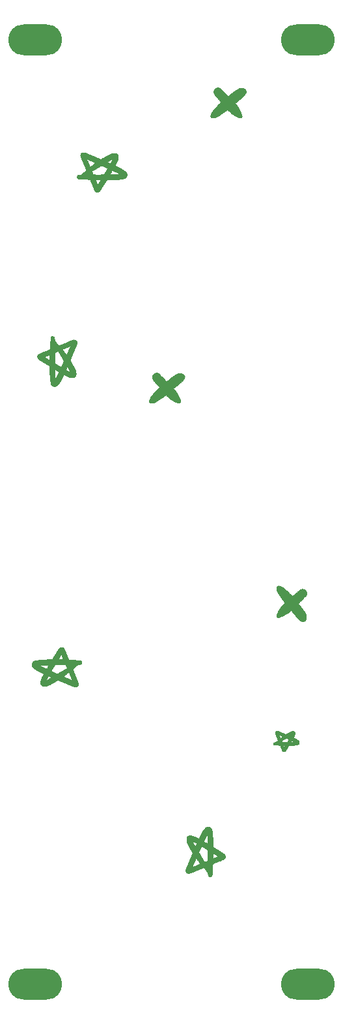
<source format=gbl>
%TF.GenerationSoftware,KiCad,Pcbnew,(6.0.0-0)*%
%TF.CreationDate,2022-02-17T17:47:57+00:00*%
%TF.ProjectId,waffles-3u,77616666-6c65-4732-9d33-752e6b696361,rev?*%
%TF.SameCoordinates,Original*%
%TF.FileFunction,Copper,L2,Bot*%
%TF.FilePolarity,Positive*%
%FSLAX46Y46*%
G04 Gerber Fmt 4.6, Leading zero omitted, Abs format (unit mm)*
G04 Created by KiCad (PCBNEW (6.0.0-0)) date 2022-02-17 17:47:57*
%MOMM*%
%LPD*%
G01*
G04 APERTURE LIST*
%TA.AperFunction,EtchedComponent*%
%ADD10C,0.010000*%
%TD*%
%TA.AperFunction,ComponentPad*%
%ADD11O,7.000000X4.000000*%
%TD*%
G04 APERTURE END LIST*
D10*
%TO.C,Ref\u002A\u002A*%
X95813747Y-45910315D02*
X95837504Y-45948831D01*
X95837504Y-45948831D02*
X95863429Y-45982990D01*
X95863429Y-45982990D02*
X95869254Y-45999979D01*
X95869254Y-45999979D02*
X95883458Y-46027295D01*
X95883458Y-46027295D02*
X95911614Y-46057713D01*
X95911614Y-46057713D02*
X95942751Y-46077829D01*
X95942751Y-46077829D02*
X95987802Y-46089267D01*
X95987802Y-46089267D02*
X96057258Y-46093800D01*
X96057258Y-46093800D02*
X96125098Y-46093827D01*
X96125098Y-46093827D02*
X96208257Y-46090493D01*
X96208257Y-46090493D02*
X96276026Y-46083633D01*
X96276026Y-46083633D02*
X96316433Y-46074573D01*
X96316433Y-46074573D02*
X96320863Y-46072115D01*
X96320863Y-46072115D02*
X96356972Y-46055679D01*
X96356972Y-46055679D02*
X96413975Y-46040424D01*
X96413975Y-46040424D02*
X96424879Y-46038322D01*
X96424879Y-46038322D02*
X96475770Y-46024973D01*
X96475770Y-46024973D02*
X96502882Y-46009718D01*
X96502882Y-46009718D02*
X96504254Y-46006168D01*
X96504254Y-46006168D02*
X96522741Y-45990933D01*
X96522741Y-45990933D02*
X96568241Y-45976478D01*
X96568241Y-45976478D02*
X96578337Y-45974418D01*
X96578337Y-45974418D02*
X96627169Y-45960787D01*
X96627169Y-45960787D02*
X96651730Y-45945177D01*
X96651730Y-45945177D02*
X96652420Y-45942607D01*
X96652420Y-45942607D02*
X96670348Y-45924698D01*
X96670348Y-45924698D02*
X96705337Y-45911413D01*
X96705337Y-45911413D02*
X96744980Y-45894416D01*
X96744980Y-45894416D02*
X96758254Y-45877368D01*
X96758254Y-45877368D02*
X96775449Y-45859051D01*
X96775449Y-45859051D02*
X96790668Y-45856605D01*
X96790668Y-45856605D02*
X96825986Y-45839481D01*
X96825986Y-45839481D02*
X96835266Y-45824855D01*
X96835266Y-45824855D02*
X96864096Y-45798229D01*
X96864096Y-45798229D02*
X96888182Y-45793105D01*
X96888182Y-45793105D02*
X96927909Y-45778596D01*
X96927909Y-45778596D02*
X96941099Y-45761355D01*
X96941099Y-45761355D02*
X96966486Y-45733246D01*
X96966486Y-45733246D02*
X96980504Y-45729605D01*
X96980504Y-45729605D02*
X97011137Y-45712574D01*
X97011137Y-45712574D02*
X97019908Y-45697855D01*
X97019908Y-45697855D02*
X97048586Y-45671846D01*
X97048586Y-45671846D02*
X97075754Y-45666105D01*
X97075754Y-45666105D02*
X97116738Y-45652509D01*
X97116738Y-45652509D02*
X97131599Y-45634355D01*
X97131599Y-45634355D02*
X97158250Y-45606224D01*
X97158250Y-45606224D02*
X97173268Y-45602605D01*
X97173268Y-45602605D02*
X97199987Y-45593148D01*
X97199987Y-45593148D02*
X97202754Y-45586252D01*
X97202754Y-45586252D02*
X97219641Y-45566941D01*
X97219641Y-45566941D02*
X97261856Y-45538501D01*
X97261856Y-45538501D02*
X97279314Y-45528668D01*
X97279314Y-45528668D02*
X97348842Y-45485160D01*
X97348842Y-45485160D02*
X97416314Y-45434031D01*
X97416314Y-45434031D02*
X97422189Y-45428942D01*
X97422189Y-45428942D02*
X97472652Y-45391799D01*
X97472652Y-45391799D02*
X97516555Y-45371420D01*
X97516555Y-45371420D02*
X97525545Y-45370110D01*
X97525545Y-45370110D02*
X97556980Y-45360768D01*
X97556980Y-45360768D02*
X97562587Y-45350616D01*
X97562587Y-45350616D02*
X97579365Y-45329959D01*
X97579365Y-45329959D02*
X97622355Y-45297821D01*
X97622355Y-45297821D02*
X97657837Y-45275641D01*
X97657837Y-45275641D02*
X97711685Y-45240508D01*
X97711685Y-45240508D02*
X97746217Y-45211112D01*
X97746217Y-45211112D02*
X97753087Y-45199546D01*
X97753087Y-45199546D02*
X97770851Y-45183156D01*
X97770851Y-45183156D02*
X97796084Y-45179272D01*
X97796084Y-45179272D02*
X97836786Y-45165479D01*
X97836786Y-45165479D02*
X97851266Y-45147522D01*
X97851266Y-45147522D02*
X97876653Y-45119413D01*
X97876653Y-45119413D02*
X97890670Y-45115772D01*
X97890670Y-45115772D02*
X97921304Y-45098741D01*
X97921304Y-45098741D02*
X97930075Y-45084022D01*
X97930075Y-45084022D02*
X97954373Y-45064004D01*
X97954373Y-45064004D02*
X97997049Y-45053418D01*
X97997049Y-45053418D02*
X98040740Y-45053571D01*
X98040740Y-45053571D02*
X98068086Y-45065770D01*
X98068086Y-45065770D02*
X98070587Y-45073438D01*
X98070587Y-45073438D02*
X98083943Y-45103592D01*
X98083943Y-45103592D02*
X98107629Y-45133186D01*
X98107629Y-45133186D02*
X98146950Y-45175414D01*
X98146950Y-45175414D02*
X98194032Y-45227560D01*
X98194032Y-45227560D02*
X98199504Y-45233728D01*
X98199504Y-45233728D02*
X98286192Y-45323575D01*
X98286192Y-45323575D02*
X98383367Y-45411471D01*
X98383367Y-45411471D02*
X98477056Y-45485256D01*
X98477056Y-45485256D02*
X98525670Y-45517625D01*
X98525670Y-45517625D02*
X98578317Y-45550987D01*
X98578317Y-45550987D02*
X98613923Y-45576613D01*
X98613923Y-45576613D02*
X98620920Y-45583297D01*
X98620920Y-45583297D02*
X98644609Y-45601030D01*
X98644609Y-45601030D02*
X98692663Y-45629316D01*
X98692663Y-45629316D02*
X98721462Y-45644760D01*
X98721462Y-45644760D02*
X98774105Y-45675292D01*
X98774105Y-45675292D02*
X98806492Y-45700149D01*
X98806492Y-45700149D02*
X98811420Y-45708107D01*
X98811420Y-45708107D02*
X98828591Y-45727831D01*
X98828591Y-45727831D02*
X98848462Y-45737105D01*
X98848462Y-45737105D02*
X98899380Y-45758930D01*
X98899380Y-45758930D02*
X98922545Y-45771324D01*
X98922545Y-45771324D02*
X98990561Y-45810834D01*
X98990561Y-45810834D02*
X99034748Y-45835050D01*
X99034748Y-45835050D02*
X99065420Y-45849852D01*
X99065420Y-45849852D02*
X99104325Y-45879270D01*
X99104325Y-45879270D02*
X99114097Y-45892050D01*
X99114097Y-45892050D02*
X99146043Y-45917418D01*
X99146043Y-45917418D02*
X99160007Y-45920105D01*
X99160007Y-45920105D02*
X99198642Y-45929082D01*
X99198642Y-45929082D02*
X99248913Y-45950018D01*
X99248913Y-45950018D02*
X99311378Y-45979615D01*
X99311378Y-45979615D02*
X99380175Y-46010124D01*
X99380175Y-46010124D02*
X99382920Y-46011289D01*
X99382920Y-46011289D02*
X99450801Y-46040705D01*
X99450801Y-46040705D02*
X99513648Y-46068961D01*
X99513648Y-46068961D02*
X99516134Y-46070114D01*
X99516134Y-46070114D02*
X99601848Y-46094660D01*
X99601848Y-46094660D02*
X99695043Y-46097728D01*
X99695043Y-46097728D02*
X99780074Y-46080419D01*
X99780074Y-46080419D02*
X99837598Y-46047486D01*
X99837598Y-46047486D02*
X99867933Y-46012911D01*
X99867933Y-46012911D02*
X99884098Y-45972589D01*
X99884098Y-45972589D02*
X99890270Y-45912237D01*
X99890270Y-45912237D02*
X99890920Y-45865214D01*
X99890920Y-45865214D02*
X99886102Y-45783847D01*
X99886102Y-45783847D02*
X99873649Y-45710898D01*
X99873649Y-45710898D02*
X99861007Y-45673112D01*
X99861007Y-45673112D02*
X99831287Y-45610782D01*
X99831287Y-45610782D02*
X99800366Y-45542083D01*
X99800366Y-45542083D02*
X99799076Y-45539105D01*
X99799076Y-45539105D02*
X99767629Y-45466291D01*
X99767629Y-45466291D02*
X99735238Y-45391217D01*
X99735238Y-45391217D02*
X99733739Y-45387739D01*
X99733739Y-45387739D02*
X99712349Y-45333080D01*
X99712349Y-45333080D02*
X99700982Y-45294195D01*
X99700982Y-45294195D02*
X99700420Y-45288961D01*
X99700420Y-45288961D02*
X99687605Y-45262174D01*
X99687605Y-45262174D02*
X99684545Y-45260410D01*
X99684545Y-45260410D02*
X99668379Y-45239545D01*
X99668379Y-45239545D02*
X99638740Y-45189825D01*
X99638740Y-45189825D02*
X99600922Y-45120341D01*
X99600922Y-45120341D02*
X99584004Y-45087708D01*
X99584004Y-45087708D02*
X99531664Y-44985858D01*
X99531664Y-44985858D02*
X99494301Y-44914939D01*
X99494301Y-44914939D02*
X99467963Y-44868018D01*
X99467963Y-44868018D02*
X99448699Y-44838160D01*
X99448699Y-44838160D02*
X99432558Y-44818431D01*
X99432558Y-44818431D02*
X99427705Y-44813423D01*
X99427705Y-44813423D02*
X99406776Y-44772563D01*
X99406776Y-44772563D02*
X99404087Y-44752757D01*
X99404087Y-44752757D02*
X99390444Y-44711647D01*
X99390444Y-44711647D02*
X99377629Y-44698782D01*
X99377629Y-44698782D02*
X99338024Y-44657935D01*
X99338024Y-44657935D02*
X99296129Y-44589609D01*
X99296129Y-44589609D02*
X99279564Y-44554855D01*
X99279564Y-44554855D02*
X99257427Y-44521176D01*
X99257427Y-44521176D02*
X99213619Y-44466255D01*
X99213619Y-44466255D02*
X99155756Y-44399413D01*
X99155756Y-44399413D02*
X99123862Y-44364355D01*
X99123862Y-44364355D02*
X98986749Y-44216188D01*
X98986749Y-44216188D02*
X99058495Y-44147397D01*
X99058495Y-44147397D02*
X99104651Y-44106576D01*
X99104651Y-44106576D02*
X99139441Y-44081920D01*
X99139441Y-44081920D02*
X99148483Y-44078605D01*
X99148483Y-44078605D02*
X99171028Y-44061777D01*
X99171028Y-44061777D02*
X99178908Y-44046855D01*
X99178908Y-44046855D02*
X99204794Y-44018737D01*
X99204794Y-44018737D02*
X99219207Y-44015105D01*
X99219207Y-44015105D02*
X99250000Y-44000000D01*
X99250000Y-44000000D02*
X99290448Y-43962660D01*
X99290448Y-43962660D02*
X99299246Y-43952501D01*
X99299246Y-43952501D02*
X99336441Y-43911934D01*
X99336441Y-43911934D02*
X99363313Y-43890134D01*
X99363313Y-43890134D02*
X99366884Y-43889001D01*
X99366884Y-43889001D02*
X99395771Y-43873677D01*
X99395771Y-43873677D02*
X99446175Y-43833635D01*
X99446175Y-43833635D02*
X99510715Y-43775095D01*
X99510715Y-43775095D02*
X99562699Y-43724063D01*
X99562699Y-43724063D02*
X99607360Y-43682578D01*
X99607360Y-43682578D02*
X99641289Y-43657687D01*
X99641289Y-43657687D02*
X99649642Y-43654567D01*
X99649642Y-43654567D02*
X99682568Y-43639934D01*
X99682568Y-43639934D02*
X99723053Y-43607440D01*
X99723053Y-43607440D02*
X99755081Y-43571553D01*
X99755081Y-43571553D02*
X99763920Y-43551337D01*
X99763920Y-43551337D02*
X99780278Y-43529379D01*
X99780278Y-43529379D02*
X99787473Y-43528272D01*
X99787473Y-43528272D02*
X99818246Y-43514309D01*
X99818246Y-43514309D02*
X99870342Y-43477011D01*
X99870342Y-43477011D02*
X99936206Y-43423261D01*
X99936206Y-43423261D02*
X100008286Y-43359943D01*
X100008286Y-43359943D02*
X100079027Y-43293940D01*
X100079027Y-43293940D02*
X100140875Y-43232136D01*
X100140875Y-43232136D02*
X100186278Y-43181415D01*
X100186278Y-43181415D02*
X100207681Y-43148660D01*
X100207681Y-43148660D02*
X100208420Y-43144664D01*
X100208420Y-43144664D02*
X100222465Y-43117014D01*
X100222465Y-43117014D02*
X100256384Y-43078691D01*
X100256384Y-43078691D02*
X100257668Y-43077469D01*
X100257668Y-43077469D02*
X100303989Y-43023105D01*
X100303989Y-43023105D02*
X100339209Y-42967355D01*
X100339209Y-42967355D02*
X100373236Y-42901004D01*
X100373236Y-42901004D02*
X100406378Y-42837089D01*
X100406378Y-42837089D02*
X100431125Y-42766729D01*
X100431125Y-42766729D02*
X100440269Y-42689996D01*
X100440269Y-42689996D02*
X100433631Y-42621813D01*
X100433631Y-42621813D02*
X100411033Y-42577104D01*
X100411033Y-42577104D02*
X100409504Y-42575772D01*
X100409504Y-42575772D02*
X100382317Y-42533610D01*
X100382317Y-42533610D02*
X100377754Y-42509015D01*
X100377754Y-42509015D02*
X100363136Y-42469431D01*
X100363136Y-42469431D02*
X100346004Y-42456426D01*
X100346004Y-42456426D02*
X100317897Y-42431152D01*
X100317897Y-42431152D02*
X100314254Y-42417226D01*
X100314254Y-42417226D02*
X100296891Y-42388535D01*
X100296891Y-42388535D02*
X100277212Y-42377771D01*
X100277212Y-42377771D02*
X100226431Y-42356216D01*
X100226431Y-42356216D02*
X100208420Y-42346560D01*
X100208420Y-42346560D02*
X100138983Y-42307644D01*
X100138983Y-42307644D02*
X100079830Y-42282166D01*
X100079830Y-42282166D02*
X100018448Y-42267333D01*
X100018448Y-42267333D02*
X99942326Y-42260351D01*
X99942326Y-42260351D02*
X99838951Y-42258426D01*
X99838951Y-42258426D02*
X99813571Y-42258402D01*
X99813571Y-42258402D02*
X99686967Y-42261100D01*
X99686967Y-42261100D02*
X99596663Y-42269446D01*
X99596663Y-42269446D02*
X99536928Y-42284068D01*
X99536928Y-42284068D02*
X99523376Y-42290152D01*
X99523376Y-42290152D02*
X99472874Y-42312421D01*
X99472874Y-42312421D02*
X99436169Y-42321771D01*
X99436169Y-42321771D02*
X99436009Y-42321772D01*
X99436009Y-42321772D02*
X99401103Y-42336602D01*
X99401103Y-42336602D02*
X99382920Y-42353522D01*
X99382920Y-42353522D02*
X99345684Y-42380478D01*
X99345684Y-42380478D02*
X99325166Y-42385272D01*
X99325166Y-42385272D02*
X99293479Y-42397630D01*
X99293479Y-42397630D02*
X99243145Y-42428393D01*
X99243145Y-42428393D02*
X99187378Y-42468089D01*
X99187378Y-42468089D02*
X99139390Y-42507247D01*
X99139390Y-42507247D02*
X99112396Y-42536396D01*
X99112396Y-42536396D02*
X99111281Y-42538572D01*
X99111281Y-42538572D02*
X99086912Y-42553334D01*
X99086912Y-42553334D02*
X99074969Y-42554605D01*
X99074969Y-42554605D02*
X99042394Y-42568451D01*
X99042394Y-42568451D02*
X98996905Y-42602994D01*
X98996905Y-42602994D02*
X98982563Y-42616336D01*
X98982563Y-42616336D02*
X98931702Y-42659295D01*
X98931702Y-42659295D02*
X98884812Y-42688372D01*
X98884812Y-42688372D02*
X98876000Y-42691845D01*
X98876000Y-42691845D02*
X98841225Y-42710840D01*
X98841225Y-42710840D02*
X98832587Y-42725365D01*
X98832587Y-42725365D02*
X98815755Y-42743559D01*
X98815755Y-42743559D02*
X98805136Y-42745105D01*
X98805136Y-42745105D02*
X98774795Y-42760194D01*
X98774795Y-42760194D02*
X98734595Y-42797500D01*
X98734595Y-42797500D02*
X98725761Y-42807708D01*
X98725761Y-42807708D02*
X98688468Y-42848286D01*
X98688468Y-42848286D02*
X98661381Y-42870081D01*
X98661381Y-42870081D02*
X98657757Y-42871208D01*
X98657757Y-42871208D02*
X98634815Y-42883635D01*
X98634815Y-42883635D02*
X98586894Y-42916155D01*
X98586894Y-42916155D02*
X98522461Y-42962906D01*
X98522461Y-42962906D02*
X98488424Y-42988475D01*
X98488424Y-42988475D02*
X98411161Y-43047082D01*
X98411161Y-43047082D02*
X98338998Y-43101717D01*
X98338998Y-43101717D02*
X98284163Y-43143124D01*
X98284163Y-43143124D02*
X98271677Y-43152516D01*
X98271677Y-43152516D02*
X98214110Y-43199336D01*
X98214110Y-43199336D02*
X98162827Y-43246528D01*
X98162827Y-43246528D02*
X98161562Y-43247813D01*
X98161562Y-43247813D02*
X98125248Y-43281060D01*
X98125248Y-43281060D02*
X98102089Y-43295424D01*
X98102089Y-43295424D02*
X98101752Y-43295438D01*
X98101752Y-43295438D02*
X98082318Y-43281187D01*
X98082318Y-43281187D02*
X98040744Y-43242846D01*
X98040744Y-43242846D02*
X97984027Y-43187032D01*
X97984027Y-43187032D02*
X97945024Y-43147272D01*
X97945024Y-43147272D02*
X97881803Y-43083924D01*
X97881803Y-43083924D02*
X97828545Y-43034093D01*
X97828545Y-43034093D02*
X97792567Y-43004440D01*
X97792567Y-43004440D02*
X97782306Y-42999105D01*
X97782306Y-42999105D02*
X97760114Y-42982010D01*
X97760114Y-42982010D02*
X97742231Y-42951480D01*
X97742231Y-42951480D02*
X97706182Y-42904807D01*
X97706182Y-42904807D02*
X97673712Y-42882961D01*
X97673712Y-42882961D02*
X97637213Y-42859711D01*
X97637213Y-42859711D02*
X97626087Y-42841929D01*
X97626087Y-42841929D02*
X97611620Y-42818749D01*
X97611620Y-42818749D02*
X97572617Y-42773425D01*
X97572617Y-42773425D02*
X97515678Y-42712501D01*
X97515678Y-42712501D02*
X97447399Y-42642517D01*
X97447399Y-42642517D02*
X97374381Y-42570016D01*
X97374381Y-42570016D02*
X97303220Y-42501538D01*
X97303220Y-42501538D02*
X97240516Y-42443627D01*
X97240516Y-42443627D02*
X97192866Y-42402823D01*
X97192866Y-42402823D02*
X97166869Y-42385668D01*
X97166869Y-42385668D02*
X97165712Y-42385505D01*
X97165712Y-42385505D02*
X97141131Y-42370734D01*
X97141131Y-42370734D02*
X97139254Y-42362206D01*
X97139254Y-42362206D02*
X97122220Y-42329038D01*
X97122220Y-42329038D02*
X97081802Y-42292766D01*
X97081802Y-42292766D02*
X97034020Y-42265751D01*
X97034020Y-42265751D02*
X97005450Y-42258976D01*
X97005450Y-42258976D02*
X96959701Y-42244083D01*
X96959701Y-42244083D02*
X96933017Y-42224392D01*
X96933017Y-42224392D02*
X96904339Y-42206222D01*
X96904339Y-42206222D02*
X96858219Y-42197442D01*
X96858219Y-42197442D02*
X96784549Y-42196668D01*
X96784549Y-42196668D02*
X96742969Y-42198398D01*
X96742969Y-42198398D02*
X96665173Y-42205118D01*
X96665173Y-42205118D02*
X96604674Y-42215535D01*
X96604674Y-42215535D02*
X96573263Y-42227538D01*
X96573263Y-42227538D02*
X96571986Y-42229019D01*
X96571986Y-42229019D02*
X96541750Y-42250810D01*
X96541750Y-42250810D02*
X96501768Y-42265295D01*
X96501768Y-42265295D02*
X96445711Y-42293258D01*
X96445711Y-42293258D02*
X96383678Y-42344281D01*
X96383678Y-42344281D02*
X96330243Y-42404417D01*
X96330243Y-42404417D02*
X96300541Y-42457853D01*
X96300541Y-42457853D02*
X96279402Y-42500162D01*
X96279402Y-42500162D02*
X96263740Y-42516504D01*
X96263740Y-42516504D02*
X96251527Y-42543510D01*
X96251527Y-42543510D02*
X96240664Y-42601104D01*
X96240664Y-42601104D02*
X96233270Y-42677548D01*
X96233270Y-42677548D02*
X96232657Y-42688614D01*
X96232657Y-42688614D02*
X96231249Y-42788582D01*
X96231249Y-42788582D02*
X96240246Y-42862080D01*
X96240246Y-42862080D02*
X96261569Y-42924111D01*
X96261569Y-42924111D02*
X96263283Y-42927798D01*
X96263283Y-42927798D02*
X96303135Y-43002820D01*
X96303135Y-43002820D02*
X96354654Y-43087179D01*
X96354654Y-43087179D02*
X96408223Y-43166082D01*
X96408223Y-43166082D02*
X96454220Y-43224731D01*
X96454220Y-43224731D02*
X96461241Y-43232293D01*
X96461241Y-43232293D02*
X96497594Y-43272135D01*
X96497594Y-43272135D02*
X96552374Y-43334896D01*
X96552374Y-43334896D02*
X96617171Y-43410754D01*
X96617171Y-43410754D02*
X96683572Y-43489890D01*
X96683572Y-43489890D02*
X96726504Y-43541976D01*
X96726504Y-43541976D02*
X96778482Y-43603655D01*
X96778482Y-43603655D02*
X96830222Y-43662080D01*
X96830222Y-43662080D02*
X96842920Y-43675763D01*
X96842920Y-43675763D02*
X96887317Y-43725070D01*
X96887317Y-43725070D02*
X96942255Y-43789122D01*
X96942255Y-43789122D02*
X96972709Y-43825816D01*
X96972709Y-43825816D02*
X97026646Y-43890298D01*
X97026646Y-43890298D02*
X97079363Y-43950958D01*
X97079363Y-43950958D02*
X97102982Y-43976975D01*
X97102982Y-43976975D02*
X97156382Y-44034095D01*
X97156382Y-44034095D02*
X97036693Y-44164865D01*
X97036693Y-44164865D02*
X96966104Y-44241027D01*
X96966104Y-44241027D02*
X96892546Y-44318863D01*
X96892546Y-44318863D02*
X96831063Y-44382463D01*
X96831063Y-44382463D02*
X96827045Y-44386533D01*
X96827045Y-44386533D02*
X96779148Y-44438459D01*
X96779148Y-44438459D02*
X96746518Y-44480589D01*
X96746518Y-44480589D02*
X96737087Y-44500267D01*
X96737087Y-44500267D02*
X96719970Y-44520518D01*
X96719970Y-44520518D02*
X96705337Y-44523105D01*
X96705337Y-44523105D02*
X96677275Y-44540048D01*
X96677275Y-44540048D02*
X96673587Y-44554855D01*
X96673587Y-44554855D02*
X96656644Y-44582917D01*
X96656644Y-44582917D02*
X96641837Y-44586605D01*
X96641837Y-44586605D02*
X96613651Y-44596803D01*
X96613651Y-44596803D02*
X96610087Y-44605455D01*
X96610087Y-44605455D02*
X96596453Y-44628401D01*
X96596453Y-44628401D02*
X96560045Y-44673542D01*
X96560045Y-44673542D02*
X96507601Y-44732725D01*
X96507601Y-44732725D02*
X96483256Y-44758913D01*
X96483256Y-44758913D02*
X96426267Y-44821083D01*
X96426267Y-44821083D02*
X96382505Y-44872032D01*
X96382505Y-44872032D02*
X96358692Y-44903792D01*
X96358692Y-44903792D02*
X96356256Y-44909420D01*
X96356256Y-44909420D02*
X96342132Y-44931776D01*
X96342132Y-44931776D02*
X96305902Y-44972650D01*
X96305902Y-44972650D02*
X96271420Y-45007485D01*
X96271420Y-45007485D02*
X96224996Y-45054475D01*
X96224996Y-45054475D02*
X96194243Y-45089316D01*
X96194243Y-45089316D02*
X96186754Y-45101405D01*
X96186754Y-45101405D02*
X96173740Y-45122760D01*
X96173740Y-45122760D02*
X96140930Y-45162862D01*
X96140930Y-45162862D02*
X96123254Y-45182682D01*
X96123254Y-45182682D02*
X96084423Y-45230877D01*
X96084423Y-45230877D02*
X96061971Y-45269741D01*
X96061971Y-45269741D02*
X96059754Y-45279239D01*
X96059754Y-45279239D02*
X96046309Y-45304230D01*
X96046309Y-45304230D02*
X96038063Y-45306272D01*
X96038063Y-45306272D02*
X96013986Y-45323453D01*
X96013986Y-45323453D02*
X95995780Y-45353897D01*
X95995780Y-45353897D02*
X95971775Y-45405183D01*
X95971775Y-45405183D02*
X95956978Y-45433272D01*
X95956978Y-45433272D02*
X95906833Y-45527656D01*
X95906833Y-45527656D02*
X95878819Y-45599937D01*
X95878819Y-45599937D02*
X95868785Y-45661196D01*
X95868785Y-45661196D02*
X95868580Y-45669371D01*
X95868580Y-45669371D02*
X95858877Y-45731805D01*
X95858877Y-45731805D02*
X95836830Y-45781275D01*
X95836830Y-45781275D02*
X95809076Y-45845341D01*
X95809076Y-45845341D02*
X95813747Y-45910315D01*
X95813747Y-45910315D02*
X95813747Y-45910315D01*
G36*
X96858219Y-42197442D02*
G01*
X96904339Y-42206222D01*
X96933017Y-42224392D01*
X96959701Y-42244083D01*
X97005450Y-42258976D01*
X97034020Y-42265751D01*
X97081802Y-42292766D01*
X97122220Y-42329038D01*
X97139254Y-42362206D01*
X97141131Y-42370734D01*
X97165712Y-42385505D01*
X97166869Y-42385668D01*
X97192866Y-42402823D01*
X97240516Y-42443627D01*
X97303220Y-42501538D01*
X97374381Y-42570016D01*
X97447399Y-42642517D01*
X97515678Y-42712501D01*
X97572617Y-42773425D01*
X97611620Y-42818749D01*
X97626087Y-42841929D01*
X97637213Y-42859711D01*
X97673712Y-42882961D01*
X97706182Y-42904807D01*
X97742231Y-42951480D01*
X97760114Y-42982010D01*
X97782306Y-42999105D01*
X97792567Y-43004440D01*
X97828545Y-43034093D01*
X97881803Y-43083924D01*
X97945024Y-43147272D01*
X97984027Y-43187032D01*
X98040744Y-43242846D01*
X98082318Y-43281187D01*
X98101752Y-43295438D01*
X98102089Y-43295424D01*
X98125248Y-43281060D01*
X98161562Y-43247813D01*
X98162827Y-43246528D01*
X98214110Y-43199336D01*
X98271677Y-43152516D01*
X98284163Y-43143124D01*
X98338998Y-43101717D01*
X98411161Y-43047082D01*
X98488424Y-42988475D01*
X98522461Y-42962906D01*
X98586894Y-42916155D01*
X98634815Y-42883635D01*
X98657757Y-42871208D01*
X98661381Y-42870081D01*
X98688468Y-42848286D01*
X98725761Y-42807708D01*
X98734595Y-42797500D01*
X98774795Y-42760194D01*
X98805136Y-42745105D01*
X98815755Y-42743559D01*
X98832587Y-42725365D01*
X98841225Y-42710840D01*
X98876000Y-42691845D01*
X98884812Y-42688372D01*
X98931702Y-42659295D01*
X98982563Y-42616336D01*
X98996905Y-42602994D01*
X99042394Y-42568451D01*
X99074969Y-42554605D01*
X99086912Y-42553334D01*
X99111281Y-42538572D01*
X99112396Y-42536396D01*
X99139390Y-42507247D01*
X99187378Y-42468089D01*
X99243145Y-42428393D01*
X99293479Y-42397630D01*
X99325166Y-42385272D01*
X99345684Y-42380478D01*
X99382920Y-42353522D01*
X99401103Y-42336602D01*
X99436009Y-42321772D01*
X99436169Y-42321771D01*
X99472874Y-42312421D01*
X99523376Y-42290152D01*
X99536928Y-42284068D01*
X99596663Y-42269446D01*
X99686967Y-42261100D01*
X99813571Y-42258402D01*
X99838951Y-42258426D01*
X99942326Y-42260351D01*
X100018448Y-42267333D01*
X100079830Y-42282166D01*
X100138983Y-42307644D01*
X100208420Y-42346560D01*
X100226431Y-42356216D01*
X100277212Y-42377771D01*
X100296891Y-42388535D01*
X100314254Y-42417226D01*
X100317897Y-42431152D01*
X100346004Y-42456426D01*
X100363136Y-42469431D01*
X100377754Y-42509015D01*
X100382317Y-42533610D01*
X100409504Y-42575772D01*
X100411033Y-42577104D01*
X100433631Y-42621813D01*
X100440269Y-42689996D01*
X100431125Y-42766729D01*
X100406378Y-42837089D01*
X100373236Y-42901004D01*
X100339209Y-42967355D01*
X100303989Y-43023105D01*
X100257668Y-43077469D01*
X100256384Y-43078691D01*
X100222465Y-43117014D01*
X100208420Y-43144664D01*
X100207681Y-43148660D01*
X100186278Y-43181415D01*
X100140875Y-43232136D01*
X100079027Y-43293940D01*
X100008286Y-43359943D01*
X99936206Y-43423261D01*
X99870342Y-43477011D01*
X99818246Y-43514309D01*
X99787473Y-43528272D01*
X99780278Y-43529379D01*
X99763920Y-43551337D01*
X99755081Y-43571553D01*
X99723053Y-43607440D01*
X99682568Y-43639934D01*
X99649642Y-43654567D01*
X99641289Y-43657687D01*
X99607360Y-43682578D01*
X99562699Y-43724063D01*
X99510715Y-43775095D01*
X99446175Y-43833635D01*
X99395771Y-43873677D01*
X99366884Y-43889001D01*
X99363313Y-43890134D01*
X99336441Y-43911934D01*
X99299246Y-43952501D01*
X99290448Y-43962660D01*
X99250000Y-44000000D01*
X99219207Y-44015105D01*
X99204794Y-44018737D01*
X99178908Y-44046855D01*
X99171028Y-44061777D01*
X99148483Y-44078605D01*
X99139441Y-44081920D01*
X99104651Y-44106576D01*
X99058495Y-44147397D01*
X98986749Y-44216188D01*
X99123862Y-44364355D01*
X99155756Y-44399413D01*
X99213619Y-44466255D01*
X99257427Y-44521176D01*
X99279564Y-44554855D01*
X99296129Y-44589609D01*
X99338024Y-44657935D01*
X99377629Y-44698782D01*
X99390444Y-44711647D01*
X99404087Y-44752757D01*
X99406776Y-44772563D01*
X99427705Y-44813423D01*
X99432558Y-44818431D01*
X99448699Y-44838160D01*
X99467963Y-44868018D01*
X99494301Y-44914939D01*
X99531664Y-44985858D01*
X99584004Y-45087708D01*
X99600922Y-45120341D01*
X99638740Y-45189825D01*
X99668379Y-45239545D01*
X99684545Y-45260410D01*
X99687605Y-45262174D01*
X99700420Y-45288961D01*
X99700982Y-45294195D01*
X99712349Y-45333080D01*
X99733739Y-45387739D01*
X99735238Y-45391217D01*
X99767629Y-45466291D01*
X99799076Y-45539105D01*
X99800366Y-45542083D01*
X99831287Y-45610782D01*
X99861007Y-45673112D01*
X99873649Y-45710898D01*
X99886102Y-45783847D01*
X99890920Y-45865214D01*
X99890270Y-45912237D01*
X99884098Y-45972589D01*
X99867933Y-46012911D01*
X99837598Y-46047486D01*
X99780074Y-46080419D01*
X99695043Y-46097728D01*
X99601848Y-46094660D01*
X99516134Y-46070114D01*
X99513648Y-46068961D01*
X99450801Y-46040705D01*
X99382920Y-46011289D01*
X99380175Y-46010124D01*
X99311378Y-45979615D01*
X99248913Y-45950018D01*
X99198642Y-45929082D01*
X99160007Y-45920105D01*
X99146043Y-45917418D01*
X99114097Y-45892050D01*
X99104325Y-45879270D01*
X99065420Y-45849852D01*
X99034748Y-45835050D01*
X98990561Y-45810834D01*
X98922545Y-45771324D01*
X98899380Y-45758930D01*
X98848462Y-45737105D01*
X98828591Y-45727831D01*
X98811420Y-45708107D01*
X98806492Y-45700149D01*
X98774105Y-45675292D01*
X98721462Y-45644760D01*
X98692663Y-45629316D01*
X98644609Y-45601030D01*
X98620920Y-45583297D01*
X98613923Y-45576613D01*
X98578317Y-45550987D01*
X98525670Y-45517625D01*
X98477056Y-45485256D01*
X98383367Y-45411471D01*
X98286192Y-45323575D01*
X98199504Y-45233728D01*
X98194032Y-45227560D01*
X98146950Y-45175414D01*
X98107629Y-45133186D01*
X98083943Y-45103592D01*
X98070587Y-45073438D01*
X98068086Y-45065770D01*
X98040740Y-45053571D01*
X97997049Y-45053418D01*
X97954373Y-45064004D01*
X97930075Y-45084022D01*
X97921304Y-45098741D01*
X97890670Y-45115772D01*
X97876653Y-45119413D01*
X97851266Y-45147522D01*
X97836786Y-45165479D01*
X97796084Y-45179272D01*
X97770851Y-45183156D01*
X97753087Y-45199546D01*
X97746217Y-45211112D01*
X97711685Y-45240508D01*
X97657837Y-45275641D01*
X97622355Y-45297821D01*
X97579365Y-45329959D01*
X97562587Y-45350616D01*
X97556980Y-45360768D01*
X97525545Y-45370110D01*
X97516555Y-45371420D01*
X97472652Y-45391799D01*
X97422189Y-45428942D01*
X97416314Y-45434031D01*
X97348842Y-45485160D01*
X97279314Y-45528668D01*
X97261856Y-45538501D01*
X97219641Y-45566941D01*
X97202754Y-45586252D01*
X97199987Y-45593148D01*
X97173268Y-45602605D01*
X97158250Y-45606224D01*
X97131599Y-45634355D01*
X97116738Y-45652509D01*
X97075754Y-45666105D01*
X97048586Y-45671846D01*
X97019908Y-45697855D01*
X97011137Y-45712574D01*
X96980504Y-45729605D01*
X96966486Y-45733246D01*
X96941099Y-45761355D01*
X96927909Y-45778596D01*
X96888182Y-45793105D01*
X96864096Y-45798229D01*
X96835266Y-45824855D01*
X96825986Y-45839481D01*
X96790668Y-45856605D01*
X96775449Y-45859051D01*
X96758254Y-45877368D01*
X96744980Y-45894416D01*
X96705337Y-45911413D01*
X96670348Y-45924698D01*
X96652420Y-45942607D01*
X96651730Y-45945177D01*
X96627169Y-45960787D01*
X96578337Y-45974418D01*
X96568241Y-45976478D01*
X96522741Y-45990933D01*
X96504254Y-46006168D01*
X96502882Y-46009718D01*
X96475770Y-46024973D01*
X96424879Y-46038322D01*
X96413975Y-46040424D01*
X96356972Y-46055679D01*
X96320863Y-46072115D01*
X96316433Y-46074573D01*
X96276026Y-46083633D01*
X96208257Y-46090493D01*
X96125098Y-46093827D01*
X96057258Y-46093800D01*
X95987802Y-46089267D01*
X95942751Y-46077829D01*
X95911614Y-46057713D01*
X95883458Y-46027295D01*
X95869254Y-45999979D01*
X95863429Y-45982990D01*
X95837504Y-45948831D01*
X95813747Y-45910315D01*
X95809076Y-45845341D01*
X95836830Y-45781275D01*
X95858877Y-45731805D01*
X95868580Y-45669371D01*
X95868785Y-45661196D01*
X95878819Y-45599937D01*
X95906833Y-45527656D01*
X95956978Y-45433272D01*
X95971775Y-45405183D01*
X95995780Y-45353897D01*
X96013986Y-45323453D01*
X96038063Y-45306272D01*
X96046309Y-45304230D01*
X96059754Y-45279239D01*
X96061971Y-45269741D01*
X96084423Y-45230877D01*
X96123254Y-45182682D01*
X96140930Y-45162862D01*
X96173740Y-45122760D01*
X96186754Y-45101405D01*
X96194243Y-45089316D01*
X96224996Y-45054475D01*
X96271420Y-45007485D01*
X96305902Y-44972650D01*
X96342132Y-44931776D01*
X96356256Y-44909420D01*
X96358692Y-44903792D01*
X96382505Y-44872032D01*
X96426267Y-44821083D01*
X96483256Y-44758913D01*
X96507601Y-44732725D01*
X96560045Y-44673542D01*
X96596453Y-44628401D01*
X96610087Y-44605455D01*
X96613651Y-44596803D01*
X96641837Y-44586605D01*
X96656644Y-44582917D01*
X96673587Y-44554855D01*
X96677275Y-44540048D01*
X96705337Y-44523105D01*
X96719970Y-44520518D01*
X96737087Y-44500267D01*
X96746518Y-44480589D01*
X96779148Y-44438459D01*
X96827045Y-44386533D01*
X96831063Y-44382463D01*
X96892546Y-44318863D01*
X96966104Y-44241027D01*
X97036693Y-44164865D01*
X97156382Y-44034095D01*
X97102982Y-43976975D01*
X97079363Y-43950958D01*
X97026646Y-43890298D01*
X96972709Y-43825816D01*
X96942255Y-43789122D01*
X96887317Y-43725070D01*
X96842920Y-43675763D01*
X96830222Y-43662080D01*
X96778482Y-43603655D01*
X96726504Y-43541976D01*
X96683572Y-43489890D01*
X96617171Y-43410754D01*
X96552374Y-43334896D01*
X96497594Y-43272135D01*
X96461241Y-43232293D01*
X96454220Y-43224731D01*
X96408223Y-43166082D01*
X96354654Y-43087179D01*
X96303135Y-43002820D01*
X96263283Y-42927798D01*
X96261569Y-42924111D01*
X96240246Y-42862080D01*
X96231249Y-42788582D01*
X96232657Y-42688614D01*
X96233270Y-42677548D01*
X96240664Y-42601104D01*
X96251527Y-42543510D01*
X96263740Y-42516504D01*
X96279402Y-42500162D01*
X96300541Y-42457853D01*
X96330243Y-42404417D01*
X96383678Y-42344281D01*
X96445711Y-42293258D01*
X96501768Y-42265295D01*
X96541750Y-42250810D01*
X96571986Y-42229019D01*
X96573263Y-42227538D01*
X96604674Y-42215535D01*
X96665173Y-42205118D01*
X96742969Y-42198398D01*
X96784549Y-42196668D01*
X96858219Y-42197442D01*
G37*
X96858219Y-42197442D02*
X96904339Y-42206222D01*
X96933017Y-42224392D01*
X96959701Y-42244083D01*
X97005450Y-42258976D01*
X97034020Y-42265751D01*
X97081802Y-42292766D01*
X97122220Y-42329038D01*
X97139254Y-42362206D01*
X97141131Y-42370734D01*
X97165712Y-42385505D01*
X97166869Y-42385668D01*
X97192866Y-42402823D01*
X97240516Y-42443627D01*
X97303220Y-42501538D01*
X97374381Y-42570016D01*
X97447399Y-42642517D01*
X97515678Y-42712501D01*
X97572617Y-42773425D01*
X97611620Y-42818749D01*
X97626087Y-42841929D01*
X97637213Y-42859711D01*
X97673712Y-42882961D01*
X97706182Y-42904807D01*
X97742231Y-42951480D01*
X97760114Y-42982010D01*
X97782306Y-42999105D01*
X97792567Y-43004440D01*
X97828545Y-43034093D01*
X97881803Y-43083924D01*
X97945024Y-43147272D01*
X97984027Y-43187032D01*
X98040744Y-43242846D01*
X98082318Y-43281187D01*
X98101752Y-43295438D01*
X98102089Y-43295424D01*
X98125248Y-43281060D01*
X98161562Y-43247813D01*
X98162827Y-43246528D01*
X98214110Y-43199336D01*
X98271677Y-43152516D01*
X98284163Y-43143124D01*
X98338998Y-43101717D01*
X98411161Y-43047082D01*
X98488424Y-42988475D01*
X98522461Y-42962906D01*
X98586894Y-42916155D01*
X98634815Y-42883635D01*
X98657757Y-42871208D01*
X98661381Y-42870081D01*
X98688468Y-42848286D01*
X98725761Y-42807708D01*
X98734595Y-42797500D01*
X98774795Y-42760194D01*
X98805136Y-42745105D01*
X98815755Y-42743559D01*
X98832587Y-42725365D01*
X98841225Y-42710840D01*
X98876000Y-42691845D01*
X98884812Y-42688372D01*
X98931702Y-42659295D01*
X98982563Y-42616336D01*
X98996905Y-42602994D01*
X99042394Y-42568451D01*
X99074969Y-42554605D01*
X99086912Y-42553334D01*
X99111281Y-42538572D01*
X99112396Y-42536396D01*
X99139390Y-42507247D01*
X99187378Y-42468089D01*
X99243145Y-42428393D01*
X99293479Y-42397630D01*
X99325166Y-42385272D01*
X99345684Y-42380478D01*
X99382920Y-42353522D01*
X99401103Y-42336602D01*
X99436009Y-42321772D01*
X99436169Y-42321771D01*
X99472874Y-42312421D01*
X99523376Y-42290152D01*
X99536928Y-42284068D01*
X99596663Y-42269446D01*
X99686967Y-42261100D01*
X99813571Y-42258402D01*
X99838951Y-42258426D01*
X99942326Y-42260351D01*
X100018448Y-42267333D01*
X100079830Y-42282166D01*
X100138983Y-42307644D01*
X100208420Y-42346560D01*
X100226431Y-42356216D01*
X100277212Y-42377771D01*
X100296891Y-42388535D01*
X100314254Y-42417226D01*
X100317897Y-42431152D01*
X100346004Y-42456426D01*
X100363136Y-42469431D01*
X100377754Y-42509015D01*
X100382317Y-42533610D01*
X100409504Y-42575772D01*
X100411033Y-42577104D01*
X100433631Y-42621813D01*
X100440269Y-42689996D01*
X100431125Y-42766729D01*
X100406378Y-42837089D01*
X100373236Y-42901004D01*
X100339209Y-42967355D01*
X100303989Y-43023105D01*
X100257668Y-43077469D01*
X100256384Y-43078691D01*
X100222465Y-43117014D01*
X100208420Y-43144664D01*
X100207681Y-43148660D01*
X100186278Y-43181415D01*
X100140875Y-43232136D01*
X100079027Y-43293940D01*
X100008286Y-43359943D01*
X99936206Y-43423261D01*
X99870342Y-43477011D01*
X99818246Y-43514309D01*
X99787473Y-43528272D01*
X99780278Y-43529379D01*
X99763920Y-43551337D01*
X99755081Y-43571553D01*
X99723053Y-43607440D01*
X99682568Y-43639934D01*
X99649642Y-43654567D01*
X99641289Y-43657687D01*
X99607360Y-43682578D01*
X99562699Y-43724063D01*
X99510715Y-43775095D01*
X99446175Y-43833635D01*
X99395771Y-43873677D01*
X99366884Y-43889001D01*
X99363313Y-43890134D01*
X99336441Y-43911934D01*
X99299246Y-43952501D01*
X99290448Y-43962660D01*
X99250000Y-44000000D01*
X99219207Y-44015105D01*
X99204794Y-44018737D01*
X99178908Y-44046855D01*
X99171028Y-44061777D01*
X99148483Y-44078605D01*
X99139441Y-44081920D01*
X99104651Y-44106576D01*
X99058495Y-44147397D01*
X98986749Y-44216188D01*
X99123862Y-44364355D01*
X99155756Y-44399413D01*
X99213619Y-44466255D01*
X99257427Y-44521176D01*
X99279564Y-44554855D01*
X99296129Y-44589609D01*
X99338024Y-44657935D01*
X99377629Y-44698782D01*
X99390444Y-44711647D01*
X99404087Y-44752757D01*
X99406776Y-44772563D01*
X99427705Y-44813423D01*
X99432558Y-44818431D01*
X99448699Y-44838160D01*
X99467963Y-44868018D01*
X99494301Y-44914939D01*
X99531664Y-44985858D01*
X99584004Y-45087708D01*
X99600922Y-45120341D01*
X99638740Y-45189825D01*
X99668379Y-45239545D01*
X99684545Y-45260410D01*
X99687605Y-45262174D01*
X99700420Y-45288961D01*
X99700982Y-45294195D01*
X99712349Y-45333080D01*
X99733739Y-45387739D01*
X99735238Y-45391217D01*
X99767629Y-45466291D01*
X99799076Y-45539105D01*
X99800366Y-45542083D01*
X99831287Y-45610782D01*
X99861007Y-45673112D01*
X99873649Y-45710898D01*
X99886102Y-45783847D01*
X99890920Y-45865214D01*
X99890270Y-45912237D01*
X99884098Y-45972589D01*
X99867933Y-46012911D01*
X99837598Y-46047486D01*
X99780074Y-46080419D01*
X99695043Y-46097728D01*
X99601848Y-46094660D01*
X99516134Y-46070114D01*
X99513648Y-46068961D01*
X99450801Y-46040705D01*
X99382920Y-46011289D01*
X99380175Y-46010124D01*
X99311378Y-45979615D01*
X99248913Y-45950018D01*
X99198642Y-45929082D01*
X99160007Y-45920105D01*
X99146043Y-45917418D01*
X99114097Y-45892050D01*
X99104325Y-45879270D01*
X99065420Y-45849852D01*
X99034748Y-45835050D01*
X98990561Y-45810834D01*
X98922545Y-45771324D01*
X98899380Y-45758930D01*
X98848462Y-45737105D01*
X98828591Y-45727831D01*
X98811420Y-45708107D01*
X98806492Y-45700149D01*
X98774105Y-45675292D01*
X98721462Y-45644760D01*
X98692663Y-45629316D01*
X98644609Y-45601030D01*
X98620920Y-45583297D01*
X98613923Y-45576613D01*
X98578317Y-45550987D01*
X98525670Y-45517625D01*
X98477056Y-45485256D01*
X98383367Y-45411471D01*
X98286192Y-45323575D01*
X98199504Y-45233728D01*
X98194032Y-45227560D01*
X98146950Y-45175414D01*
X98107629Y-45133186D01*
X98083943Y-45103592D01*
X98070587Y-45073438D01*
X98068086Y-45065770D01*
X98040740Y-45053571D01*
X97997049Y-45053418D01*
X97954373Y-45064004D01*
X97930075Y-45084022D01*
X97921304Y-45098741D01*
X97890670Y-45115772D01*
X97876653Y-45119413D01*
X97851266Y-45147522D01*
X97836786Y-45165479D01*
X97796084Y-45179272D01*
X97770851Y-45183156D01*
X97753087Y-45199546D01*
X97746217Y-45211112D01*
X97711685Y-45240508D01*
X97657837Y-45275641D01*
X97622355Y-45297821D01*
X97579365Y-45329959D01*
X97562587Y-45350616D01*
X97556980Y-45360768D01*
X97525545Y-45370110D01*
X97516555Y-45371420D01*
X97472652Y-45391799D01*
X97422189Y-45428942D01*
X97416314Y-45434031D01*
X97348842Y-45485160D01*
X97279314Y-45528668D01*
X97261856Y-45538501D01*
X97219641Y-45566941D01*
X97202754Y-45586252D01*
X97199987Y-45593148D01*
X97173268Y-45602605D01*
X97158250Y-45606224D01*
X97131599Y-45634355D01*
X97116738Y-45652509D01*
X97075754Y-45666105D01*
X97048586Y-45671846D01*
X97019908Y-45697855D01*
X97011137Y-45712574D01*
X96980504Y-45729605D01*
X96966486Y-45733246D01*
X96941099Y-45761355D01*
X96927909Y-45778596D01*
X96888182Y-45793105D01*
X96864096Y-45798229D01*
X96835266Y-45824855D01*
X96825986Y-45839481D01*
X96790668Y-45856605D01*
X96775449Y-45859051D01*
X96758254Y-45877368D01*
X96744980Y-45894416D01*
X96705337Y-45911413D01*
X96670348Y-45924698D01*
X96652420Y-45942607D01*
X96651730Y-45945177D01*
X96627169Y-45960787D01*
X96578337Y-45974418D01*
X96568241Y-45976478D01*
X96522741Y-45990933D01*
X96504254Y-46006168D01*
X96502882Y-46009718D01*
X96475770Y-46024973D01*
X96424879Y-46038322D01*
X96413975Y-46040424D01*
X96356972Y-46055679D01*
X96320863Y-46072115D01*
X96316433Y-46074573D01*
X96276026Y-46083633D01*
X96208257Y-46090493D01*
X96125098Y-46093827D01*
X96057258Y-46093800D01*
X95987802Y-46089267D01*
X95942751Y-46077829D01*
X95911614Y-46057713D01*
X95883458Y-46027295D01*
X95869254Y-45999979D01*
X95863429Y-45982990D01*
X95837504Y-45948831D01*
X95813747Y-45910315D01*
X95809076Y-45845341D01*
X95836830Y-45781275D01*
X95858877Y-45731805D01*
X95868580Y-45669371D01*
X95868785Y-45661196D01*
X95878819Y-45599937D01*
X95906833Y-45527656D01*
X95956978Y-45433272D01*
X95971775Y-45405183D01*
X95995780Y-45353897D01*
X96013986Y-45323453D01*
X96038063Y-45306272D01*
X96046309Y-45304230D01*
X96059754Y-45279239D01*
X96061971Y-45269741D01*
X96084423Y-45230877D01*
X96123254Y-45182682D01*
X96140930Y-45162862D01*
X96173740Y-45122760D01*
X96186754Y-45101405D01*
X96194243Y-45089316D01*
X96224996Y-45054475D01*
X96271420Y-45007485D01*
X96305902Y-44972650D01*
X96342132Y-44931776D01*
X96356256Y-44909420D01*
X96358692Y-44903792D01*
X96382505Y-44872032D01*
X96426267Y-44821083D01*
X96483256Y-44758913D01*
X96507601Y-44732725D01*
X96560045Y-44673542D01*
X96596453Y-44628401D01*
X96610087Y-44605455D01*
X96613651Y-44596803D01*
X96641837Y-44586605D01*
X96656644Y-44582917D01*
X96673587Y-44554855D01*
X96677275Y-44540048D01*
X96705337Y-44523105D01*
X96719970Y-44520518D01*
X96737087Y-44500267D01*
X96746518Y-44480589D01*
X96779148Y-44438459D01*
X96827045Y-44386533D01*
X96831063Y-44382463D01*
X96892546Y-44318863D01*
X96966104Y-44241027D01*
X97036693Y-44164865D01*
X97156382Y-44034095D01*
X97102982Y-43976975D01*
X97079363Y-43950958D01*
X97026646Y-43890298D01*
X96972709Y-43825816D01*
X96942255Y-43789122D01*
X96887317Y-43725070D01*
X96842920Y-43675763D01*
X96830222Y-43662080D01*
X96778482Y-43603655D01*
X96726504Y-43541976D01*
X96683572Y-43489890D01*
X96617171Y-43410754D01*
X96552374Y-43334896D01*
X96497594Y-43272135D01*
X96461241Y-43232293D01*
X96454220Y-43224731D01*
X96408223Y-43166082D01*
X96354654Y-43087179D01*
X96303135Y-43002820D01*
X96263283Y-42927798D01*
X96261569Y-42924111D01*
X96240246Y-42862080D01*
X96231249Y-42788582D01*
X96232657Y-42688614D01*
X96233270Y-42677548D01*
X96240664Y-42601104D01*
X96251527Y-42543510D01*
X96263740Y-42516504D01*
X96279402Y-42500162D01*
X96300541Y-42457853D01*
X96330243Y-42404417D01*
X96383678Y-42344281D01*
X96445711Y-42293258D01*
X96501768Y-42265295D01*
X96541750Y-42250810D01*
X96571986Y-42229019D01*
X96573263Y-42227538D01*
X96604674Y-42215535D01*
X96665173Y-42205118D01*
X96742969Y-42198398D01*
X96784549Y-42196668D01*
X96858219Y-42197442D01*
X104589685Y-106813747D02*
X104551169Y-106837504D01*
X104551169Y-106837504D02*
X104517010Y-106863429D01*
X104517010Y-106863429D02*
X104500021Y-106869254D01*
X104500021Y-106869254D02*
X104472705Y-106883458D01*
X104472705Y-106883458D02*
X104442287Y-106911614D01*
X104442287Y-106911614D02*
X104422171Y-106942751D01*
X104422171Y-106942751D02*
X104410733Y-106987802D01*
X104410733Y-106987802D02*
X104406200Y-107057258D01*
X104406200Y-107057258D02*
X104406173Y-107125098D01*
X104406173Y-107125098D02*
X104409507Y-107208257D01*
X104409507Y-107208257D02*
X104416367Y-107276026D01*
X104416367Y-107276026D02*
X104425427Y-107316433D01*
X104425427Y-107316433D02*
X104427885Y-107320863D01*
X104427885Y-107320863D02*
X104444321Y-107356972D01*
X104444321Y-107356972D02*
X104459576Y-107413975D01*
X104459576Y-107413975D02*
X104461678Y-107424879D01*
X104461678Y-107424879D02*
X104475027Y-107475770D01*
X104475027Y-107475770D02*
X104490282Y-107502882D01*
X104490282Y-107502882D02*
X104493832Y-107504254D01*
X104493832Y-107504254D02*
X104509067Y-107522741D01*
X104509067Y-107522741D02*
X104523522Y-107568241D01*
X104523522Y-107568241D02*
X104525582Y-107578337D01*
X104525582Y-107578337D02*
X104539213Y-107627169D01*
X104539213Y-107627169D02*
X104554823Y-107651730D01*
X104554823Y-107651730D02*
X104557393Y-107652420D01*
X104557393Y-107652420D02*
X104575302Y-107670348D01*
X104575302Y-107670348D02*
X104588587Y-107705337D01*
X104588587Y-107705337D02*
X104605584Y-107744980D01*
X104605584Y-107744980D02*
X104622632Y-107758254D01*
X104622632Y-107758254D02*
X104640949Y-107775449D01*
X104640949Y-107775449D02*
X104643395Y-107790668D01*
X104643395Y-107790668D02*
X104660519Y-107825986D01*
X104660519Y-107825986D02*
X104675145Y-107835266D01*
X104675145Y-107835266D02*
X104701771Y-107864096D01*
X104701771Y-107864096D02*
X104706895Y-107888182D01*
X104706895Y-107888182D02*
X104721404Y-107927909D01*
X104721404Y-107927909D02*
X104738645Y-107941099D01*
X104738645Y-107941099D02*
X104766754Y-107966486D01*
X104766754Y-107966486D02*
X104770395Y-107980504D01*
X104770395Y-107980504D02*
X104787426Y-108011137D01*
X104787426Y-108011137D02*
X104802145Y-108019908D01*
X104802145Y-108019908D02*
X104828154Y-108048586D01*
X104828154Y-108048586D02*
X104833895Y-108075754D01*
X104833895Y-108075754D02*
X104847491Y-108116738D01*
X104847491Y-108116738D02*
X104865645Y-108131599D01*
X104865645Y-108131599D02*
X104893776Y-108158250D01*
X104893776Y-108158250D02*
X104897395Y-108173268D01*
X104897395Y-108173268D02*
X104906852Y-108199987D01*
X104906852Y-108199987D02*
X104913748Y-108202754D01*
X104913748Y-108202754D02*
X104933059Y-108219641D01*
X104933059Y-108219641D02*
X104961499Y-108261856D01*
X104961499Y-108261856D02*
X104971332Y-108279314D01*
X104971332Y-108279314D02*
X105014840Y-108348842D01*
X105014840Y-108348842D02*
X105065969Y-108416314D01*
X105065969Y-108416314D02*
X105071058Y-108422189D01*
X105071058Y-108422189D02*
X105108201Y-108472652D01*
X105108201Y-108472652D02*
X105128580Y-108516555D01*
X105128580Y-108516555D02*
X105129890Y-108525545D01*
X105129890Y-108525545D02*
X105139232Y-108556980D01*
X105139232Y-108556980D02*
X105149384Y-108562587D01*
X105149384Y-108562587D02*
X105170041Y-108579365D01*
X105170041Y-108579365D02*
X105202179Y-108622355D01*
X105202179Y-108622355D02*
X105224359Y-108657837D01*
X105224359Y-108657837D02*
X105259492Y-108711685D01*
X105259492Y-108711685D02*
X105288888Y-108746217D01*
X105288888Y-108746217D02*
X105300454Y-108753087D01*
X105300454Y-108753087D02*
X105316844Y-108770851D01*
X105316844Y-108770851D02*
X105320728Y-108796084D01*
X105320728Y-108796084D02*
X105334521Y-108836786D01*
X105334521Y-108836786D02*
X105352478Y-108851266D01*
X105352478Y-108851266D02*
X105380587Y-108876653D01*
X105380587Y-108876653D02*
X105384228Y-108890670D01*
X105384228Y-108890670D02*
X105401259Y-108921304D01*
X105401259Y-108921304D02*
X105415978Y-108930075D01*
X105415978Y-108930075D02*
X105435996Y-108954373D01*
X105435996Y-108954373D02*
X105446582Y-108997049D01*
X105446582Y-108997049D02*
X105446429Y-109040740D01*
X105446429Y-109040740D02*
X105434230Y-109068086D01*
X105434230Y-109068086D02*
X105426562Y-109070587D01*
X105426562Y-109070587D02*
X105396408Y-109083943D01*
X105396408Y-109083943D02*
X105366814Y-109107629D01*
X105366814Y-109107629D02*
X105324586Y-109146950D01*
X105324586Y-109146950D02*
X105272440Y-109194032D01*
X105272440Y-109194032D02*
X105266272Y-109199504D01*
X105266272Y-109199504D02*
X105176425Y-109286192D01*
X105176425Y-109286192D02*
X105088529Y-109383367D01*
X105088529Y-109383367D02*
X105014744Y-109477056D01*
X105014744Y-109477056D02*
X104982375Y-109525670D01*
X104982375Y-109525670D02*
X104949013Y-109578317D01*
X104949013Y-109578317D02*
X104923387Y-109613923D01*
X104923387Y-109613923D02*
X104916703Y-109620920D01*
X104916703Y-109620920D02*
X104898970Y-109644609D01*
X104898970Y-109644609D02*
X104870684Y-109692663D01*
X104870684Y-109692663D02*
X104855240Y-109721462D01*
X104855240Y-109721462D02*
X104824708Y-109774105D01*
X104824708Y-109774105D02*
X104799851Y-109806492D01*
X104799851Y-109806492D02*
X104791893Y-109811420D01*
X104791893Y-109811420D02*
X104772169Y-109828591D01*
X104772169Y-109828591D02*
X104762895Y-109848462D01*
X104762895Y-109848462D02*
X104741070Y-109899380D01*
X104741070Y-109899380D02*
X104728676Y-109922545D01*
X104728676Y-109922545D02*
X104689166Y-109990561D01*
X104689166Y-109990561D02*
X104664950Y-110034748D01*
X104664950Y-110034748D02*
X104650148Y-110065420D01*
X104650148Y-110065420D02*
X104620730Y-110104325D01*
X104620730Y-110104325D02*
X104607950Y-110114097D01*
X104607950Y-110114097D02*
X104582582Y-110146043D01*
X104582582Y-110146043D02*
X104579895Y-110160007D01*
X104579895Y-110160007D02*
X104570918Y-110198642D01*
X104570918Y-110198642D02*
X104549982Y-110248913D01*
X104549982Y-110248913D02*
X104520385Y-110311378D01*
X104520385Y-110311378D02*
X104489876Y-110380175D01*
X104489876Y-110380175D02*
X104488711Y-110382920D01*
X104488711Y-110382920D02*
X104459295Y-110450801D01*
X104459295Y-110450801D02*
X104431039Y-110513648D01*
X104431039Y-110513648D02*
X104429886Y-110516134D01*
X104429886Y-110516134D02*
X104405340Y-110601848D01*
X104405340Y-110601848D02*
X104402272Y-110695043D01*
X104402272Y-110695043D02*
X104419581Y-110780074D01*
X104419581Y-110780074D02*
X104452514Y-110837598D01*
X104452514Y-110837598D02*
X104487089Y-110867933D01*
X104487089Y-110867933D02*
X104527411Y-110884098D01*
X104527411Y-110884098D02*
X104587763Y-110890270D01*
X104587763Y-110890270D02*
X104634786Y-110890920D01*
X104634786Y-110890920D02*
X104716153Y-110886102D01*
X104716153Y-110886102D02*
X104789102Y-110873649D01*
X104789102Y-110873649D02*
X104826888Y-110861007D01*
X104826888Y-110861007D02*
X104889218Y-110831287D01*
X104889218Y-110831287D02*
X104957917Y-110800366D01*
X104957917Y-110800366D02*
X104960895Y-110799076D01*
X104960895Y-110799076D02*
X105033709Y-110767629D01*
X105033709Y-110767629D02*
X105108783Y-110735238D01*
X105108783Y-110735238D02*
X105112261Y-110733739D01*
X105112261Y-110733739D02*
X105166920Y-110712349D01*
X105166920Y-110712349D02*
X105205805Y-110700982D01*
X105205805Y-110700982D02*
X105211039Y-110700420D01*
X105211039Y-110700420D02*
X105237826Y-110687605D01*
X105237826Y-110687605D02*
X105239590Y-110684545D01*
X105239590Y-110684545D02*
X105260455Y-110668379D01*
X105260455Y-110668379D02*
X105310175Y-110638740D01*
X105310175Y-110638740D02*
X105379659Y-110600922D01*
X105379659Y-110600922D02*
X105412292Y-110584004D01*
X105412292Y-110584004D02*
X105514142Y-110531664D01*
X105514142Y-110531664D02*
X105585061Y-110494301D01*
X105585061Y-110494301D02*
X105631982Y-110467963D01*
X105631982Y-110467963D02*
X105661840Y-110448699D01*
X105661840Y-110448699D02*
X105681569Y-110432558D01*
X105681569Y-110432558D02*
X105686577Y-110427705D01*
X105686577Y-110427705D02*
X105727437Y-110406776D01*
X105727437Y-110406776D02*
X105747243Y-110404087D01*
X105747243Y-110404087D02*
X105788353Y-110390444D01*
X105788353Y-110390444D02*
X105801218Y-110377629D01*
X105801218Y-110377629D02*
X105842065Y-110338024D01*
X105842065Y-110338024D02*
X105910391Y-110296129D01*
X105910391Y-110296129D02*
X105945145Y-110279564D01*
X105945145Y-110279564D02*
X105978824Y-110257427D01*
X105978824Y-110257427D02*
X106033745Y-110213619D01*
X106033745Y-110213619D02*
X106100587Y-110155756D01*
X106100587Y-110155756D02*
X106135645Y-110123862D01*
X106135645Y-110123862D02*
X106283812Y-109986749D01*
X106283812Y-109986749D02*
X106352603Y-110058495D01*
X106352603Y-110058495D02*
X106393424Y-110104651D01*
X106393424Y-110104651D02*
X106418080Y-110139441D01*
X106418080Y-110139441D02*
X106421395Y-110148483D01*
X106421395Y-110148483D02*
X106438223Y-110171028D01*
X106438223Y-110171028D02*
X106453145Y-110178908D01*
X106453145Y-110178908D02*
X106481263Y-110204794D01*
X106481263Y-110204794D02*
X106484895Y-110219207D01*
X106484895Y-110219207D02*
X106500000Y-110250000D01*
X106500000Y-110250000D02*
X106537340Y-110290448D01*
X106537340Y-110290448D02*
X106547499Y-110299246D01*
X106547499Y-110299246D02*
X106588066Y-110336441D01*
X106588066Y-110336441D02*
X106609866Y-110363313D01*
X106609866Y-110363313D02*
X106610999Y-110366884D01*
X106610999Y-110366884D02*
X106626323Y-110395771D01*
X106626323Y-110395771D02*
X106666365Y-110446175D01*
X106666365Y-110446175D02*
X106724905Y-110510715D01*
X106724905Y-110510715D02*
X106775937Y-110562699D01*
X106775937Y-110562699D02*
X106817422Y-110607360D01*
X106817422Y-110607360D02*
X106842313Y-110641289D01*
X106842313Y-110641289D02*
X106845433Y-110649642D01*
X106845433Y-110649642D02*
X106860066Y-110682568D01*
X106860066Y-110682568D02*
X106892560Y-110723053D01*
X106892560Y-110723053D02*
X106928447Y-110755081D01*
X106928447Y-110755081D02*
X106948663Y-110763920D01*
X106948663Y-110763920D02*
X106970621Y-110780278D01*
X106970621Y-110780278D02*
X106971728Y-110787473D01*
X106971728Y-110787473D02*
X106985691Y-110818246D01*
X106985691Y-110818246D02*
X107022989Y-110870342D01*
X107022989Y-110870342D02*
X107076739Y-110936206D01*
X107076739Y-110936206D02*
X107140057Y-111008286D01*
X107140057Y-111008286D02*
X107206060Y-111079027D01*
X107206060Y-111079027D02*
X107267864Y-111140875D01*
X107267864Y-111140875D02*
X107318585Y-111186278D01*
X107318585Y-111186278D02*
X107351340Y-111207681D01*
X107351340Y-111207681D02*
X107355336Y-111208420D01*
X107355336Y-111208420D02*
X107382986Y-111222465D01*
X107382986Y-111222465D02*
X107421309Y-111256384D01*
X107421309Y-111256384D02*
X107422531Y-111257668D01*
X107422531Y-111257668D02*
X107476895Y-111303989D01*
X107476895Y-111303989D02*
X107532645Y-111339209D01*
X107532645Y-111339209D02*
X107598996Y-111373236D01*
X107598996Y-111373236D02*
X107662911Y-111406378D01*
X107662911Y-111406378D02*
X107733271Y-111431125D01*
X107733271Y-111431125D02*
X107810004Y-111440269D01*
X107810004Y-111440269D02*
X107878187Y-111433631D01*
X107878187Y-111433631D02*
X107922896Y-111411033D01*
X107922896Y-111411033D02*
X107924228Y-111409504D01*
X107924228Y-111409504D02*
X107966390Y-111382317D01*
X107966390Y-111382317D02*
X107990985Y-111377754D01*
X107990985Y-111377754D02*
X108030569Y-111363136D01*
X108030569Y-111363136D02*
X108043574Y-111346004D01*
X108043574Y-111346004D02*
X108068848Y-111317897D01*
X108068848Y-111317897D02*
X108082774Y-111314254D01*
X108082774Y-111314254D02*
X108111465Y-111296891D01*
X108111465Y-111296891D02*
X108122229Y-111277212D01*
X108122229Y-111277212D02*
X108143784Y-111226431D01*
X108143784Y-111226431D02*
X108153440Y-111208420D01*
X108153440Y-111208420D02*
X108192356Y-111138983D01*
X108192356Y-111138983D02*
X108217834Y-111079830D01*
X108217834Y-111079830D02*
X108232667Y-111018448D01*
X108232667Y-111018448D02*
X108239649Y-110942326D01*
X108239649Y-110942326D02*
X108241574Y-110838951D01*
X108241574Y-110838951D02*
X108241598Y-110813571D01*
X108241598Y-110813571D02*
X108238900Y-110686967D01*
X108238900Y-110686967D02*
X108230554Y-110596663D01*
X108230554Y-110596663D02*
X108215932Y-110536928D01*
X108215932Y-110536928D02*
X108209848Y-110523376D01*
X108209848Y-110523376D02*
X108187579Y-110472874D01*
X108187579Y-110472874D02*
X108178229Y-110436169D01*
X108178229Y-110436169D02*
X108178228Y-110436009D01*
X108178228Y-110436009D02*
X108163398Y-110401103D01*
X108163398Y-110401103D02*
X108146478Y-110382920D01*
X108146478Y-110382920D02*
X108119522Y-110345684D01*
X108119522Y-110345684D02*
X108114728Y-110325166D01*
X108114728Y-110325166D02*
X108102370Y-110293479D01*
X108102370Y-110293479D02*
X108071607Y-110243145D01*
X108071607Y-110243145D02*
X108031911Y-110187378D01*
X108031911Y-110187378D02*
X107992753Y-110139390D01*
X107992753Y-110139390D02*
X107963604Y-110112396D01*
X107963604Y-110112396D02*
X107961428Y-110111281D01*
X107961428Y-110111281D02*
X107946666Y-110086912D01*
X107946666Y-110086912D02*
X107945395Y-110074969D01*
X107945395Y-110074969D02*
X107931549Y-110042394D01*
X107931549Y-110042394D02*
X107897006Y-109996905D01*
X107897006Y-109996905D02*
X107883664Y-109982563D01*
X107883664Y-109982563D02*
X107840705Y-109931702D01*
X107840705Y-109931702D02*
X107811628Y-109884812D01*
X107811628Y-109884812D02*
X107808155Y-109876000D01*
X107808155Y-109876000D02*
X107789160Y-109841225D01*
X107789160Y-109841225D02*
X107774635Y-109832587D01*
X107774635Y-109832587D02*
X107756441Y-109815755D01*
X107756441Y-109815755D02*
X107754895Y-109805136D01*
X107754895Y-109805136D02*
X107739806Y-109774795D01*
X107739806Y-109774795D02*
X107702500Y-109734595D01*
X107702500Y-109734595D02*
X107692292Y-109725761D01*
X107692292Y-109725761D02*
X107651714Y-109688468D01*
X107651714Y-109688468D02*
X107629919Y-109661381D01*
X107629919Y-109661381D02*
X107628792Y-109657757D01*
X107628792Y-109657757D02*
X107616365Y-109634815D01*
X107616365Y-109634815D02*
X107583845Y-109586894D01*
X107583845Y-109586894D02*
X107537094Y-109522461D01*
X107537094Y-109522461D02*
X107511525Y-109488424D01*
X107511525Y-109488424D02*
X107452918Y-109411161D01*
X107452918Y-109411161D02*
X107398283Y-109338998D01*
X107398283Y-109338998D02*
X107356876Y-109284163D01*
X107356876Y-109284163D02*
X107347484Y-109271677D01*
X107347484Y-109271677D02*
X107300664Y-109214110D01*
X107300664Y-109214110D02*
X107253472Y-109162827D01*
X107253472Y-109162827D02*
X107252187Y-109161562D01*
X107252187Y-109161562D02*
X107218940Y-109125248D01*
X107218940Y-109125248D02*
X107204576Y-109102089D01*
X107204576Y-109102089D02*
X107204562Y-109101752D01*
X107204562Y-109101752D02*
X107218813Y-109082318D01*
X107218813Y-109082318D02*
X107257154Y-109040744D01*
X107257154Y-109040744D02*
X107312968Y-108984027D01*
X107312968Y-108984027D02*
X107352728Y-108945024D01*
X107352728Y-108945024D02*
X107416076Y-108881803D01*
X107416076Y-108881803D02*
X107465907Y-108828545D01*
X107465907Y-108828545D02*
X107495560Y-108792567D01*
X107495560Y-108792567D02*
X107500895Y-108782306D01*
X107500895Y-108782306D02*
X107517990Y-108760114D01*
X107517990Y-108760114D02*
X107548520Y-108742231D01*
X107548520Y-108742231D02*
X107595193Y-108706182D01*
X107595193Y-108706182D02*
X107617039Y-108673712D01*
X107617039Y-108673712D02*
X107640289Y-108637213D01*
X107640289Y-108637213D02*
X107658071Y-108626087D01*
X107658071Y-108626087D02*
X107681251Y-108611620D01*
X107681251Y-108611620D02*
X107726575Y-108572617D01*
X107726575Y-108572617D02*
X107787499Y-108515678D01*
X107787499Y-108515678D02*
X107857483Y-108447399D01*
X107857483Y-108447399D02*
X107929984Y-108374381D01*
X107929984Y-108374381D02*
X107998462Y-108303220D01*
X107998462Y-108303220D02*
X108056373Y-108240516D01*
X108056373Y-108240516D02*
X108097177Y-108192866D01*
X108097177Y-108192866D02*
X108114332Y-108166869D01*
X108114332Y-108166869D02*
X108114495Y-108165712D01*
X108114495Y-108165712D02*
X108129266Y-108141131D01*
X108129266Y-108141131D02*
X108137794Y-108139254D01*
X108137794Y-108139254D02*
X108170962Y-108122220D01*
X108170962Y-108122220D02*
X108207234Y-108081802D01*
X108207234Y-108081802D02*
X108234249Y-108034020D01*
X108234249Y-108034020D02*
X108241024Y-108005450D01*
X108241024Y-108005450D02*
X108255917Y-107959701D01*
X108255917Y-107959701D02*
X108275608Y-107933017D01*
X108275608Y-107933017D02*
X108293778Y-107904339D01*
X108293778Y-107904339D02*
X108302558Y-107858219D01*
X108302558Y-107858219D02*
X108303332Y-107784549D01*
X108303332Y-107784549D02*
X108301602Y-107742969D01*
X108301602Y-107742969D02*
X108294882Y-107665173D01*
X108294882Y-107665173D02*
X108284465Y-107604674D01*
X108284465Y-107604674D02*
X108272462Y-107573263D01*
X108272462Y-107573263D02*
X108270981Y-107571986D01*
X108270981Y-107571986D02*
X108249190Y-107541750D01*
X108249190Y-107541750D02*
X108234705Y-107501768D01*
X108234705Y-107501768D02*
X108206742Y-107445711D01*
X108206742Y-107445711D02*
X108155719Y-107383678D01*
X108155719Y-107383678D02*
X108095583Y-107330243D01*
X108095583Y-107330243D02*
X108042147Y-107300541D01*
X108042147Y-107300541D02*
X107999838Y-107279402D01*
X107999838Y-107279402D02*
X107983496Y-107263740D01*
X107983496Y-107263740D02*
X107956490Y-107251527D01*
X107956490Y-107251527D02*
X107898896Y-107240664D01*
X107898896Y-107240664D02*
X107822452Y-107233270D01*
X107822452Y-107233270D02*
X107811386Y-107232657D01*
X107811386Y-107232657D02*
X107711418Y-107231249D01*
X107711418Y-107231249D02*
X107637920Y-107240246D01*
X107637920Y-107240246D02*
X107575889Y-107261569D01*
X107575889Y-107261569D02*
X107572202Y-107263283D01*
X107572202Y-107263283D02*
X107497180Y-107303135D01*
X107497180Y-107303135D02*
X107412821Y-107354654D01*
X107412821Y-107354654D02*
X107333918Y-107408223D01*
X107333918Y-107408223D02*
X107275269Y-107454220D01*
X107275269Y-107454220D02*
X107267707Y-107461241D01*
X107267707Y-107461241D02*
X107227865Y-107497594D01*
X107227865Y-107497594D02*
X107165104Y-107552374D01*
X107165104Y-107552374D02*
X107089246Y-107617171D01*
X107089246Y-107617171D02*
X107010110Y-107683572D01*
X107010110Y-107683572D02*
X106958024Y-107726504D01*
X106958024Y-107726504D02*
X106896345Y-107778482D01*
X106896345Y-107778482D02*
X106837920Y-107830222D01*
X106837920Y-107830222D02*
X106824237Y-107842920D01*
X106824237Y-107842920D02*
X106774930Y-107887317D01*
X106774930Y-107887317D02*
X106710878Y-107942255D01*
X106710878Y-107942255D02*
X106674184Y-107972709D01*
X106674184Y-107972709D02*
X106609702Y-108026646D01*
X106609702Y-108026646D02*
X106549042Y-108079363D01*
X106549042Y-108079363D02*
X106523025Y-108102982D01*
X106523025Y-108102982D02*
X106465905Y-108156382D01*
X106465905Y-108156382D02*
X106335135Y-108036693D01*
X106335135Y-108036693D02*
X106258973Y-107966104D01*
X106258973Y-107966104D02*
X106181137Y-107892546D01*
X106181137Y-107892546D02*
X106117537Y-107831063D01*
X106117537Y-107831063D02*
X106113467Y-107827045D01*
X106113467Y-107827045D02*
X106061541Y-107779148D01*
X106061541Y-107779148D02*
X106019411Y-107746518D01*
X106019411Y-107746518D02*
X105999733Y-107737087D01*
X105999733Y-107737087D02*
X105979482Y-107719970D01*
X105979482Y-107719970D02*
X105976895Y-107705337D01*
X105976895Y-107705337D02*
X105959952Y-107677275D01*
X105959952Y-107677275D02*
X105945145Y-107673587D01*
X105945145Y-107673587D02*
X105917083Y-107656644D01*
X105917083Y-107656644D02*
X105913395Y-107641837D01*
X105913395Y-107641837D02*
X105903197Y-107613651D01*
X105903197Y-107613651D02*
X105894545Y-107610087D01*
X105894545Y-107610087D02*
X105871599Y-107596453D01*
X105871599Y-107596453D02*
X105826458Y-107560045D01*
X105826458Y-107560045D02*
X105767275Y-107507601D01*
X105767275Y-107507601D02*
X105741087Y-107483256D01*
X105741087Y-107483256D02*
X105678917Y-107426267D01*
X105678917Y-107426267D02*
X105627968Y-107382505D01*
X105627968Y-107382505D02*
X105596208Y-107358692D01*
X105596208Y-107358692D02*
X105590580Y-107356256D01*
X105590580Y-107356256D02*
X105568224Y-107342132D01*
X105568224Y-107342132D02*
X105527350Y-107305902D01*
X105527350Y-107305902D02*
X105492515Y-107271420D01*
X105492515Y-107271420D02*
X105445525Y-107224996D01*
X105445525Y-107224996D02*
X105410684Y-107194243D01*
X105410684Y-107194243D02*
X105398595Y-107186754D01*
X105398595Y-107186754D02*
X105377240Y-107173740D01*
X105377240Y-107173740D02*
X105337138Y-107140930D01*
X105337138Y-107140930D02*
X105317318Y-107123254D01*
X105317318Y-107123254D02*
X105269123Y-107084423D01*
X105269123Y-107084423D02*
X105230259Y-107061971D01*
X105230259Y-107061971D02*
X105220761Y-107059754D01*
X105220761Y-107059754D02*
X105195770Y-107046309D01*
X105195770Y-107046309D02*
X105193728Y-107038063D01*
X105193728Y-107038063D02*
X105176547Y-107013986D01*
X105176547Y-107013986D02*
X105146103Y-106995780D01*
X105146103Y-106995780D02*
X105094817Y-106971775D01*
X105094817Y-106971775D02*
X105066728Y-106956978D01*
X105066728Y-106956978D02*
X104972344Y-106906833D01*
X104972344Y-106906833D02*
X104900063Y-106878819D01*
X104900063Y-106878819D02*
X104838804Y-106868785D01*
X104838804Y-106868785D02*
X104830629Y-106868580D01*
X104830629Y-106868580D02*
X104768195Y-106858877D01*
X104768195Y-106858877D02*
X104718725Y-106836830D01*
X104718725Y-106836830D02*
X104654659Y-106809076D01*
X104654659Y-106809076D02*
X104589685Y-106813747D01*
X104589685Y-106813747D02*
X104589685Y-106813747D01*
G36*
X104718725Y-106836830D02*
G01*
X104768195Y-106858877D01*
X104830629Y-106868580D01*
X104838804Y-106868785D01*
X104900063Y-106878819D01*
X104972344Y-106906833D01*
X105066728Y-106956978D01*
X105094817Y-106971775D01*
X105146103Y-106995780D01*
X105176547Y-107013986D01*
X105193728Y-107038063D01*
X105195770Y-107046309D01*
X105220761Y-107059754D01*
X105230259Y-107061971D01*
X105269123Y-107084423D01*
X105317318Y-107123254D01*
X105337138Y-107140930D01*
X105377240Y-107173740D01*
X105398595Y-107186754D01*
X105410684Y-107194243D01*
X105445525Y-107224996D01*
X105492515Y-107271420D01*
X105527350Y-107305902D01*
X105568224Y-107342132D01*
X105590580Y-107356256D01*
X105596208Y-107358692D01*
X105627968Y-107382505D01*
X105678917Y-107426267D01*
X105741087Y-107483256D01*
X105767275Y-107507601D01*
X105826458Y-107560045D01*
X105871599Y-107596453D01*
X105894545Y-107610087D01*
X105903197Y-107613651D01*
X105913395Y-107641837D01*
X105917083Y-107656644D01*
X105945145Y-107673587D01*
X105959952Y-107677275D01*
X105976895Y-107705337D01*
X105979482Y-107719970D01*
X105999733Y-107737087D01*
X106019411Y-107746518D01*
X106061541Y-107779148D01*
X106113467Y-107827045D01*
X106117537Y-107831063D01*
X106181137Y-107892546D01*
X106258973Y-107966104D01*
X106335135Y-108036693D01*
X106465905Y-108156382D01*
X106523025Y-108102982D01*
X106549042Y-108079363D01*
X106609702Y-108026646D01*
X106674184Y-107972709D01*
X106710878Y-107942255D01*
X106774930Y-107887317D01*
X106824237Y-107842920D01*
X106837920Y-107830222D01*
X106896345Y-107778482D01*
X106958024Y-107726504D01*
X107010110Y-107683572D01*
X107089246Y-107617171D01*
X107165104Y-107552374D01*
X107227865Y-107497594D01*
X107267707Y-107461241D01*
X107275269Y-107454220D01*
X107333918Y-107408223D01*
X107412821Y-107354654D01*
X107497180Y-107303135D01*
X107572202Y-107263283D01*
X107575889Y-107261569D01*
X107637920Y-107240246D01*
X107711418Y-107231249D01*
X107811386Y-107232657D01*
X107822452Y-107233270D01*
X107898896Y-107240664D01*
X107956490Y-107251527D01*
X107983496Y-107263740D01*
X107999838Y-107279402D01*
X108042147Y-107300541D01*
X108095583Y-107330243D01*
X108155719Y-107383678D01*
X108206742Y-107445711D01*
X108234705Y-107501768D01*
X108249190Y-107541750D01*
X108270981Y-107571986D01*
X108272462Y-107573263D01*
X108284465Y-107604674D01*
X108294882Y-107665173D01*
X108301602Y-107742969D01*
X108303332Y-107784549D01*
X108302558Y-107858219D01*
X108293778Y-107904339D01*
X108275608Y-107933017D01*
X108255917Y-107959701D01*
X108241024Y-108005450D01*
X108234249Y-108034020D01*
X108207234Y-108081802D01*
X108170962Y-108122220D01*
X108137794Y-108139254D01*
X108129266Y-108141131D01*
X108114495Y-108165712D01*
X108114332Y-108166869D01*
X108097177Y-108192866D01*
X108056373Y-108240516D01*
X107998462Y-108303220D01*
X107929984Y-108374381D01*
X107857483Y-108447399D01*
X107787499Y-108515678D01*
X107726575Y-108572617D01*
X107681251Y-108611620D01*
X107658071Y-108626087D01*
X107640289Y-108637213D01*
X107617039Y-108673712D01*
X107595193Y-108706182D01*
X107548520Y-108742231D01*
X107517990Y-108760114D01*
X107500895Y-108782306D01*
X107495560Y-108792567D01*
X107465907Y-108828545D01*
X107416076Y-108881803D01*
X107352728Y-108945024D01*
X107312968Y-108984027D01*
X107257154Y-109040744D01*
X107218813Y-109082318D01*
X107204562Y-109101752D01*
X107204576Y-109102089D01*
X107218940Y-109125248D01*
X107252187Y-109161562D01*
X107253472Y-109162827D01*
X107300664Y-109214110D01*
X107347484Y-109271677D01*
X107356876Y-109284163D01*
X107398283Y-109338998D01*
X107452918Y-109411161D01*
X107511525Y-109488424D01*
X107537094Y-109522461D01*
X107583845Y-109586894D01*
X107616365Y-109634815D01*
X107628792Y-109657757D01*
X107629919Y-109661381D01*
X107651714Y-109688468D01*
X107692292Y-109725761D01*
X107702500Y-109734595D01*
X107739806Y-109774795D01*
X107754895Y-109805136D01*
X107756441Y-109815755D01*
X107774635Y-109832587D01*
X107789160Y-109841225D01*
X107808155Y-109876000D01*
X107811628Y-109884812D01*
X107840705Y-109931702D01*
X107883664Y-109982563D01*
X107897006Y-109996905D01*
X107931549Y-110042394D01*
X107945395Y-110074969D01*
X107946666Y-110086912D01*
X107961428Y-110111281D01*
X107963604Y-110112396D01*
X107992753Y-110139390D01*
X108031911Y-110187378D01*
X108071607Y-110243145D01*
X108102370Y-110293479D01*
X108114728Y-110325166D01*
X108119522Y-110345684D01*
X108146478Y-110382920D01*
X108163398Y-110401103D01*
X108178228Y-110436009D01*
X108178229Y-110436169D01*
X108187579Y-110472874D01*
X108209848Y-110523376D01*
X108215932Y-110536928D01*
X108230554Y-110596663D01*
X108238900Y-110686967D01*
X108241598Y-110813571D01*
X108241574Y-110838951D01*
X108239649Y-110942326D01*
X108232667Y-111018448D01*
X108217834Y-111079830D01*
X108192356Y-111138983D01*
X108153440Y-111208420D01*
X108143784Y-111226431D01*
X108122229Y-111277212D01*
X108111465Y-111296891D01*
X108082774Y-111314254D01*
X108068848Y-111317897D01*
X108043574Y-111346004D01*
X108030569Y-111363136D01*
X107990985Y-111377754D01*
X107966390Y-111382317D01*
X107924228Y-111409504D01*
X107922896Y-111411033D01*
X107878187Y-111433631D01*
X107810004Y-111440269D01*
X107733271Y-111431125D01*
X107662911Y-111406378D01*
X107598996Y-111373236D01*
X107532645Y-111339209D01*
X107476895Y-111303989D01*
X107422531Y-111257668D01*
X107421309Y-111256384D01*
X107382986Y-111222465D01*
X107355336Y-111208420D01*
X107351340Y-111207681D01*
X107318585Y-111186278D01*
X107267864Y-111140875D01*
X107206060Y-111079027D01*
X107140057Y-111008286D01*
X107076739Y-110936206D01*
X107022989Y-110870342D01*
X106985691Y-110818246D01*
X106971728Y-110787473D01*
X106970621Y-110780278D01*
X106948663Y-110763920D01*
X106928447Y-110755081D01*
X106892560Y-110723053D01*
X106860066Y-110682568D01*
X106845433Y-110649642D01*
X106842313Y-110641289D01*
X106817422Y-110607360D01*
X106775937Y-110562699D01*
X106724905Y-110510715D01*
X106666365Y-110446175D01*
X106626323Y-110395771D01*
X106610999Y-110366884D01*
X106609866Y-110363313D01*
X106588066Y-110336441D01*
X106547499Y-110299246D01*
X106537340Y-110290448D01*
X106500000Y-110250000D01*
X106484895Y-110219207D01*
X106481263Y-110204794D01*
X106453145Y-110178908D01*
X106438223Y-110171028D01*
X106421395Y-110148483D01*
X106418080Y-110139441D01*
X106393424Y-110104651D01*
X106352603Y-110058495D01*
X106283812Y-109986749D01*
X106135645Y-110123862D01*
X106100587Y-110155756D01*
X106033745Y-110213619D01*
X105978824Y-110257427D01*
X105945145Y-110279564D01*
X105910391Y-110296129D01*
X105842065Y-110338024D01*
X105801218Y-110377629D01*
X105788353Y-110390444D01*
X105747243Y-110404087D01*
X105727437Y-110406776D01*
X105686577Y-110427705D01*
X105681569Y-110432558D01*
X105661840Y-110448699D01*
X105631982Y-110467963D01*
X105585061Y-110494301D01*
X105514142Y-110531664D01*
X105412292Y-110584004D01*
X105379659Y-110600922D01*
X105310175Y-110638740D01*
X105260455Y-110668379D01*
X105239590Y-110684545D01*
X105237826Y-110687605D01*
X105211039Y-110700420D01*
X105205805Y-110700982D01*
X105166920Y-110712349D01*
X105112261Y-110733739D01*
X105108783Y-110735238D01*
X105033709Y-110767629D01*
X104960895Y-110799076D01*
X104957917Y-110800366D01*
X104889218Y-110831287D01*
X104826888Y-110861007D01*
X104789102Y-110873649D01*
X104716153Y-110886102D01*
X104634786Y-110890920D01*
X104587763Y-110890270D01*
X104527411Y-110884098D01*
X104487089Y-110867933D01*
X104452514Y-110837598D01*
X104419581Y-110780074D01*
X104402272Y-110695043D01*
X104405340Y-110601848D01*
X104429886Y-110516134D01*
X104431039Y-110513648D01*
X104459295Y-110450801D01*
X104488711Y-110382920D01*
X104489876Y-110380175D01*
X104520385Y-110311378D01*
X104549982Y-110248913D01*
X104570918Y-110198642D01*
X104579895Y-110160007D01*
X104582582Y-110146043D01*
X104607950Y-110114097D01*
X104620730Y-110104325D01*
X104650148Y-110065420D01*
X104664950Y-110034748D01*
X104689166Y-109990561D01*
X104728676Y-109922545D01*
X104741070Y-109899380D01*
X104762895Y-109848462D01*
X104772169Y-109828591D01*
X104791893Y-109811420D01*
X104799851Y-109806492D01*
X104824708Y-109774105D01*
X104855240Y-109721462D01*
X104870684Y-109692663D01*
X104898970Y-109644609D01*
X104916703Y-109620920D01*
X104923387Y-109613923D01*
X104949013Y-109578317D01*
X104982375Y-109525670D01*
X105014744Y-109477056D01*
X105088529Y-109383367D01*
X105176425Y-109286192D01*
X105266272Y-109199504D01*
X105272440Y-109194032D01*
X105324586Y-109146950D01*
X105366814Y-109107629D01*
X105396408Y-109083943D01*
X105426562Y-109070587D01*
X105434230Y-109068086D01*
X105446429Y-109040740D01*
X105446582Y-108997049D01*
X105435996Y-108954373D01*
X105415978Y-108930075D01*
X105401259Y-108921304D01*
X105384228Y-108890670D01*
X105380587Y-108876653D01*
X105352478Y-108851266D01*
X105334521Y-108836786D01*
X105320728Y-108796084D01*
X105316844Y-108770851D01*
X105300454Y-108753087D01*
X105288888Y-108746217D01*
X105259492Y-108711685D01*
X105224359Y-108657837D01*
X105202179Y-108622355D01*
X105170041Y-108579365D01*
X105149384Y-108562587D01*
X105139232Y-108556980D01*
X105129890Y-108525545D01*
X105128580Y-108516555D01*
X105108201Y-108472652D01*
X105071058Y-108422189D01*
X105065969Y-108416314D01*
X105014840Y-108348842D01*
X104971332Y-108279314D01*
X104961499Y-108261856D01*
X104933059Y-108219641D01*
X104913748Y-108202754D01*
X104906852Y-108199987D01*
X104897395Y-108173268D01*
X104893776Y-108158250D01*
X104865645Y-108131599D01*
X104847491Y-108116738D01*
X104833895Y-108075754D01*
X104828154Y-108048586D01*
X104802145Y-108019908D01*
X104787426Y-108011137D01*
X104770395Y-107980504D01*
X104766754Y-107966486D01*
X104738645Y-107941099D01*
X104721404Y-107927909D01*
X104706895Y-107888182D01*
X104701771Y-107864096D01*
X104675145Y-107835266D01*
X104660519Y-107825986D01*
X104643395Y-107790668D01*
X104640949Y-107775449D01*
X104622632Y-107758254D01*
X104605584Y-107744980D01*
X104588587Y-107705337D01*
X104575302Y-107670348D01*
X104557393Y-107652420D01*
X104554823Y-107651730D01*
X104539213Y-107627169D01*
X104525582Y-107578337D01*
X104523522Y-107568241D01*
X104509067Y-107522741D01*
X104493832Y-107504254D01*
X104490282Y-107502882D01*
X104475027Y-107475770D01*
X104461678Y-107424879D01*
X104459576Y-107413975D01*
X104444321Y-107356972D01*
X104427885Y-107320863D01*
X104425427Y-107316433D01*
X104416367Y-107276026D01*
X104409507Y-107208257D01*
X104406173Y-107125098D01*
X104406200Y-107057258D01*
X104410733Y-106987802D01*
X104422171Y-106942751D01*
X104442287Y-106911614D01*
X104472705Y-106883458D01*
X104500021Y-106869254D01*
X104517010Y-106863429D01*
X104551169Y-106837504D01*
X104589685Y-106813747D01*
X104654659Y-106809076D01*
X104718725Y-106836830D01*
G37*
X104718725Y-106836830D02*
X104768195Y-106858877D01*
X104830629Y-106868580D01*
X104838804Y-106868785D01*
X104900063Y-106878819D01*
X104972344Y-106906833D01*
X105066728Y-106956978D01*
X105094817Y-106971775D01*
X105146103Y-106995780D01*
X105176547Y-107013986D01*
X105193728Y-107038063D01*
X105195770Y-107046309D01*
X105220761Y-107059754D01*
X105230259Y-107061971D01*
X105269123Y-107084423D01*
X105317318Y-107123254D01*
X105337138Y-107140930D01*
X105377240Y-107173740D01*
X105398595Y-107186754D01*
X105410684Y-107194243D01*
X105445525Y-107224996D01*
X105492515Y-107271420D01*
X105527350Y-107305902D01*
X105568224Y-107342132D01*
X105590580Y-107356256D01*
X105596208Y-107358692D01*
X105627968Y-107382505D01*
X105678917Y-107426267D01*
X105741087Y-107483256D01*
X105767275Y-107507601D01*
X105826458Y-107560045D01*
X105871599Y-107596453D01*
X105894545Y-107610087D01*
X105903197Y-107613651D01*
X105913395Y-107641837D01*
X105917083Y-107656644D01*
X105945145Y-107673587D01*
X105959952Y-107677275D01*
X105976895Y-107705337D01*
X105979482Y-107719970D01*
X105999733Y-107737087D01*
X106019411Y-107746518D01*
X106061541Y-107779148D01*
X106113467Y-107827045D01*
X106117537Y-107831063D01*
X106181137Y-107892546D01*
X106258973Y-107966104D01*
X106335135Y-108036693D01*
X106465905Y-108156382D01*
X106523025Y-108102982D01*
X106549042Y-108079363D01*
X106609702Y-108026646D01*
X106674184Y-107972709D01*
X106710878Y-107942255D01*
X106774930Y-107887317D01*
X106824237Y-107842920D01*
X106837920Y-107830222D01*
X106896345Y-107778482D01*
X106958024Y-107726504D01*
X107010110Y-107683572D01*
X107089246Y-107617171D01*
X107165104Y-107552374D01*
X107227865Y-107497594D01*
X107267707Y-107461241D01*
X107275269Y-107454220D01*
X107333918Y-107408223D01*
X107412821Y-107354654D01*
X107497180Y-107303135D01*
X107572202Y-107263283D01*
X107575889Y-107261569D01*
X107637920Y-107240246D01*
X107711418Y-107231249D01*
X107811386Y-107232657D01*
X107822452Y-107233270D01*
X107898896Y-107240664D01*
X107956490Y-107251527D01*
X107983496Y-107263740D01*
X107999838Y-107279402D01*
X108042147Y-107300541D01*
X108095583Y-107330243D01*
X108155719Y-107383678D01*
X108206742Y-107445711D01*
X108234705Y-107501768D01*
X108249190Y-107541750D01*
X108270981Y-107571986D01*
X108272462Y-107573263D01*
X108284465Y-107604674D01*
X108294882Y-107665173D01*
X108301602Y-107742969D01*
X108303332Y-107784549D01*
X108302558Y-107858219D01*
X108293778Y-107904339D01*
X108275608Y-107933017D01*
X108255917Y-107959701D01*
X108241024Y-108005450D01*
X108234249Y-108034020D01*
X108207234Y-108081802D01*
X108170962Y-108122220D01*
X108137794Y-108139254D01*
X108129266Y-108141131D01*
X108114495Y-108165712D01*
X108114332Y-108166869D01*
X108097177Y-108192866D01*
X108056373Y-108240516D01*
X107998462Y-108303220D01*
X107929984Y-108374381D01*
X107857483Y-108447399D01*
X107787499Y-108515678D01*
X107726575Y-108572617D01*
X107681251Y-108611620D01*
X107658071Y-108626087D01*
X107640289Y-108637213D01*
X107617039Y-108673712D01*
X107595193Y-108706182D01*
X107548520Y-108742231D01*
X107517990Y-108760114D01*
X107500895Y-108782306D01*
X107495560Y-108792567D01*
X107465907Y-108828545D01*
X107416076Y-108881803D01*
X107352728Y-108945024D01*
X107312968Y-108984027D01*
X107257154Y-109040744D01*
X107218813Y-109082318D01*
X107204562Y-109101752D01*
X107204576Y-109102089D01*
X107218940Y-109125248D01*
X107252187Y-109161562D01*
X107253472Y-109162827D01*
X107300664Y-109214110D01*
X107347484Y-109271677D01*
X107356876Y-109284163D01*
X107398283Y-109338998D01*
X107452918Y-109411161D01*
X107511525Y-109488424D01*
X107537094Y-109522461D01*
X107583845Y-109586894D01*
X107616365Y-109634815D01*
X107628792Y-109657757D01*
X107629919Y-109661381D01*
X107651714Y-109688468D01*
X107692292Y-109725761D01*
X107702500Y-109734595D01*
X107739806Y-109774795D01*
X107754895Y-109805136D01*
X107756441Y-109815755D01*
X107774635Y-109832587D01*
X107789160Y-109841225D01*
X107808155Y-109876000D01*
X107811628Y-109884812D01*
X107840705Y-109931702D01*
X107883664Y-109982563D01*
X107897006Y-109996905D01*
X107931549Y-110042394D01*
X107945395Y-110074969D01*
X107946666Y-110086912D01*
X107961428Y-110111281D01*
X107963604Y-110112396D01*
X107992753Y-110139390D01*
X108031911Y-110187378D01*
X108071607Y-110243145D01*
X108102370Y-110293479D01*
X108114728Y-110325166D01*
X108119522Y-110345684D01*
X108146478Y-110382920D01*
X108163398Y-110401103D01*
X108178228Y-110436009D01*
X108178229Y-110436169D01*
X108187579Y-110472874D01*
X108209848Y-110523376D01*
X108215932Y-110536928D01*
X108230554Y-110596663D01*
X108238900Y-110686967D01*
X108241598Y-110813571D01*
X108241574Y-110838951D01*
X108239649Y-110942326D01*
X108232667Y-111018448D01*
X108217834Y-111079830D01*
X108192356Y-111138983D01*
X108153440Y-111208420D01*
X108143784Y-111226431D01*
X108122229Y-111277212D01*
X108111465Y-111296891D01*
X108082774Y-111314254D01*
X108068848Y-111317897D01*
X108043574Y-111346004D01*
X108030569Y-111363136D01*
X107990985Y-111377754D01*
X107966390Y-111382317D01*
X107924228Y-111409504D01*
X107922896Y-111411033D01*
X107878187Y-111433631D01*
X107810004Y-111440269D01*
X107733271Y-111431125D01*
X107662911Y-111406378D01*
X107598996Y-111373236D01*
X107532645Y-111339209D01*
X107476895Y-111303989D01*
X107422531Y-111257668D01*
X107421309Y-111256384D01*
X107382986Y-111222465D01*
X107355336Y-111208420D01*
X107351340Y-111207681D01*
X107318585Y-111186278D01*
X107267864Y-111140875D01*
X107206060Y-111079027D01*
X107140057Y-111008286D01*
X107076739Y-110936206D01*
X107022989Y-110870342D01*
X106985691Y-110818246D01*
X106971728Y-110787473D01*
X106970621Y-110780278D01*
X106948663Y-110763920D01*
X106928447Y-110755081D01*
X106892560Y-110723053D01*
X106860066Y-110682568D01*
X106845433Y-110649642D01*
X106842313Y-110641289D01*
X106817422Y-110607360D01*
X106775937Y-110562699D01*
X106724905Y-110510715D01*
X106666365Y-110446175D01*
X106626323Y-110395771D01*
X106610999Y-110366884D01*
X106609866Y-110363313D01*
X106588066Y-110336441D01*
X106547499Y-110299246D01*
X106537340Y-110290448D01*
X106500000Y-110250000D01*
X106484895Y-110219207D01*
X106481263Y-110204794D01*
X106453145Y-110178908D01*
X106438223Y-110171028D01*
X106421395Y-110148483D01*
X106418080Y-110139441D01*
X106393424Y-110104651D01*
X106352603Y-110058495D01*
X106283812Y-109986749D01*
X106135645Y-110123862D01*
X106100587Y-110155756D01*
X106033745Y-110213619D01*
X105978824Y-110257427D01*
X105945145Y-110279564D01*
X105910391Y-110296129D01*
X105842065Y-110338024D01*
X105801218Y-110377629D01*
X105788353Y-110390444D01*
X105747243Y-110404087D01*
X105727437Y-110406776D01*
X105686577Y-110427705D01*
X105681569Y-110432558D01*
X105661840Y-110448699D01*
X105631982Y-110467963D01*
X105585061Y-110494301D01*
X105514142Y-110531664D01*
X105412292Y-110584004D01*
X105379659Y-110600922D01*
X105310175Y-110638740D01*
X105260455Y-110668379D01*
X105239590Y-110684545D01*
X105237826Y-110687605D01*
X105211039Y-110700420D01*
X105205805Y-110700982D01*
X105166920Y-110712349D01*
X105112261Y-110733739D01*
X105108783Y-110735238D01*
X105033709Y-110767629D01*
X104960895Y-110799076D01*
X104957917Y-110800366D01*
X104889218Y-110831287D01*
X104826888Y-110861007D01*
X104789102Y-110873649D01*
X104716153Y-110886102D01*
X104634786Y-110890920D01*
X104587763Y-110890270D01*
X104527411Y-110884098D01*
X104487089Y-110867933D01*
X104452514Y-110837598D01*
X104419581Y-110780074D01*
X104402272Y-110695043D01*
X104405340Y-110601848D01*
X104429886Y-110516134D01*
X104431039Y-110513648D01*
X104459295Y-110450801D01*
X104488711Y-110382920D01*
X104489876Y-110380175D01*
X104520385Y-110311378D01*
X104549982Y-110248913D01*
X104570918Y-110198642D01*
X104579895Y-110160007D01*
X104582582Y-110146043D01*
X104607950Y-110114097D01*
X104620730Y-110104325D01*
X104650148Y-110065420D01*
X104664950Y-110034748D01*
X104689166Y-109990561D01*
X104728676Y-109922545D01*
X104741070Y-109899380D01*
X104762895Y-109848462D01*
X104772169Y-109828591D01*
X104791893Y-109811420D01*
X104799851Y-109806492D01*
X104824708Y-109774105D01*
X104855240Y-109721462D01*
X104870684Y-109692663D01*
X104898970Y-109644609D01*
X104916703Y-109620920D01*
X104923387Y-109613923D01*
X104949013Y-109578317D01*
X104982375Y-109525670D01*
X105014744Y-109477056D01*
X105088529Y-109383367D01*
X105176425Y-109286192D01*
X105266272Y-109199504D01*
X105272440Y-109194032D01*
X105324586Y-109146950D01*
X105366814Y-109107629D01*
X105396408Y-109083943D01*
X105426562Y-109070587D01*
X105434230Y-109068086D01*
X105446429Y-109040740D01*
X105446582Y-108997049D01*
X105435996Y-108954373D01*
X105415978Y-108930075D01*
X105401259Y-108921304D01*
X105384228Y-108890670D01*
X105380587Y-108876653D01*
X105352478Y-108851266D01*
X105334521Y-108836786D01*
X105320728Y-108796084D01*
X105316844Y-108770851D01*
X105300454Y-108753087D01*
X105288888Y-108746217D01*
X105259492Y-108711685D01*
X105224359Y-108657837D01*
X105202179Y-108622355D01*
X105170041Y-108579365D01*
X105149384Y-108562587D01*
X105139232Y-108556980D01*
X105129890Y-108525545D01*
X105128580Y-108516555D01*
X105108201Y-108472652D01*
X105071058Y-108422189D01*
X105065969Y-108416314D01*
X105014840Y-108348842D01*
X104971332Y-108279314D01*
X104961499Y-108261856D01*
X104933059Y-108219641D01*
X104913748Y-108202754D01*
X104906852Y-108199987D01*
X104897395Y-108173268D01*
X104893776Y-108158250D01*
X104865645Y-108131599D01*
X104847491Y-108116738D01*
X104833895Y-108075754D01*
X104828154Y-108048586D01*
X104802145Y-108019908D01*
X104787426Y-108011137D01*
X104770395Y-107980504D01*
X104766754Y-107966486D01*
X104738645Y-107941099D01*
X104721404Y-107927909D01*
X104706895Y-107888182D01*
X104701771Y-107864096D01*
X104675145Y-107835266D01*
X104660519Y-107825986D01*
X104643395Y-107790668D01*
X104640949Y-107775449D01*
X104622632Y-107758254D01*
X104605584Y-107744980D01*
X104588587Y-107705337D01*
X104575302Y-107670348D01*
X104557393Y-107652420D01*
X104554823Y-107651730D01*
X104539213Y-107627169D01*
X104525582Y-107578337D01*
X104523522Y-107568241D01*
X104509067Y-107522741D01*
X104493832Y-107504254D01*
X104490282Y-107502882D01*
X104475027Y-107475770D01*
X104461678Y-107424879D01*
X104459576Y-107413975D01*
X104444321Y-107356972D01*
X104427885Y-107320863D01*
X104425427Y-107316433D01*
X104416367Y-107276026D01*
X104409507Y-107208257D01*
X104406173Y-107125098D01*
X104406200Y-107057258D01*
X104410733Y-106987802D01*
X104422171Y-106942751D01*
X104442287Y-106911614D01*
X104472705Y-106883458D01*
X104500021Y-106869254D01*
X104517010Y-106863429D01*
X104551169Y-106837504D01*
X104589685Y-106813747D01*
X104654659Y-106809076D01*
X104718725Y-106836830D01*
X87813747Y-82910315D02*
X87837504Y-82948831D01*
X87837504Y-82948831D02*
X87863429Y-82982990D01*
X87863429Y-82982990D02*
X87869254Y-82999979D01*
X87869254Y-82999979D02*
X87883458Y-83027295D01*
X87883458Y-83027295D02*
X87911614Y-83057713D01*
X87911614Y-83057713D02*
X87942751Y-83077829D01*
X87942751Y-83077829D02*
X87987802Y-83089267D01*
X87987802Y-83089267D02*
X88057258Y-83093800D01*
X88057258Y-83093800D02*
X88125098Y-83093827D01*
X88125098Y-83093827D02*
X88208257Y-83090493D01*
X88208257Y-83090493D02*
X88276026Y-83083633D01*
X88276026Y-83083633D02*
X88316433Y-83074573D01*
X88316433Y-83074573D02*
X88320863Y-83072115D01*
X88320863Y-83072115D02*
X88356972Y-83055679D01*
X88356972Y-83055679D02*
X88413975Y-83040424D01*
X88413975Y-83040424D02*
X88424879Y-83038322D01*
X88424879Y-83038322D02*
X88475770Y-83024973D01*
X88475770Y-83024973D02*
X88502882Y-83009718D01*
X88502882Y-83009718D02*
X88504254Y-83006168D01*
X88504254Y-83006168D02*
X88522741Y-82990933D01*
X88522741Y-82990933D02*
X88568241Y-82976478D01*
X88568241Y-82976478D02*
X88578337Y-82974418D01*
X88578337Y-82974418D02*
X88627169Y-82960787D01*
X88627169Y-82960787D02*
X88651730Y-82945177D01*
X88651730Y-82945177D02*
X88652420Y-82942607D01*
X88652420Y-82942607D02*
X88670348Y-82924698D01*
X88670348Y-82924698D02*
X88705337Y-82911413D01*
X88705337Y-82911413D02*
X88744980Y-82894416D01*
X88744980Y-82894416D02*
X88758254Y-82877368D01*
X88758254Y-82877368D02*
X88775449Y-82859051D01*
X88775449Y-82859051D02*
X88790668Y-82856605D01*
X88790668Y-82856605D02*
X88825986Y-82839481D01*
X88825986Y-82839481D02*
X88835266Y-82824855D01*
X88835266Y-82824855D02*
X88864096Y-82798229D01*
X88864096Y-82798229D02*
X88888182Y-82793105D01*
X88888182Y-82793105D02*
X88927909Y-82778596D01*
X88927909Y-82778596D02*
X88941099Y-82761355D01*
X88941099Y-82761355D02*
X88966486Y-82733246D01*
X88966486Y-82733246D02*
X88980504Y-82729605D01*
X88980504Y-82729605D02*
X89011137Y-82712574D01*
X89011137Y-82712574D02*
X89019908Y-82697855D01*
X89019908Y-82697855D02*
X89048586Y-82671846D01*
X89048586Y-82671846D02*
X89075754Y-82666105D01*
X89075754Y-82666105D02*
X89116738Y-82652509D01*
X89116738Y-82652509D02*
X89131599Y-82634355D01*
X89131599Y-82634355D02*
X89158250Y-82606224D01*
X89158250Y-82606224D02*
X89173268Y-82602605D01*
X89173268Y-82602605D02*
X89199987Y-82593148D01*
X89199987Y-82593148D02*
X89202754Y-82586252D01*
X89202754Y-82586252D02*
X89219641Y-82566941D01*
X89219641Y-82566941D02*
X89261856Y-82538501D01*
X89261856Y-82538501D02*
X89279314Y-82528668D01*
X89279314Y-82528668D02*
X89348842Y-82485160D01*
X89348842Y-82485160D02*
X89416314Y-82434031D01*
X89416314Y-82434031D02*
X89422189Y-82428942D01*
X89422189Y-82428942D02*
X89472652Y-82391799D01*
X89472652Y-82391799D02*
X89516555Y-82371420D01*
X89516555Y-82371420D02*
X89525545Y-82370110D01*
X89525545Y-82370110D02*
X89556980Y-82360768D01*
X89556980Y-82360768D02*
X89562587Y-82350616D01*
X89562587Y-82350616D02*
X89579365Y-82329959D01*
X89579365Y-82329959D02*
X89622355Y-82297821D01*
X89622355Y-82297821D02*
X89657837Y-82275641D01*
X89657837Y-82275641D02*
X89711685Y-82240508D01*
X89711685Y-82240508D02*
X89746217Y-82211112D01*
X89746217Y-82211112D02*
X89753087Y-82199546D01*
X89753087Y-82199546D02*
X89770851Y-82183156D01*
X89770851Y-82183156D02*
X89796084Y-82179272D01*
X89796084Y-82179272D02*
X89836786Y-82165479D01*
X89836786Y-82165479D02*
X89851266Y-82147522D01*
X89851266Y-82147522D02*
X89876653Y-82119413D01*
X89876653Y-82119413D02*
X89890670Y-82115772D01*
X89890670Y-82115772D02*
X89921304Y-82098741D01*
X89921304Y-82098741D02*
X89930075Y-82084022D01*
X89930075Y-82084022D02*
X89954373Y-82064004D01*
X89954373Y-82064004D02*
X89997049Y-82053418D01*
X89997049Y-82053418D02*
X90040740Y-82053571D01*
X90040740Y-82053571D02*
X90068086Y-82065770D01*
X90068086Y-82065770D02*
X90070587Y-82073438D01*
X90070587Y-82073438D02*
X90083943Y-82103592D01*
X90083943Y-82103592D02*
X90107629Y-82133186D01*
X90107629Y-82133186D02*
X90146950Y-82175414D01*
X90146950Y-82175414D02*
X90194032Y-82227560D01*
X90194032Y-82227560D02*
X90199504Y-82233728D01*
X90199504Y-82233728D02*
X90286192Y-82323575D01*
X90286192Y-82323575D02*
X90383367Y-82411471D01*
X90383367Y-82411471D02*
X90477056Y-82485256D01*
X90477056Y-82485256D02*
X90525670Y-82517625D01*
X90525670Y-82517625D02*
X90578317Y-82550987D01*
X90578317Y-82550987D02*
X90613923Y-82576613D01*
X90613923Y-82576613D02*
X90620920Y-82583297D01*
X90620920Y-82583297D02*
X90644609Y-82601030D01*
X90644609Y-82601030D02*
X90692663Y-82629316D01*
X90692663Y-82629316D02*
X90721462Y-82644760D01*
X90721462Y-82644760D02*
X90774105Y-82675292D01*
X90774105Y-82675292D02*
X90806492Y-82700149D01*
X90806492Y-82700149D02*
X90811420Y-82708107D01*
X90811420Y-82708107D02*
X90828591Y-82727831D01*
X90828591Y-82727831D02*
X90848462Y-82737105D01*
X90848462Y-82737105D02*
X90899380Y-82758930D01*
X90899380Y-82758930D02*
X90922545Y-82771324D01*
X90922545Y-82771324D02*
X90990561Y-82810834D01*
X90990561Y-82810834D02*
X91034748Y-82835050D01*
X91034748Y-82835050D02*
X91065420Y-82849852D01*
X91065420Y-82849852D02*
X91104325Y-82879270D01*
X91104325Y-82879270D02*
X91114097Y-82892050D01*
X91114097Y-82892050D02*
X91146043Y-82917418D01*
X91146043Y-82917418D02*
X91160007Y-82920105D01*
X91160007Y-82920105D02*
X91198642Y-82929082D01*
X91198642Y-82929082D02*
X91248913Y-82950018D01*
X91248913Y-82950018D02*
X91311378Y-82979615D01*
X91311378Y-82979615D02*
X91380175Y-83010124D01*
X91380175Y-83010124D02*
X91382920Y-83011289D01*
X91382920Y-83011289D02*
X91450801Y-83040705D01*
X91450801Y-83040705D02*
X91513648Y-83068961D01*
X91513648Y-83068961D02*
X91516134Y-83070114D01*
X91516134Y-83070114D02*
X91601848Y-83094660D01*
X91601848Y-83094660D02*
X91695043Y-83097728D01*
X91695043Y-83097728D02*
X91780074Y-83080419D01*
X91780074Y-83080419D02*
X91837598Y-83047486D01*
X91837598Y-83047486D02*
X91867933Y-83012911D01*
X91867933Y-83012911D02*
X91884098Y-82972589D01*
X91884098Y-82972589D02*
X91890270Y-82912237D01*
X91890270Y-82912237D02*
X91890920Y-82865214D01*
X91890920Y-82865214D02*
X91886102Y-82783847D01*
X91886102Y-82783847D02*
X91873649Y-82710898D01*
X91873649Y-82710898D02*
X91861007Y-82673112D01*
X91861007Y-82673112D02*
X91831287Y-82610782D01*
X91831287Y-82610782D02*
X91800366Y-82542083D01*
X91800366Y-82542083D02*
X91799076Y-82539105D01*
X91799076Y-82539105D02*
X91767629Y-82466291D01*
X91767629Y-82466291D02*
X91735238Y-82391217D01*
X91735238Y-82391217D02*
X91733739Y-82387739D01*
X91733739Y-82387739D02*
X91712349Y-82333080D01*
X91712349Y-82333080D02*
X91700982Y-82294195D01*
X91700982Y-82294195D02*
X91700420Y-82288961D01*
X91700420Y-82288961D02*
X91687605Y-82262174D01*
X91687605Y-82262174D02*
X91684545Y-82260410D01*
X91684545Y-82260410D02*
X91668379Y-82239545D01*
X91668379Y-82239545D02*
X91638740Y-82189825D01*
X91638740Y-82189825D02*
X91600922Y-82120341D01*
X91600922Y-82120341D02*
X91584004Y-82087708D01*
X91584004Y-82087708D02*
X91531664Y-81985858D01*
X91531664Y-81985858D02*
X91494301Y-81914939D01*
X91494301Y-81914939D02*
X91467963Y-81868018D01*
X91467963Y-81868018D02*
X91448699Y-81838160D01*
X91448699Y-81838160D02*
X91432558Y-81818431D01*
X91432558Y-81818431D02*
X91427705Y-81813423D01*
X91427705Y-81813423D02*
X91406776Y-81772563D01*
X91406776Y-81772563D02*
X91404087Y-81752757D01*
X91404087Y-81752757D02*
X91390444Y-81711647D01*
X91390444Y-81711647D02*
X91377629Y-81698782D01*
X91377629Y-81698782D02*
X91338024Y-81657935D01*
X91338024Y-81657935D02*
X91296129Y-81589609D01*
X91296129Y-81589609D02*
X91279564Y-81554855D01*
X91279564Y-81554855D02*
X91257427Y-81521176D01*
X91257427Y-81521176D02*
X91213619Y-81466255D01*
X91213619Y-81466255D02*
X91155756Y-81399413D01*
X91155756Y-81399413D02*
X91123862Y-81364355D01*
X91123862Y-81364355D02*
X90986749Y-81216188D01*
X90986749Y-81216188D02*
X91058495Y-81147397D01*
X91058495Y-81147397D02*
X91104651Y-81106576D01*
X91104651Y-81106576D02*
X91139441Y-81081920D01*
X91139441Y-81081920D02*
X91148483Y-81078605D01*
X91148483Y-81078605D02*
X91171028Y-81061777D01*
X91171028Y-81061777D02*
X91178908Y-81046855D01*
X91178908Y-81046855D02*
X91204794Y-81018737D01*
X91204794Y-81018737D02*
X91219207Y-81015105D01*
X91219207Y-81015105D02*
X91250000Y-81000000D01*
X91250000Y-81000000D02*
X91290448Y-80962660D01*
X91290448Y-80962660D02*
X91299246Y-80952501D01*
X91299246Y-80952501D02*
X91336441Y-80911934D01*
X91336441Y-80911934D02*
X91363313Y-80890134D01*
X91363313Y-80890134D02*
X91366884Y-80889001D01*
X91366884Y-80889001D02*
X91395771Y-80873677D01*
X91395771Y-80873677D02*
X91446175Y-80833635D01*
X91446175Y-80833635D02*
X91510715Y-80775095D01*
X91510715Y-80775095D02*
X91562699Y-80724063D01*
X91562699Y-80724063D02*
X91607360Y-80682578D01*
X91607360Y-80682578D02*
X91641289Y-80657687D01*
X91641289Y-80657687D02*
X91649642Y-80654567D01*
X91649642Y-80654567D02*
X91682568Y-80639934D01*
X91682568Y-80639934D02*
X91723053Y-80607440D01*
X91723053Y-80607440D02*
X91755081Y-80571553D01*
X91755081Y-80571553D02*
X91763920Y-80551337D01*
X91763920Y-80551337D02*
X91780278Y-80529379D01*
X91780278Y-80529379D02*
X91787473Y-80528272D01*
X91787473Y-80528272D02*
X91818246Y-80514309D01*
X91818246Y-80514309D02*
X91870342Y-80477011D01*
X91870342Y-80477011D02*
X91936206Y-80423261D01*
X91936206Y-80423261D02*
X92008286Y-80359943D01*
X92008286Y-80359943D02*
X92079027Y-80293940D01*
X92079027Y-80293940D02*
X92140875Y-80232136D01*
X92140875Y-80232136D02*
X92186278Y-80181415D01*
X92186278Y-80181415D02*
X92207681Y-80148660D01*
X92207681Y-80148660D02*
X92208420Y-80144664D01*
X92208420Y-80144664D02*
X92222465Y-80117014D01*
X92222465Y-80117014D02*
X92256384Y-80078691D01*
X92256384Y-80078691D02*
X92257668Y-80077469D01*
X92257668Y-80077469D02*
X92303989Y-80023105D01*
X92303989Y-80023105D02*
X92339209Y-79967355D01*
X92339209Y-79967355D02*
X92373236Y-79901004D01*
X92373236Y-79901004D02*
X92406378Y-79837089D01*
X92406378Y-79837089D02*
X92431125Y-79766729D01*
X92431125Y-79766729D02*
X92440269Y-79689996D01*
X92440269Y-79689996D02*
X92433631Y-79621813D01*
X92433631Y-79621813D02*
X92411033Y-79577104D01*
X92411033Y-79577104D02*
X92409504Y-79575772D01*
X92409504Y-79575772D02*
X92382317Y-79533610D01*
X92382317Y-79533610D02*
X92377754Y-79509015D01*
X92377754Y-79509015D02*
X92363136Y-79469431D01*
X92363136Y-79469431D02*
X92346004Y-79456426D01*
X92346004Y-79456426D02*
X92317897Y-79431152D01*
X92317897Y-79431152D02*
X92314254Y-79417226D01*
X92314254Y-79417226D02*
X92296891Y-79388535D01*
X92296891Y-79388535D02*
X92277212Y-79377771D01*
X92277212Y-79377771D02*
X92226431Y-79356216D01*
X92226431Y-79356216D02*
X92208420Y-79346560D01*
X92208420Y-79346560D02*
X92138983Y-79307644D01*
X92138983Y-79307644D02*
X92079830Y-79282166D01*
X92079830Y-79282166D02*
X92018448Y-79267333D01*
X92018448Y-79267333D02*
X91942326Y-79260351D01*
X91942326Y-79260351D02*
X91838951Y-79258426D01*
X91838951Y-79258426D02*
X91813571Y-79258402D01*
X91813571Y-79258402D02*
X91686967Y-79261100D01*
X91686967Y-79261100D02*
X91596663Y-79269446D01*
X91596663Y-79269446D02*
X91536928Y-79284068D01*
X91536928Y-79284068D02*
X91523376Y-79290152D01*
X91523376Y-79290152D02*
X91472874Y-79312421D01*
X91472874Y-79312421D02*
X91436169Y-79321771D01*
X91436169Y-79321771D02*
X91436009Y-79321772D01*
X91436009Y-79321772D02*
X91401103Y-79336602D01*
X91401103Y-79336602D02*
X91382920Y-79353522D01*
X91382920Y-79353522D02*
X91345684Y-79380478D01*
X91345684Y-79380478D02*
X91325166Y-79385272D01*
X91325166Y-79385272D02*
X91293479Y-79397630D01*
X91293479Y-79397630D02*
X91243145Y-79428393D01*
X91243145Y-79428393D02*
X91187378Y-79468089D01*
X91187378Y-79468089D02*
X91139390Y-79507247D01*
X91139390Y-79507247D02*
X91112396Y-79536396D01*
X91112396Y-79536396D02*
X91111281Y-79538572D01*
X91111281Y-79538572D02*
X91086912Y-79553334D01*
X91086912Y-79553334D02*
X91074969Y-79554605D01*
X91074969Y-79554605D02*
X91042394Y-79568451D01*
X91042394Y-79568451D02*
X90996905Y-79602994D01*
X90996905Y-79602994D02*
X90982563Y-79616336D01*
X90982563Y-79616336D02*
X90931702Y-79659295D01*
X90931702Y-79659295D02*
X90884812Y-79688372D01*
X90884812Y-79688372D02*
X90876000Y-79691845D01*
X90876000Y-79691845D02*
X90841225Y-79710840D01*
X90841225Y-79710840D02*
X90832587Y-79725365D01*
X90832587Y-79725365D02*
X90815755Y-79743559D01*
X90815755Y-79743559D02*
X90805136Y-79745105D01*
X90805136Y-79745105D02*
X90774795Y-79760194D01*
X90774795Y-79760194D02*
X90734595Y-79797500D01*
X90734595Y-79797500D02*
X90725761Y-79807708D01*
X90725761Y-79807708D02*
X90688468Y-79848286D01*
X90688468Y-79848286D02*
X90661381Y-79870081D01*
X90661381Y-79870081D02*
X90657757Y-79871208D01*
X90657757Y-79871208D02*
X90634815Y-79883635D01*
X90634815Y-79883635D02*
X90586894Y-79916155D01*
X90586894Y-79916155D02*
X90522461Y-79962906D01*
X90522461Y-79962906D02*
X90488424Y-79988475D01*
X90488424Y-79988475D02*
X90411161Y-80047082D01*
X90411161Y-80047082D02*
X90338998Y-80101717D01*
X90338998Y-80101717D02*
X90284163Y-80143124D01*
X90284163Y-80143124D02*
X90271677Y-80152516D01*
X90271677Y-80152516D02*
X90214110Y-80199336D01*
X90214110Y-80199336D02*
X90162827Y-80246528D01*
X90162827Y-80246528D02*
X90161562Y-80247813D01*
X90161562Y-80247813D02*
X90125248Y-80281060D01*
X90125248Y-80281060D02*
X90102089Y-80295424D01*
X90102089Y-80295424D02*
X90101752Y-80295438D01*
X90101752Y-80295438D02*
X90082318Y-80281187D01*
X90082318Y-80281187D02*
X90040744Y-80242846D01*
X90040744Y-80242846D02*
X89984027Y-80187032D01*
X89984027Y-80187032D02*
X89945024Y-80147272D01*
X89945024Y-80147272D02*
X89881803Y-80083924D01*
X89881803Y-80083924D02*
X89828545Y-80034093D01*
X89828545Y-80034093D02*
X89792567Y-80004440D01*
X89792567Y-80004440D02*
X89782306Y-79999105D01*
X89782306Y-79999105D02*
X89760114Y-79982010D01*
X89760114Y-79982010D02*
X89742231Y-79951480D01*
X89742231Y-79951480D02*
X89706182Y-79904807D01*
X89706182Y-79904807D02*
X89673712Y-79882961D01*
X89673712Y-79882961D02*
X89637213Y-79859711D01*
X89637213Y-79859711D02*
X89626087Y-79841929D01*
X89626087Y-79841929D02*
X89611620Y-79818749D01*
X89611620Y-79818749D02*
X89572617Y-79773425D01*
X89572617Y-79773425D02*
X89515678Y-79712501D01*
X89515678Y-79712501D02*
X89447399Y-79642517D01*
X89447399Y-79642517D02*
X89374381Y-79570016D01*
X89374381Y-79570016D02*
X89303220Y-79501538D01*
X89303220Y-79501538D02*
X89240516Y-79443627D01*
X89240516Y-79443627D02*
X89192866Y-79402823D01*
X89192866Y-79402823D02*
X89166869Y-79385668D01*
X89166869Y-79385668D02*
X89165712Y-79385505D01*
X89165712Y-79385505D02*
X89141131Y-79370734D01*
X89141131Y-79370734D02*
X89139254Y-79362206D01*
X89139254Y-79362206D02*
X89122220Y-79329038D01*
X89122220Y-79329038D02*
X89081802Y-79292766D01*
X89081802Y-79292766D02*
X89034020Y-79265751D01*
X89034020Y-79265751D02*
X89005450Y-79258976D01*
X89005450Y-79258976D02*
X88959701Y-79244083D01*
X88959701Y-79244083D02*
X88933017Y-79224392D01*
X88933017Y-79224392D02*
X88904339Y-79206222D01*
X88904339Y-79206222D02*
X88858219Y-79197442D01*
X88858219Y-79197442D02*
X88784549Y-79196668D01*
X88784549Y-79196668D02*
X88742969Y-79198398D01*
X88742969Y-79198398D02*
X88665173Y-79205118D01*
X88665173Y-79205118D02*
X88604674Y-79215535D01*
X88604674Y-79215535D02*
X88573263Y-79227538D01*
X88573263Y-79227538D02*
X88571986Y-79229019D01*
X88571986Y-79229019D02*
X88541750Y-79250810D01*
X88541750Y-79250810D02*
X88501768Y-79265295D01*
X88501768Y-79265295D02*
X88445711Y-79293258D01*
X88445711Y-79293258D02*
X88383678Y-79344281D01*
X88383678Y-79344281D02*
X88330243Y-79404417D01*
X88330243Y-79404417D02*
X88300541Y-79457853D01*
X88300541Y-79457853D02*
X88279402Y-79500162D01*
X88279402Y-79500162D02*
X88263740Y-79516504D01*
X88263740Y-79516504D02*
X88251527Y-79543510D01*
X88251527Y-79543510D02*
X88240664Y-79601104D01*
X88240664Y-79601104D02*
X88233270Y-79677548D01*
X88233270Y-79677548D02*
X88232657Y-79688614D01*
X88232657Y-79688614D02*
X88231249Y-79788582D01*
X88231249Y-79788582D02*
X88240246Y-79862080D01*
X88240246Y-79862080D02*
X88261569Y-79924111D01*
X88261569Y-79924111D02*
X88263283Y-79927798D01*
X88263283Y-79927798D02*
X88303135Y-80002820D01*
X88303135Y-80002820D02*
X88354654Y-80087179D01*
X88354654Y-80087179D02*
X88408223Y-80166082D01*
X88408223Y-80166082D02*
X88454220Y-80224731D01*
X88454220Y-80224731D02*
X88461241Y-80232293D01*
X88461241Y-80232293D02*
X88497594Y-80272135D01*
X88497594Y-80272135D02*
X88552374Y-80334896D01*
X88552374Y-80334896D02*
X88617171Y-80410754D01*
X88617171Y-80410754D02*
X88683572Y-80489890D01*
X88683572Y-80489890D02*
X88726504Y-80541976D01*
X88726504Y-80541976D02*
X88778482Y-80603655D01*
X88778482Y-80603655D02*
X88830222Y-80662080D01*
X88830222Y-80662080D02*
X88842920Y-80675763D01*
X88842920Y-80675763D02*
X88887317Y-80725070D01*
X88887317Y-80725070D02*
X88942255Y-80789122D01*
X88942255Y-80789122D02*
X88972709Y-80825816D01*
X88972709Y-80825816D02*
X89026646Y-80890298D01*
X89026646Y-80890298D02*
X89079363Y-80950958D01*
X89079363Y-80950958D02*
X89102982Y-80976975D01*
X89102982Y-80976975D02*
X89156382Y-81034095D01*
X89156382Y-81034095D02*
X89036693Y-81164865D01*
X89036693Y-81164865D02*
X88966104Y-81241027D01*
X88966104Y-81241027D02*
X88892546Y-81318863D01*
X88892546Y-81318863D02*
X88831063Y-81382463D01*
X88831063Y-81382463D02*
X88827045Y-81386533D01*
X88827045Y-81386533D02*
X88779148Y-81438459D01*
X88779148Y-81438459D02*
X88746518Y-81480589D01*
X88746518Y-81480589D02*
X88737087Y-81500267D01*
X88737087Y-81500267D02*
X88719970Y-81520518D01*
X88719970Y-81520518D02*
X88705337Y-81523105D01*
X88705337Y-81523105D02*
X88677275Y-81540048D01*
X88677275Y-81540048D02*
X88673587Y-81554855D01*
X88673587Y-81554855D02*
X88656644Y-81582917D01*
X88656644Y-81582917D02*
X88641837Y-81586605D01*
X88641837Y-81586605D02*
X88613651Y-81596803D01*
X88613651Y-81596803D02*
X88610087Y-81605455D01*
X88610087Y-81605455D02*
X88596453Y-81628401D01*
X88596453Y-81628401D02*
X88560045Y-81673542D01*
X88560045Y-81673542D02*
X88507601Y-81732725D01*
X88507601Y-81732725D02*
X88483256Y-81758913D01*
X88483256Y-81758913D02*
X88426267Y-81821083D01*
X88426267Y-81821083D02*
X88382505Y-81872032D01*
X88382505Y-81872032D02*
X88358692Y-81903792D01*
X88358692Y-81903792D02*
X88356256Y-81909420D01*
X88356256Y-81909420D02*
X88342132Y-81931776D01*
X88342132Y-81931776D02*
X88305902Y-81972650D01*
X88305902Y-81972650D02*
X88271420Y-82007485D01*
X88271420Y-82007485D02*
X88224996Y-82054475D01*
X88224996Y-82054475D02*
X88194243Y-82089316D01*
X88194243Y-82089316D02*
X88186754Y-82101405D01*
X88186754Y-82101405D02*
X88173740Y-82122760D01*
X88173740Y-82122760D02*
X88140930Y-82162862D01*
X88140930Y-82162862D02*
X88123254Y-82182682D01*
X88123254Y-82182682D02*
X88084423Y-82230877D01*
X88084423Y-82230877D02*
X88061971Y-82269741D01*
X88061971Y-82269741D02*
X88059754Y-82279239D01*
X88059754Y-82279239D02*
X88046309Y-82304230D01*
X88046309Y-82304230D02*
X88038063Y-82306272D01*
X88038063Y-82306272D02*
X88013986Y-82323453D01*
X88013986Y-82323453D02*
X87995780Y-82353897D01*
X87995780Y-82353897D02*
X87971775Y-82405183D01*
X87971775Y-82405183D02*
X87956978Y-82433272D01*
X87956978Y-82433272D02*
X87906833Y-82527656D01*
X87906833Y-82527656D02*
X87878819Y-82599937D01*
X87878819Y-82599937D02*
X87868785Y-82661196D01*
X87868785Y-82661196D02*
X87868580Y-82669371D01*
X87868580Y-82669371D02*
X87858877Y-82731805D01*
X87858877Y-82731805D02*
X87836830Y-82781275D01*
X87836830Y-82781275D02*
X87809076Y-82845341D01*
X87809076Y-82845341D02*
X87813747Y-82910315D01*
X87813747Y-82910315D02*
X87813747Y-82910315D01*
G36*
X88858219Y-79197442D02*
G01*
X88904339Y-79206222D01*
X88933017Y-79224392D01*
X88959701Y-79244083D01*
X89005450Y-79258976D01*
X89034020Y-79265751D01*
X89081802Y-79292766D01*
X89122220Y-79329038D01*
X89139254Y-79362206D01*
X89141131Y-79370734D01*
X89165712Y-79385505D01*
X89166869Y-79385668D01*
X89192866Y-79402823D01*
X89240516Y-79443627D01*
X89303220Y-79501538D01*
X89374381Y-79570016D01*
X89447399Y-79642517D01*
X89515678Y-79712501D01*
X89572617Y-79773425D01*
X89611620Y-79818749D01*
X89626087Y-79841929D01*
X89637213Y-79859711D01*
X89673712Y-79882961D01*
X89706182Y-79904807D01*
X89742231Y-79951480D01*
X89760114Y-79982010D01*
X89782306Y-79999105D01*
X89792567Y-80004440D01*
X89828545Y-80034093D01*
X89881803Y-80083924D01*
X89945024Y-80147272D01*
X89984027Y-80187032D01*
X90040744Y-80242846D01*
X90082318Y-80281187D01*
X90101752Y-80295438D01*
X90102089Y-80295424D01*
X90125248Y-80281060D01*
X90161562Y-80247813D01*
X90162827Y-80246528D01*
X90214110Y-80199336D01*
X90271677Y-80152516D01*
X90284163Y-80143124D01*
X90338998Y-80101717D01*
X90411161Y-80047082D01*
X90488424Y-79988475D01*
X90522461Y-79962906D01*
X90586894Y-79916155D01*
X90634815Y-79883635D01*
X90657757Y-79871208D01*
X90661381Y-79870081D01*
X90688468Y-79848286D01*
X90725761Y-79807708D01*
X90734595Y-79797500D01*
X90774795Y-79760194D01*
X90805136Y-79745105D01*
X90815755Y-79743559D01*
X90832587Y-79725365D01*
X90841225Y-79710840D01*
X90876000Y-79691845D01*
X90884812Y-79688372D01*
X90931702Y-79659295D01*
X90982563Y-79616336D01*
X90996905Y-79602994D01*
X91042394Y-79568451D01*
X91074969Y-79554605D01*
X91086912Y-79553334D01*
X91111281Y-79538572D01*
X91112396Y-79536396D01*
X91139390Y-79507247D01*
X91187378Y-79468089D01*
X91243145Y-79428393D01*
X91293479Y-79397630D01*
X91325166Y-79385272D01*
X91345684Y-79380478D01*
X91382920Y-79353522D01*
X91401103Y-79336602D01*
X91436009Y-79321772D01*
X91436169Y-79321771D01*
X91472874Y-79312421D01*
X91523376Y-79290152D01*
X91536928Y-79284068D01*
X91596663Y-79269446D01*
X91686967Y-79261100D01*
X91813571Y-79258402D01*
X91838951Y-79258426D01*
X91942326Y-79260351D01*
X92018448Y-79267333D01*
X92079830Y-79282166D01*
X92138983Y-79307644D01*
X92208420Y-79346560D01*
X92226431Y-79356216D01*
X92277212Y-79377771D01*
X92296891Y-79388535D01*
X92314254Y-79417226D01*
X92317897Y-79431152D01*
X92346004Y-79456426D01*
X92363136Y-79469431D01*
X92377754Y-79509015D01*
X92382317Y-79533610D01*
X92409504Y-79575772D01*
X92411033Y-79577104D01*
X92433631Y-79621813D01*
X92440269Y-79689996D01*
X92431125Y-79766729D01*
X92406378Y-79837089D01*
X92373236Y-79901004D01*
X92339209Y-79967355D01*
X92303989Y-80023105D01*
X92257668Y-80077469D01*
X92256384Y-80078691D01*
X92222465Y-80117014D01*
X92208420Y-80144664D01*
X92207681Y-80148660D01*
X92186278Y-80181415D01*
X92140875Y-80232136D01*
X92079027Y-80293940D01*
X92008286Y-80359943D01*
X91936206Y-80423261D01*
X91870342Y-80477011D01*
X91818246Y-80514309D01*
X91787473Y-80528272D01*
X91780278Y-80529379D01*
X91763920Y-80551337D01*
X91755081Y-80571553D01*
X91723053Y-80607440D01*
X91682568Y-80639934D01*
X91649642Y-80654567D01*
X91641289Y-80657687D01*
X91607360Y-80682578D01*
X91562699Y-80724063D01*
X91510715Y-80775095D01*
X91446175Y-80833635D01*
X91395771Y-80873677D01*
X91366884Y-80889001D01*
X91363313Y-80890134D01*
X91336441Y-80911934D01*
X91299246Y-80952501D01*
X91290448Y-80962660D01*
X91250000Y-81000000D01*
X91219207Y-81015105D01*
X91204794Y-81018737D01*
X91178908Y-81046855D01*
X91171028Y-81061777D01*
X91148483Y-81078605D01*
X91139441Y-81081920D01*
X91104651Y-81106576D01*
X91058495Y-81147397D01*
X90986749Y-81216188D01*
X91123862Y-81364355D01*
X91155756Y-81399413D01*
X91213619Y-81466255D01*
X91257427Y-81521176D01*
X91279564Y-81554855D01*
X91296129Y-81589609D01*
X91338024Y-81657935D01*
X91377629Y-81698782D01*
X91390444Y-81711647D01*
X91404087Y-81752757D01*
X91406776Y-81772563D01*
X91427705Y-81813423D01*
X91432558Y-81818431D01*
X91448699Y-81838160D01*
X91467963Y-81868018D01*
X91494301Y-81914939D01*
X91531664Y-81985858D01*
X91584004Y-82087708D01*
X91600922Y-82120341D01*
X91638740Y-82189825D01*
X91668379Y-82239545D01*
X91684545Y-82260410D01*
X91687605Y-82262174D01*
X91700420Y-82288961D01*
X91700982Y-82294195D01*
X91712349Y-82333080D01*
X91733739Y-82387739D01*
X91735238Y-82391217D01*
X91767629Y-82466291D01*
X91799076Y-82539105D01*
X91800366Y-82542083D01*
X91831287Y-82610782D01*
X91861007Y-82673112D01*
X91873649Y-82710898D01*
X91886102Y-82783847D01*
X91890920Y-82865214D01*
X91890270Y-82912237D01*
X91884098Y-82972589D01*
X91867933Y-83012911D01*
X91837598Y-83047486D01*
X91780074Y-83080419D01*
X91695043Y-83097728D01*
X91601848Y-83094660D01*
X91516134Y-83070114D01*
X91513648Y-83068961D01*
X91450801Y-83040705D01*
X91382920Y-83011289D01*
X91380175Y-83010124D01*
X91311378Y-82979615D01*
X91248913Y-82950018D01*
X91198642Y-82929082D01*
X91160007Y-82920105D01*
X91146043Y-82917418D01*
X91114097Y-82892050D01*
X91104325Y-82879270D01*
X91065420Y-82849852D01*
X91034748Y-82835050D01*
X90990561Y-82810834D01*
X90922545Y-82771324D01*
X90899380Y-82758930D01*
X90848462Y-82737105D01*
X90828591Y-82727831D01*
X90811420Y-82708107D01*
X90806492Y-82700149D01*
X90774105Y-82675292D01*
X90721462Y-82644760D01*
X90692663Y-82629316D01*
X90644609Y-82601030D01*
X90620920Y-82583297D01*
X90613923Y-82576613D01*
X90578317Y-82550987D01*
X90525670Y-82517625D01*
X90477056Y-82485256D01*
X90383367Y-82411471D01*
X90286192Y-82323575D01*
X90199504Y-82233728D01*
X90194032Y-82227560D01*
X90146950Y-82175414D01*
X90107629Y-82133186D01*
X90083943Y-82103592D01*
X90070587Y-82073438D01*
X90068086Y-82065770D01*
X90040740Y-82053571D01*
X89997049Y-82053418D01*
X89954373Y-82064004D01*
X89930075Y-82084022D01*
X89921304Y-82098741D01*
X89890670Y-82115772D01*
X89876653Y-82119413D01*
X89851266Y-82147522D01*
X89836786Y-82165479D01*
X89796084Y-82179272D01*
X89770851Y-82183156D01*
X89753087Y-82199546D01*
X89746217Y-82211112D01*
X89711685Y-82240508D01*
X89657837Y-82275641D01*
X89622355Y-82297821D01*
X89579365Y-82329959D01*
X89562587Y-82350616D01*
X89556980Y-82360768D01*
X89525545Y-82370110D01*
X89516555Y-82371420D01*
X89472652Y-82391799D01*
X89422189Y-82428942D01*
X89416314Y-82434031D01*
X89348842Y-82485160D01*
X89279314Y-82528668D01*
X89261856Y-82538501D01*
X89219641Y-82566941D01*
X89202754Y-82586252D01*
X89199987Y-82593148D01*
X89173268Y-82602605D01*
X89158250Y-82606224D01*
X89131599Y-82634355D01*
X89116738Y-82652509D01*
X89075754Y-82666105D01*
X89048586Y-82671846D01*
X89019908Y-82697855D01*
X89011137Y-82712574D01*
X88980504Y-82729605D01*
X88966486Y-82733246D01*
X88941099Y-82761355D01*
X88927909Y-82778596D01*
X88888182Y-82793105D01*
X88864096Y-82798229D01*
X88835266Y-82824855D01*
X88825986Y-82839481D01*
X88790668Y-82856605D01*
X88775449Y-82859051D01*
X88758254Y-82877368D01*
X88744980Y-82894416D01*
X88705337Y-82911413D01*
X88670348Y-82924698D01*
X88652420Y-82942607D01*
X88651730Y-82945177D01*
X88627169Y-82960787D01*
X88578337Y-82974418D01*
X88568241Y-82976478D01*
X88522741Y-82990933D01*
X88504254Y-83006168D01*
X88502882Y-83009718D01*
X88475770Y-83024973D01*
X88424879Y-83038322D01*
X88413975Y-83040424D01*
X88356972Y-83055679D01*
X88320863Y-83072115D01*
X88316433Y-83074573D01*
X88276026Y-83083633D01*
X88208257Y-83090493D01*
X88125098Y-83093827D01*
X88057258Y-83093800D01*
X87987802Y-83089267D01*
X87942751Y-83077829D01*
X87911614Y-83057713D01*
X87883458Y-83027295D01*
X87869254Y-82999979D01*
X87863429Y-82982990D01*
X87837504Y-82948831D01*
X87813747Y-82910315D01*
X87809076Y-82845341D01*
X87836830Y-82781275D01*
X87858877Y-82731805D01*
X87868580Y-82669371D01*
X87868785Y-82661196D01*
X87878819Y-82599937D01*
X87906833Y-82527656D01*
X87956978Y-82433272D01*
X87971775Y-82405183D01*
X87995780Y-82353897D01*
X88013986Y-82323453D01*
X88038063Y-82306272D01*
X88046309Y-82304230D01*
X88059754Y-82279239D01*
X88061971Y-82269741D01*
X88084423Y-82230877D01*
X88123254Y-82182682D01*
X88140930Y-82162862D01*
X88173740Y-82122760D01*
X88186754Y-82101405D01*
X88194243Y-82089316D01*
X88224996Y-82054475D01*
X88271420Y-82007485D01*
X88305902Y-81972650D01*
X88342132Y-81931776D01*
X88356256Y-81909420D01*
X88358692Y-81903792D01*
X88382505Y-81872032D01*
X88426267Y-81821083D01*
X88483256Y-81758913D01*
X88507601Y-81732725D01*
X88560045Y-81673542D01*
X88596453Y-81628401D01*
X88610087Y-81605455D01*
X88613651Y-81596803D01*
X88641837Y-81586605D01*
X88656644Y-81582917D01*
X88673587Y-81554855D01*
X88677275Y-81540048D01*
X88705337Y-81523105D01*
X88719970Y-81520518D01*
X88737087Y-81500267D01*
X88746518Y-81480589D01*
X88779148Y-81438459D01*
X88827045Y-81386533D01*
X88831063Y-81382463D01*
X88892546Y-81318863D01*
X88966104Y-81241027D01*
X89036693Y-81164865D01*
X89156382Y-81034095D01*
X89102982Y-80976975D01*
X89079363Y-80950958D01*
X89026646Y-80890298D01*
X88972709Y-80825816D01*
X88942255Y-80789122D01*
X88887317Y-80725070D01*
X88842920Y-80675763D01*
X88830222Y-80662080D01*
X88778482Y-80603655D01*
X88726504Y-80541976D01*
X88683572Y-80489890D01*
X88617171Y-80410754D01*
X88552374Y-80334896D01*
X88497594Y-80272135D01*
X88461241Y-80232293D01*
X88454220Y-80224731D01*
X88408223Y-80166082D01*
X88354654Y-80087179D01*
X88303135Y-80002820D01*
X88263283Y-79927798D01*
X88261569Y-79924111D01*
X88240246Y-79862080D01*
X88231249Y-79788582D01*
X88232657Y-79688614D01*
X88233270Y-79677548D01*
X88240664Y-79601104D01*
X88251527Y-79543510D01*
X88263740Y-79516504D01*
X88279402Y-79500162D01*
X88300541Y-79457853D01*
X88330243Y-79404417D01*
X88383678Y-79344281D01*
X88445711Y-79293258D01*
X88501768Y-79265295D01*
X88541750Y-79250810D01*
X88571986Y-79229019D01*
X88573263Y-79227538D01*
X88604674Y-79215535D01*
X88665173Y-79205118D01*
X88742969Y-79198398D01*
X88784549Y-79196668D01*
X88858219Y-79197442D01*
G37*
X88858219Y-79197442D02*
X88904339Y-79206222D01*
X88933017Y-79224392D01*
X88959701Y-79244083D01*
X89005450Y-79258976D01*
X89034020Y-79265751D01*
X89081802Y-79292766D01*
X89122220Y-79329038D01*
X89139254Y-79362206D01*
X89141131Y-79370734D01*
X89165712Y-79385505D01*
X89166869Y-79385668D01*
X89192866Y-79402823D01*
X89240516Y-79443627D01*
X89303220Y-79501538D01*
X89374381Y-79570016D01*
X89447399Y-79642517D01*
X89515678Y-79712501D01*
X89572617Y-79773425D01*
X89611620Y-79818749D01*
X89626087Y-79841929D01*
X89637213Y-79859711D01*
X89673712Y-79882961D01*
X89706182Y-79904807D01*
X89742231Y-79951480D01*
X89760114Y-79982010D01*
X89782306Y-79999105D01*
X89792567Y-80004440D01*
X89828545Y-80034093D01*
X89881803Y-80083924D01*
X89945024Y-80147272D01*
X89984027Y-80187032D01*
X90040744Y-80242846D01*
X90082318Y-80281187D01*
X90101752Y-80295438D01*
X90102089Y-80295424D01*
X90125248Y-80281060D01*
X90161562Y-80247813D01*
X90162827Y-80246528D01*
X90214110Y-80199336D01*
X90271677Y-80152516D01*
X90284163Y-80143124D01*
X90338998Y-80101717D01*
X90411161Y-80047082D01*
X90488424Y-79988475D01*
X90522461Y-79962906D01*
X90586894Y-79916155D01*
X90634815Y-79883635D01*
X90657757Y-79871208D01*
X90661381Y-79870081D01*
X90688468Y-79848286D01*
X90725761Y-79807708D01*
X90734595Y-79797500D01*
X90774795Y-79760194D01*
X90805136Y-79745105D01*
X90815755Y-79743559D01*
X90832587Y-79725365D01*
X90841225Y-79710840D01*
X90876000Y-79691845D01*
X90884812Y-79688372D01*
X90931702Y-79659295D01*
X90982563Y-79616336D01*
X90996905Y-79602994D01*
X91042394Y-79568451D01*
X91074969Y-79554605D01*
X91086912Y-79553334D01*
X91111281Y-79538572D01*
X91112396Y-79536396D01*
X91139390Y-79507247D01*
X91187378Y-79468089D01*
X91243145Y-79428393D01*
X91293479Y-79397630D01*
X91325166Y-79385272D01*
X91345684Y-79380478D01*
X91382920Y-79353522D01*
X91401103Y-79336602D01*
X91436009Y-79321772D01*
X91436169Y-79321771D01*
X91472874Y-79312421D01*
X91523376Y-79290152D01*
X91536928Y-79284068D01*
X91596663Y-79269446D01*
X91686967Y-79261100D01*
X91813571Y-79258402D01*
X91838951Y-79258426D01*
X91942326Y-79260351D01*
X92018448Y-79267333D01*
X92079830Y-79282166D01*
X92138983Y-79307644D01*
X92208420Y-79346560D01*
X92226431Y-79356216D01*
X92277212Y-79377771D01*
X92296891Y-79388535D01*
X92314254Y-79417226D01*
X92317897Y-79431152D01*
X92346004Y-79456426D01*
X92363136Y-79469431D01*
X92377754Y-79509015D01*
X92382317Y-79533610D01*
X92409504Y-79575772D01*
X92411033Y-79577104D01*
X92433631Y-79621813D01*
X92440269Y-79689996D01*
X92431125Y-79766729D01*
X92406378Y-79837089D01*
X92373236Y-79901004D01*
X92339209Y-79967355D01*
X92303989Y-80023105D01*
X92257668Y-80077469D01*
X92256384Y-80078691D01*
X92222465Y-80117014D01*
X92208420Y-80144664D01*
X92207681Y-80148660D01*
X92186278Y-80181415D01*
X92140875Y-80232136D01*
X92079027Y-80293940D01*
X92008286Y-80359943D01*
X91936206Y-80423261D01*
X91870342Y-80477011D01*
X91818246Y-80514309D01*
X91787473Y-80528272D01*
X91780278Y-80529379D01*
X91763920Y-80551337D01*
X91755081Y-80571553D01*
X91723053Y-80607440D01*
X91682568Y-80639934D01*
X91649642Y-80654567D01*
X91641289Y-80657687D01*
X91607360Y-80682578D01*
X91562699Y-80724063D01*
X91510715Y-80775095D01*
X91446175Y-80833635D01*
X91395771Y-80873677D01*
X91366884Y-80889001D01*
X91363313Y-80890134D01*
X91336441Y-80911934D01*
X91299246Y-80952501D01*
X91290448Y-80962660D01*
X91250000Y-81000000D01*
X91219207Y-81015105D01*
X91204794Y-81018737D01*
X91178908Y-81046855D01*
X91171028Y-81061777D01*
X91148483Y-81078605D01*
X91139441Y-81081920D01*
X91104651Y-81106576D01*
X91058495Y-81147397D01*
X90986749Y-81216188D01*
X91123862Y-81364355D01*
X91155756Y-81399413D01*
X91213619Y-81466255D01*
X91257427Y-81521176D01*
X91279564Y-81554855D01*
X91296129Y-81589609D01*
X91338024Y-81657935D01*
X91377629Y-81698782D01*
X91390444Y-81711647D01*
X91404087Y-81752757D01*
X91406776Y-81772563D01*
X91427705Y-81813423D01*
X91432558Y-81818431D01*
X91448699Y-81838160D01*
X91467963Y-81868018D01*
X91494301Y-81914939D01*
X91531664Y-81985858D01*
X91584004Y-82087708D01*
X91600922Y-82120341D01*
X91638740Y-82189825D01*
X91668379Y-82239545D01*
X91684545Y-82260410D01*
X91687605Y-82262174D01*
X91700420Y-82288961D01*
X91700982Y-82294195D01*
X91712349Y-82333080D01*
X91733739Y-82387739D01*
X91735238Y-82391217D01*
X91767629Y-82466291D01*
X91799076Y-82539105D01*
X91800366Y-82542083D01*
X91831287Y-82610782D01*
X91861007Y-82673112D01*
X91873649Y-82710898D01*
X91886102Y-82783847D01*
X91890920Y-82865214D01*
X91890270Y-82912237D01*
X91884098Y-82972589D01*
X91867933Y-83012911D01*
X91837598Y-83047486D01*
X91780074Y-83080419D01*
X91695043Y-83097728D01*
X91601848Y-83094660D01*
X91516134Y-83070114D01*
X91513648Y-83068961D01*
X91450801Y-83040705D01*
X91382920Y-83011289D01*
X91380175Y-83010124D01*
X91311378Y-82979615D01*
X91248913Y-82950018D01*
X91198642Y-82929082D01*
X91160007Y-82920105D01*
X91146043Y-82917418D01*
X91114097Y-82892050D01*
X91104325Y-82879270D01*
X91065420Y-82849852D01*
X91034748Y-82835050D01*
X90990561Y-82810834D01*
X90922545Y-82771324D01*
X90899380Y-82758930D01*
X90848462Y-82737105D01*
X90828591Y-82727831D01*
X90811420Y-82708107D01*
X90806492Y-82700149D01*
X90774105Y-82675292D01*
X90721462Y-82644760D01*
X90692663Y-82629316D01*
X90644609Y-82601030D01*
X90620920Y-82583297D01*
X90613923Y-82576613D01*
X90578317Y-82550987D01*
X90525670Y-82517625D01*
X90477056Y-82485256D01*
X90383367Y-82411471D01*
X90286192Y-82323575D01*
X90199504Y-82233728D01*
X90194032Y-82227560D01*
X90146950Y-82175414D01*
X90107629Y-82133186D01*
X90083943Y-82103592D01*
X90070587Y-82073438D01*
X90068086Y-82065770D01*
X90040740Y-82053571D01*
X89997049Y-82053418D01*
X89954373Y-82064004D01*
X89930075Y-82084022D01*
X89921304Y-82098741D01*
X89890670Y-82115772D01*
X89876653Y-82119413D01*
X89851266Y-82147522D01*
X89836786Y-82165479D01*
X89796084Y-82179272D01*
X89770851Y-82183156D01*
X89753087Y-82199546D01*
X89746217Y-82211112D01*
X89711685Y-82240508D01*
X89657837Y-82275641D01*
X89622355Y-82297821D01*
X89579365Y-82329959D01*
X89562587Y-82350616D01*
X89556980Y-82360768D01*
X89525545Y-82370110D01*
X89516555Y-82371420D01*
X89472652Y-82391799D01*
X89422189Y-82428942D01*
X89416314Y-82434031D01*
X89348842Y-82485160D01*
X89279314Y-82528668D01*
X89261856Y-82538501D01*
X89219641Y-82566941D01*
X89202754Y-82586252D01*
X89199987Y-82593148D01*
X89173268Y-82602605D01*
X89158250Y-82606224D01*
X89131599Y-82634355D01*
X89116738Y-82652509D01*
X89075754Y-82666105D01*
X89048586Y-82671846D01*
X89019908Y-82697855D01*
X89011137Y-82712574D01*
X88980504Y-82729605D01*
X88966486Y-82733246D01*
X88941099Y-82761355D01*
X88927909Y-82778596D01*
X88888182Y-82793105D01*
X88864096Y-82798229D01*
X88835266Y-82824855D01*
X88825986Y-82839481D01*
X88790668Y-82856605D01*
X88775449Y-82859051D01*
X88758254Y-82877368D01*
X88744980Y-82894416D01*
X88705337Y-82911413D01*
X88670348Y-82924698D01*
X88652420Y-82942607D01*
X88651730Y-82945177D01*
X88627169Y-82960787D01*
X88578337Y-82974418D01*
X88568241Y-82976478D01*
X88522741Y-82990933D01*
X88504254Y-83006168D01*
X88502882Y-83009718D01*
X88475770Y-83024973D01*
X88424879Y-83038322D01*
X88413975Y-83040424D01*
X88356972Y-83055679D01*
X88320863Y-83072115D01*
X88316433Y-83074573D01*
X88276026Y-83083633D01*
X88208257Y-83090493D01*
X88125098Y-83093827D01*
X88057258Y-83093800D01*
X87987802Y-83089267D01*
X87942751Y-83077829D01*
X87911614Y-83057713D01*
X87883458Y-83027295D01*
X87869254Y-82999979D01*
X87863429Y-82982990D01*
X87837504Y-82948831D01*
X87813747Y-82910315D01*
X87809076Y-82845341D01*
X87836830Y-82781275D01*
X87858877Y-82731805D01*
X87868580Y-82669371D01*
X87868785Y-82661196D01*
X87878819Y-82599937D01*
X87906833Y-82527656D01*
X87956978Y-82433272D01*
X87971775Y-82405183D01*
X87995780Y-82353897D01*
X88013986Y-82323453D01*
X88038063Y-82306272D01*
X88046309Y-82304230D01*
X88059754Y-82279239D01*
X88061971Y-82269741D01*
X88084423Y-82230877D01*
X88123254Y-82182682D01*
X88140930Y-82162862D01*
X88173740Y-82122760D01*
X88186754Y-82101405D01*
X88194243Y-82089316D01*
X88224996Y-82054475D01*
X88271420Y-82007485D01*
X88305902Y-81972650D01*
X88342132Y-81931776D01*
X88356256Y-81909420D01*
X88358692Y-81903792D01*
X88382505Y-81872032D01*
X88426267Y-81821083D01*
X88483256Y-81758913D01*
X88507601Y-81732725D01*
X88560045Y-81673542D01*
X88596453Y-81628401D01*
X88610087Y-81605455D01*
X88613651Y-81596803D01*
X88641837Y-81586605D01*
X88656644Y-81582917D01*
X88673587Y-81554855D01*
X88677275Y-81540048D01*
X88705337Y-81523105D01*
X88719970Y-81520518D01*
X88737087Y-81500267D01*
X88746518Y-81480589D01*
X88779148Y-81438459D01*
X88827045Y-81386533D01*
X88831063Y-81382463D01*
X88892546Y-81318863D01*
X88966104Y-81241027D01*
X89036693Y-81164865D01*
X89156382Y-81034095D01*
X89102982Y-80976975D01*
X89079363Y-80950958D01*
X89026646Y-80890298D01*
X88972709Y-80825816D01*
X88942255Y-80789122D01*
X88887317Y-80725070D01*
X88842920Y-80675763D01*
X88830222Y-80662080D01*
X88778482Y-80603655D01*
X88726504Y-80541976D01*
X88683572Y-80489890D01*
X88617171Y-80410754D01*
X88552374Y-80334896D01*
X88497594Y-80272135D01*
X88461241Y-80232293D01*
X88454220Y-80224731D01*
X88408223Y-80166082D01*
X88354654Y-80087179D01*
X88303135Y-80002820D01*
X88263283Y-79927798D01*
X88261569Y-79924111D01*
X88240246Y-79862080D01*
X88231249Y-79788582D01*
X88232657Y-79688614D01*
X88233270Y-79677548D01*
X88240664Y-79601104D01*
X88251527Y-79543510D01*
X88263740Y-79516504D01*
X88279402Y-79500162D01*
X88300541Y-79457853D01*
X88330243Y-79404417D01*
X88383678Y-79344281D01*
X88445711Y-79293258D01*
X88501768Y-79265295D01*
X88541750Y-79250810D01*
X88571986Y-79229019D01*
X88573263Y-79227538D01*
X88604674Y-79215535D01*
X88665173Y-79205118D01*
X88742969Y-79198398D01*
X88784549Y-79196668D01*
X88858219Y-79197442D01*
X84929236Y-53405716D02*
X84888381Y-53275162D01*
X84888381Y-53275162D02*
X84881442Y-53258697D01*
X84881442Y-53258697D02*
X84851139Y-53208332D01*
X84851139Y-53208332D02*
X84802218Y-53146689D01*
X84802218Y-53146689D02*
X84743307Y-53082533D01*
X84743307Y-53082533D02*
X84683035Y-53024630D01*
X84683035Y-53024630D02*
X84630030Y-52981745D01*
X84630030Y-52981745D02*
X84592922Y-52962643D01*
X84592922Y-52962643D02*
X84589728Y-52962364D01*
X84589728Y-52962364D02*
X84561548Y-52952770D01*
X84561548Y-52952770D02*
X84558000Y-52944658D01*
X84558000Y-52944658D02*
X84541319Y-52925430D01*
X84541319Y-52925430D02*
X84497906Y-52891549D01*
X84497906Y-52891549D02*
X84437701Y-52849507D01*
X84437701Y-52849507D02*
X84370645Y-52805796D01*
X84370645Y-52805796D02*
X84306682Y-52766908D01*
X84306682Y-52766908D02*
X84255751Y-52739334D01*
X84255751Y-52739334D02*
X84228550Y-52729531D01*
X84228550Y-52729531D02*
X84199148Y-52712528D01*
X84199148Y-52712528D02*
X84190512Y-52697781D01*
X84190512Y-52697781D02*
X84161834Y-52671772D01*
X84161834Y-52671772D02*
X84134666Y-52666031D01*
X84134666Y-52666031D02*
X84093682Y-52652435D01*
X84093682Y-52652435D02*
X84078821Y-52634281D01*
X84078821Y-52634281D02*
X84051326Y-52606136D01*
X84051326Y-52606136D02*
X84035640Y-52602531D01*
X84035640Y-52602531D02*
X83996023Y-52588560D01*
X83996023Y-52588560D02*
X83972893Y-52570781D01*
X83972893Y-52570781D02*
X83927038Y-52545444D01*
X83927038Y-52545444D02*
X83889738Y-52539031D01*
X83889738Y-52539031D02*
X83850680Y-52532110D01*
X83850680Y-52532110D02*
X83838333Y-52519349D01*
X83838333Y-52519349D02*
X83835290Y-52510123D01*
X83835290Y-52510123D02*
X83822525Y-52498672D01*
X83822525Y-52498672D02*
X83794586Y-52482134D01*
X83794586Y-52482134D02*
X83746020Y-52457643D01*
X83746020Y-52457643D02*
X83671375Y-52422338D01*
X83671375Y-52422338D02*
X83565199Y-52373355D01*
X83565199Y-52373355D02*
X83526944Y-52355822D01*
X83526944Y-52355822D02*
X83444390Y-52311789D01*
X83444390Y-52311789D02*
X83401829Y-52272384D01*
X83401829Y-52272384D02*
X83397544Y-52234979D01*
X83397544Y-52234979D02*
X83425583Y-52200364D01*
X83425583Y-52200364D02*
X83452753Y-52158572D01*
X83452753Y-52158572D02*
X83457333Y-52134272D01*
X83457333Y-52134272D02*
X83466087Y-52101300D01*
X83466087Y-52101300D02*
X83477073Y-52094531D01*
X83477073Y-52094531D02*
X83497422Y-52076804D01*
X83497422Y-52076804D02*
X83510277Y-52046906D01*
X83510277Y-52046906D02*
X83528972Y-51994394D01*
X83528972Y-51994394D02*
X83555930Y-51932951D01*
X83555930Y-51932951D02*
X83583944Y-51877638D01*
X83583944Y-51877638D02*
X83605809Y-51843513D01*
X83605809Y-51843513D02*
X83609113Y-51840319D01*
X83609113Y-51840319D02*
X83623368Y-51813823D01*
X83623368Y-51813823D02*
X83637339Y-51766235D01*
X83637339Y-51766235D02*
X83667217Y-51672140D01*
X83667217Y-51672140D02*
X83722220Y-51545475D01*
X83722220Y-51545475D02*
X83734538Y-51519749D01*
X83734538Y-51519749D02*
X83745230Y-51483286D01*
X83745230Y-51483286D02*
X83758689Y-51417226D01*
X83758689Y-51417226D02*
X83772471Y-51333984D01*
X83772471Y-51333984D02*
X83776278Y-51307703D01*
X83776278Y-51307703D02*
X83789678Y-51145431D01*
X83789678Y-51145431D02*
X83778950Y-51013042D01*
X83778950Y-51013042D02*
X83742869Y-50904818D01*
X83742869Y-50904818D02*
X83680215Y-50815042D01*
X83680215Y-50815042D02*
X83668287Y-50802651D01*
X83668287Y-50802651D02*
X83620290Y-50759587D01*
X83620290Y-50759587D02*
X83571014Y-50729395D01*
X83571014Y-50729395D02*
X83512278Y-50710333D01*
X83512278Y-50710333D02*
X83435905Y-50700656D01*
X83435905Y-50700656D02*
X83333717Y-50698619D01*
X83333717Y-50698619D02*
X83198366Y-50702447D01*
X83198366Y-50702447D02*
X83090116Y-50707736D01*
X83090116Y-50707736D02*
X83012012Y-50715153D01*
X83012012Y-50715153D02*
X82951868Y-50727260D01*
X82951868Y-50727260D02*
X82897499Y-50746619D01*
X82897499Y-50746619D02*
X82836721Y-50775791D01*
X82836721Y-50775791D02*
X82827955Y-50780312D01*
X82827955Y-50780312D02*
X82760492Y-50817056D01*
X82760492Y-50817056D02*
X82708914Y-50848490D01*
X82708914Y-50848490D02*
X82684069Y-50867988D01*
X82684069Y-50867988D02*
X82683831Y-50868351D01*
X82683831Y-50868351D02*
X82655473Y-50883493D01*
X82655473Y-50883493D02*
X82619336Y-50888031D01*
X82619336Y-50888031D02*
X82574759Y-50899494D01*
X82574759Y-50899494D02*
X82554821Y-50919781D01*
X82554821Y-50919781D02*
X82525990Y-50946407D01*
X82525990Y-50946407D02*
X82501904Y-50951531D01*
X82501904Y-50951531D02*
X82462178Y-50966039D01*
X82462178Y-50966039D02*
X82448988Y-50983281D01*
X82448988Y-50983281D02*
X82420043Y-51010387D01*
X82420043Y-51010387D02*
X82398247Y-51015031D01*
X82398247Y-51015031D02*
X82351786Y-51029327D01*
X82351786Y-51029327D02*
X82327940Y-51046781D01*
X82327940Y-51046781D02*
X82288199Y-51073040D01*
X82288199Y-51073040D02*
X82265520Y-51078531D01*
X82265520Y-51078531D02*
X82227053Y-51093527D01*
X82227053Y-51093527D02*
X82208500Y-51110281D01*
X82208500Y-51110281D02*
X82172463Y-51137179D01*
X82172463Y-51137179D02*
X82152991Y-51142031D01*
X82152991Y-51142031D02*
X82126529Y-51154335D01*
X82126529Y-51154335D02*
X82123833Y-51163197D01*
X82123833Y-51163197D02*
X82107358Y-51183264D01*
X82107358Y-51183264D02*
X82099693Y-51184364D01*
X82099693Y-51184364D02*
X82065718Y-51193311D01*
X82065718Y-51193311D02*
X82014262Y-51215449D01*
X82014262Y-51215449D02*
X81958969Y-51243724D01*
X81958969Y-51243724D02*
X81913480Y-51271082D01*
X81913480Y-51271082D02*
X81891440Y-51290469D01*
X81891440Y-51290469D02*
X81891000Y-51292268D01*
X81891000Y-51292268D02*
X81872787Y-51307269D01*
X81872787Y-51307269D02*
X81828839Y-51321650D01*
X81828839Y-51321650D02*
X81827500Y-51321947D01*
X81827500Y-51321947D02*
X81783084Y-51336637D01*
X81783084Y-51336637D02*
X81764013Y-51352731D01*
X81764013Y-51352731D02*
X81764000Y-51353085D01*
X81764000Y-51353085D02*
X81746081Y-51370448D01*
X81746081Y-51370448D02*
X81711083Y-51383556D01*
X81711083Y-51383556D02*
X81671440Y-51400553D01*
X81671440Y-51400553D02*
X81658166Y-51417601D01*
X81658166Y-51417601D02*
X81640971Y-51435918D01*
X81640971Y-51435918D02*
X81625752Y-51438364D01*
X81625752Y-51438364D02*
X81590434Y-51455488D01*
X81590434Y-51455488D02*
X81581154Y-51470114D01*
X81581154Y-51470114D02*
X81559544Y-51498143D01*
X81559544Y-51498143D02*
X81548557Y-51501864D01*
X81548557Y-51501864D02*
X81518348Y-51488344D01*
X81518348Y-51488344D02*
X81496393Y-51470114D01*
X81496393Y-51470114D02*
X81452719Y-51443637D01*
X81452719Y-51443637D02*
X81426413Y-51438364D01*
X81426413Y-51438364D02*
X81381036Y-51423053D01*
X81381036Y-51423053D02*
X81361833Y-51406614D01*
X81361833Y-51406614D02*
X81327074Y-51379781D01*
X81327074Y-51379781D02*
X81308744Y-51374864D01*
X81308744Y-51374864D02*
X81272221Y-51365638D01*
X81272221Y-51365638D02*
X81221737Y-51343432D01*
X81221737Y-51343432D02*
X81221378Y-51343245D01*
X81221378Y-51343245D02*
X81162839Y-51320372D01*
X81162839Y-51320372D02*
X81113125Y-51311495D01*
X81113125Y-51311495D02*
X81075928Y-51304943D01*
X81075928Y-51304943D02*
X81065500Y-51294271D01*
X81065500Y-51294271D02*
X81047118Y-51275195D01*
X81047118Y-51275195D02*
X81000000Y-51250000D01*
X81000000Y-51250000D02*
X80936192Y-51223930D01*
X80936192Y-51223930D02*
X80867736Y-51202233D01*
X80867736Y-51202233D02*
X80837958Y-51195156D01*
X80837958Y-51195156D02*
X80791279Y-51180346D01*
X80791279Y-51180346D02*
X80769396Y-51163155D01*
X80769396Y-51163155D02*
X80769166Y-51161516D01*
X80769166Y-51161516D02*
X80751541Y-51145349D01*
X80751541Y-51145349D02*
X80729425Y-51142031D01*
X80729425Y-51142031D02*
X80682658Y-51126658D01*
X80682658Y-51126658D02*
X80663333Y-51110281D01*
X80663333Y-51110281D02*
X80621319Y-51083577D01*
X80621319Y-51083577D02*
X80591950Y-51077858D01*
X80591950Y-51077858D02*
X80538958Y-51064640D01*
X80538958Y-51064640D02*
X80505829Y-51046108D01*
X80505829Y-51046108D02*
X80453836Y-51021087D01*
X80453836Y-51021087D02*
X80418463Y-51015031D01*
X80418463Y-51015031D02*
X80368978Y-51001278D01*
X80368978Y-51001278D02*
X80345833Y-50983281D01*
X80345833Y-50983281D02*
X80305475Y-50956176D01*
X80305475Y-50956176D02*
X80282333Y-50951531D01*
X80282333Y-50951531D02*
X80237948Y-50936264D01*
X80237948Y-50936264D02*
X80218833Y-50919781D01*
X80218833Y-50919781D02*
X80179586Y-50897964D01*
X80179586Y-50897964D02*
X80117708Y-50888138D01*
X80117708Y-50888138D02*
X80110408Y-50888031D01*
X80110408Y-50888031D02*
X80058350Y-50883536D01*
X80058350Y-50883536D02*
X80030047Y-50872348D01*
X80030047Y-50872348D02*
X80028333Y-50868349D01*
X80028333Y-50868349D02*
X80016334Y-50852072D01*
X80016334Y-50852072D02*
X79977693Y-50827646D01*
X79977693Y-50827646D02*
X79908449Y-50792959D01*
X79908449Y-50792959D02*
X79804638Y-50745898D01*
X79804638Y-50745898D02*
X79771134Y-50731217D01*
X79771134Y-50731217D02*
X79716963Y-50709641D01*
X79716963Y-50709641D02*
X79678942Y-50698124D01*
X79678942Y-50698124D02*
X79673845Y-50697531D01*
X79673845Y-50697531D02*
X79641791Y-50688686D01*
X79641791Y-50688686D02*
X79585903Y-50666056D01*
X79585903Y-50666056D02*
X79519846Y-50635492D01*
X79519846Y-50635492D02*
X79472995Y-50611503D01*
X79472995Y-50611503D02*
X79425687Y-50598207D01*
X79425687Y-50598207D02*
X79354741Y-50591574D01*
X79354741Y-50591574D02*
X79273282Y-50591186D01*
X79273282Y-50591186D02*
X79194439Y-50596626D01*
X79194439Y-50596626D02*
X79131338Y-50607477D01*
X79131338Y-50607477D02*
X79097105Y-50623322D01*
X79097105Y-50623322D02*
X79097000Y-50623447D01*
X79097000Y-50623447D02*
X79066445Y-50650056D01*
X79066445Y-50650056D02*
X79052075Y-50655197D01*
X79052075Y-50655197D02*
X79019447Y-50672424D01*
X79019447Y-50672424D02*
X78976474Y-50717599D01*
X78976474Y-50717599D02*
X78932057Y-50780962D01*
X78932057Y-50780962D02*
X78922375Y-50797431D01*
X78922375Y-50797431D02*
X78894668Y-50873582D01*
X78894668Y-50873582D02*
X78886661Y-50958313D01*
X78886661Y-50958313D02*
X78898735Y-51034243D01*
X78898735Y-51034243D02*
X78916410Y-51069194D01*
X78916410Y-51069194D02*
X78941036Y-51122741D01*
X78941036Y-51122741D02*
X78948160Y-51166225D01*
X78948160Y-51166225D02*
X78959441Y-51212272D01*
X78959441Y-51212272D02*
X78980583Y-51234352D01*
X78980583Y-51234352D02*
X79006233Y-51262938D01*
X79006233Y-51262938D02*
X79012333Y-51291984D01*
X79012333Y-51291984D02*
X79018860Y-51337444D01*
X79018860Y-51337444D02*
X79035334Y-51398318D01*
X79035334Y-51398318D02*
X79057093Y-51461493D01*
X79057093Y-51461493D02*
X79079479Y-51513855D01*
X79079479Y-51513855D02*
X79097830Y-51542291D01*
X79097830Y-51542291D02*
X79101968Y-51544197D01*
X79101968Y-51544197D02*
X79115299Y-51561901D01*
X79115299Y-51561901D02*
X79118166Y-51585019D01*
X79118166Y-51585019D02*
X79132191Y-51634317D01*
X79132191Y-51634317D02*
X79146318Y-51653991D01*
X79146318Y-51653991D02*
X79167783Y-51692314D01*
X79167783Y-51692314D02*
X79185404Y-51751662D01*
X79185404Y-51751662D02*
X79188152Y-51766462D01*
X79188152Y-51766462D02*
X79201680Y-51821311D01*
X79201680Y-51821311D02*
X79218612Y-51854569D01*
X79218612Y-51854569D02*
X79223501Y-51858003D01*
X79223501Y-51858003D02*
X79240097Y-51882136D01*
X79240097Y-51882136D02*
X79245166Y-51917042D01*
X79245166Y-51917042D02*
X79256738Y-51961412D01*
X79256738Y-51961412D02*
X79276916Y-51981043D01*
X79276916Y-51981043D02*
X79300538Y-52009471D01*
X79300538Y-52009471D02*
X79308666Y-52052950D01*
X79308666Y-52052950D02*
X79319532Y-52108708D01*
X79319532Y-52108708D02*
X79340416Y-52144424D01*
X79340416Y-52144424D02*
X79365671Y-52190191D01*
X79365671Y-52190191D02*
X79372166Y-52228011D01*
X79372166Y-52228011D02*
X79384439Y-52279059D01*
X79384439Y-52279059D02*
X79403916Y-52306197D01*
X79403916Y-52306197D02*
X79431103Y-52348359D01*
X79431103Y-52348359D02*
X79435666Y-52372954D01*
X79435666Y-52372954D02*
X79450284Y-52412538D01*
X79450284Y-52412538D02*
X79467416Y-52425543D01*
X79467416Y-52425543D02*
X79491188Y-52454597D01*
X79491188Y-52454597D02*
X79499166Y-52500988D01*
X79499166Y-52500988D02*
X79509343Y-52567002D01*
X79509343Y-52567002D02*
X79530916Y-52625723D01*
X79530916Y-52625723D02*
X79565412Y-52692513D01*
X79565412Y-52692513D02*
X79594416Y-52748672D01*
X79594416Y-52748672D02*
X79617531Y-52816015D01*
X79617531Y-52816015D02*
X79626022Y-52880963D01*
X79626022Y-52880963D02*
X79618580Y-52932764D01*
X79618580Y-52932764D02*
X79589771Y-52972748D01*
X79589771Y-52972748D02*
X79547948Y-53004697D01*
X79547948Y-53004697D02*
X79449396Y-53078653D01*
X79449396Y-53078653D02*
X79335340Y-53175944D01*
X79335340Y-53175944D02*
X79229753Y-53274572D01*
X79229753Y-53274572D02*
X79184369Y-53315492D01*
X79184369Y-53315492D02*
X79150585Y-53340126D01*
X79150585Y-53340126D02*
X79142126Y-53343364D01*
X79142126Y-53343364D02*
X79118417Y-53357786D01*
X79118417Y-53357786D02*
X79080715Y-53393588D01*
X79080715Y-53393588D02*
X79070092Y-53405173D01*
X79070092Y-53405173D02*
X79028081Y-53443467D01*
X79028081Y-53443467D02*
X78978009Y-53465510D01*
X78978009Y-53465510D02*
X78903773Y-53477996D01*
X78903773Y-53477996D02*
X78891968Y-53479221D01*
X78891968Y-53479221D02*
X78741097Y-53497619D01*
X78741097Y-53497619D02*
X78628674Y-53519357D01*
X78628674Y-53519357D02*
X78550885Y-53545384D01*
X78550885Y-53545384D02*
X78505278Y-53575253D01*
X78505278Y-53575253D02*
X78473096Y-53630243D01*
X78473096Y-53630243D02*
X78453041Y-53709410D01*
X78453041Y-53709410D02*
X78448358Y-53795536D01*
X78448358Y-53795536D02*
X78454521Y-53844529D01*
X78454521Y-53844529D02*
X78477201Y-53886220D01*
X78477201Y-53886220D02*
X78521280Y-53933091D01*
X78521280Y-53933091D02*
X78535941Y-53945070D01*
X78535941Y-53945070D02*
X78567593Y-53967513D01*
X78567593Y-53967513D02*
X78598887Y-53982763D01*
X78598887Y-53982763D02*
X78638563Y-53992205D01*
X78638563Y-53992205D02*
X78695361Y-53997224D01*
X78695361Y-53997224D02*
X78778020Y-53999203D01*
X78778020Y-53999203D02*
X78879688Y-53999531D01*
X78879688Y-53999531D02*
X79010771Y-54001288D01*
X79010771Y-54001288D02*
X79102691Y-54006737D01*
X79102691Y-54006737D02*
X79158482Y-54016148D01*
X79158482Y-54016148D02*
X79178460Y-54025989D01*
X79178460Y-54025989D02*
X79202913Y-54036005D01*
X79202913Y-54036005D02*
X79256334Y-54044100D01*
X79256334Y-54044100D02*
X79341933Y-54050503D01*
X79341933Y-54050503D02*
X79462921Y-54055441D01*
X79462921Y-54055441D02*
X79622509Y-54059143D01*
X79622509Y-54059143D02*
X79651768Y-54059635D01*
X79651768Y-54059635D02*
X79745808Y-54061742D01*
X79745808Y-54061742D02*
X79745808Y-53468916D01*
X79745808Y-53468916D02*
X79726708Y-53468693D01*
X79726708Y-53468693D02*
X79664106Y-53466135D01*
X79664106Y-53466135D02*
X79628048Y-53461049D01*
X79628048Y-53461049D02*
X79626166Y-53454676D01*
X79626166Y-53454676D02*
X79668242Y-53426905D01*
X79668242Y-53426905D02*
X79679083Y-53415345D01*
X79679083Y-53415345D02*
X79712721Y-53394050D01*
X79712721Y-53394050D02*
X79768305Y-53376353D01*
X79768305Y-53376353D02*
X79779625Y-53374090D01*
X79779625Y-53374090D02*
X79831241Y-53367084D01*
X79831241Y-53367084D02*
X79853638Y-53375501D01*
X79853638Y-53375501D02*
X79858929Y-53405597D01*
X79858929Y-53405597D02*
X79859000Y-53415092D01*
X79859000Y-53415092D02*
X79856806Y-53445204D01*
X79856806Y-53445204D02*
X79843718Y-53461575D01*
X79843718Y-53461575D02*
X79809973Y-53468161D01*
X79809973Y-53468161D02*
X79745808Y-53468916D01*
X79745808Y-53468916D02*
X79745808Y-54061742D01*
X79745808Y-54061742D02*
X79827522Y-54063574D01*
X79827522Y-54063574D02*
X79961808Y-54069100D01*
X79961808Y-54069100D02*
X80055460Y-54076270D01*
X80055460Y-54076270D02*
X80109314Y-54085139D01*
X80109314Y-54085139D02*
X80122958Y-54091385D01*
X80122958Y-54091385D02*
X80149032Y-54127359D01*
X80149032Y-54127359D02*
X80168465Y-54161975D01*
X80168465Y-54161975D02*
X80168465Y-52485026D01*
X80168465Y-52485026D02*
X80146217Y-52478278D01*
X80146217Y-52478278D02*
X80135501Y-52466556D01*
X80135501Y-52466556D02*
X80104747Y-52421136D01*
X80104747Y-52421136D02*
X80071634Y-52360402D01*
X80071634Y-52360402D02*
X80043852Y-52299997D01*
X80043852Y-52299997D02*
X80029090Y-52255567D01*
X80029090Y-52255567D02*
X80028333Y-52248518D01*
X80028333Y-52248518D02*
X80018782Y-52207283D01*
X80018782Y-52207283D02*
X80008494Y-52184202D01*
X80008494Y-52184202D02*
X79988545Y-52144552D01*
X79988545Y-52144552D02*
X79959092Y-52083101D01*
X79959092Y-52083101D02*
X79939703Y-52041614D01*
X79939703Y-52041614D02*
X79909944Y-51981863D01*
X79909944Y-51981863D02*
X79885294Y-51940375D01*
X79885294Y-51940375D02*
X79874875Y-51928725D01*
X79874875Y-51928725D02*
X79863190Y-51904789D01*
X79863190Y-51904789D02*
X79859000Y-51863979D01*
X79859000Y-51863979D02*
X79847555Y-51804210D01*
X79847555Y-51804210D02*
X79827923Y-51765201D01*
X79827923Y-51765201D02*
X79802876Y-51717423D01*
X79802876Y-51717423D02*
X79796173Y-51686408D01*
X79796173Y-51686408D02*
X79779954Y-51647951D01*
X79779954Y-51647951D02*
X79763750Y-51636519D01*
X79763750Y-51636519D02*
X79739860Y-51608419D01*
X79739860Y-51608419D02*
X79731676Y-51568391D01*
X79731676Y-51568391D02*
X79723956Y-51513422D01*
X79723956Y-51513422D02*
X79711064Y-51480697D01*
X79711064Y-51480697D02*
X79704786Y-51456167D01*
X79704786Y-51456167D02*
X79732555Y-51443985D01*
X79732555Y-51443985D02*
X79746133Y-51441961D01*
X79746133Y-51441961D02*
X79791979Y-51442691D01*
X79791979Y-51442691D02*
X79814370Y-51452544D01*
X79814370Y-51452544D02*
X79847178Y-51477554D01*
X79847178Y-51477554D02*
X79905632Y-51507300D01*
X79905632Y-51507300D02*
X79974630Y-51535043D01*
X79974630Y-51535043D02*
X80039070Y-51554044D01*
X80039070Y-51554044D02*
X80044208Y-51555110D01*
X80044208Y-51555110D02*
X80090907Y-51569564D01*
X80090907Y-51569564D02*
X80112775Y-51586592D01*
X80112775Y-51586592D02*
X80113000Y-51588213D01*
X80113000Y-51588213D02*
X80130625Y-51604379D01*
X80130625Y-51604379D02*
X80152741Y-51607697D01*
X80152741Y-51607697D02*
X80199509Y-51623071D01*
X80199509Y-51623071D02*
X80218833Y-51639447D01*
X80218833Y-51639447D02*
X80260847Y-51666152D01*
X80260847Y-51666152D02*
X80290217Y-51671871D01*
X80290217Y-51671871D02*
X80343209Y-51685089D01*
X80343209Y-51685089D02*
X80376337Y-51703621D01*
X80376337Y-51703621D02*
X80423086Y-51728319D01*
X80423086Y-51728319D02*
X80453120Y-51734697D01*
X80453120Y-51734697D02*
X80496173Y-51749904D01*
X80496173Y-51749904D02*
X80515166Y-51766447D01*
X80515166Y-51766447D02*
X80552009Y-51793385D01*
X80552009Y-51793385D02*
X80572187Y-51798197D01*
X80572187Y-51798197D02*
X80611510Y-51812155D01*
X80611510Y-51812155D02*
X80634607Y-51829947D01*
X80634607Y-51829947D02*
X80678968Y-51853866D01*
X80678968Y-51853866D02*
X80725753Y-51861697D01*
X80725753Y-51861697D02*
X80779164Y-51872554D01*
X80779164Y-51872554D02*
X80811841Y-51893858D01*
X80811841Y-51893858D02*
X80821821Y-51915887D01*
X80821821Y-51915887D02*
X80811697Y-51942992D01*
X80811697Y-51942992D02*
X80776707Y-51983373D01*
X80776707Y-51983373D02*
X80738129Y-52020858D01*
X80738129Y-52020858D02*
X80685479Y-52069320D01*
X80685479Y-52069320D02*
X80645775Y-52103504D01*
X80645775Y-52103504D02*
X80628215Y-52115697D01*
X80628215Y-52115697D02*
X80608421Y-52128833D01*
X80608421Y-52128833D02*
X80569756Y-52161911D01*
X80569756Y-52161911D02*
X80551060Y-52179100D01*
X80551060Y-52179100D02*
X80504883Y-52218007D01*
X80504883Y-52218007D02*
X80469228Y-52240440D01*
X80469228Y-52240440D02*
X80461257Y-52242600D01*
X80461257Y-52242600D02*
X80434506Y-52257629D01*
X80434506Y-52257629D02*
X80396283Y-52294703D01*
X80396283Y-52294703D02*
X80387174Y-52305301D01*
X80387174Y-52305301D02*
X80349698Y-52345898D01*
X80349698Y-52345898D02*
X80322205Y-52367684D01*
X80322205Y-52367684D02*
X80318481Y-52368801D01*
X80318481Y-52368801D02*
X80282430Y-52386990D01*
X80282430Y-52386990D02*
X80222300Y-52438512D01*
X80222300Y-52438512D02*
X80199773Y-52460295D01*
X80199773Y-52460295D02*
X80168465Y-52485026D01*
X80168465Y-52485026D02*
X80168465Y-54161975D01*
X80168465Y-54161975D02*
X80179383Y-54181424D01*
X80179383Y-54181424D02*
X80205409Y-54236655D01*
X80205409Y-54236655D02*
X80218510Y-54276128D01*
X80218510Y-54276128D02*
X80218833Y-54280042D01*
X80218833Y-54280042D02*
X80226763Y-54310868D01*
X80226763Y-54310868D02*
X80246451Y-54362451D01*
X80246451Y-54362451D02*
X80252843Y-54377332D01*
X80252843Y-54377332D02*
X80302494Y-54489266D01*
X80302494Y-54489266D02*
X80338379Y-54567619D01*
X80338379Y-54567619D02*
X80363224Y-54617797D01*
X80363224Y-54617797D02*
X80379756Y-54645207D01*
X80379756Y-54645207D02*
X80390699Y-54655258D01*
X80390699Y-54655258D02*
X80393164Y-54655697D01*
X80393164Y-54655697D02*
X80403943Y-54674292D01*
X80403943Y-54674292D02*
X80409225Y-54719892D01*
X80409225Y-54719892D02*
X80409333Y-54728269D01*
X80409333Y-54728269D02*
X80418242Y-54787459D01*
X80418242Y-54787459D02*
X80439810Y-54831259D01*
X80439810Y-54831259D02*
X80441083Y-54832590D01*
X80441083Y-54832590D02*
X80467737Y-54879644D01*
X80467737Y-54879644D02*
X80472833Y-54908850D01*
X80472833Y-54908850D02*
X80486186Y-54950195D01*
X80486186Y-54950195D02*
X80504583Y-54965543D01*
X80504583Y-54965543D02*
X80528516Y-54995486D01*
X80528516Y-54995486D02*
X80536333Y-55046954D01*
X80536333Y-55046954D02*
X80545518Y-55103157D01*
X80545518Y-55103157D02*
X80567652Y-55142167D01*
X80567652Y-55142167D02*
X80568083Y-55142531D01*
X80568083Y-55142531D02*
X80595134Y-55181731D01*
X80595134Y-55181731D02*
X80599833Y-55203916D01*
X80599833Y-55203916D02*
X80609553Y-55239229D01*
X80609553Y-55239229D02*
X80635115Y-55300429D01*
X80635115Y-55300429D02*
X80671121Y-55376783D01*
X80671121Y-55376783D02*
X80712175Y-55457557D01*
X80712175Y-55457557D02*
X80752881Y-55532019D01*
X80752881Y-55532019D02*
X80787840Y-55589435D01*
X80787840Y-55589435D02*
X80805778Y-55613489D01*
X80805778Y-55613489D02*
X80842255Y-55642748D01*
X80842255Y-55642748D02*
X80865105Y-55650531D01*
X80865105Y-55650531D02*
X80899234Y-55665325D01*
X80899234Y-55665325D02*
X80917333Y-55682281D01*
X80917333Y-55682281D02*
X80960393Y-55705582D01*
X80960393Y-55705582D02*
X81029996Y-55714654D01*
X81029996Y-55714654D02*
X81110451Y-55710305D01*
X81110451Y-55710305D02*
X81110451Y-54799497D01*
X81110451Y-54799497D02*
X81085896Y-54767585D01*
X81085896Y-54767585D02*
X81076413Y-54735072D01*
X81076413Y-54735072D02*
X81059358Y-54674082D01*
X81059358Y-54674082D02*
X81033639Y-54607843D01*
X81033639Y-54607843D02*
X81005504Y-54550238D01*
X81005504Y-54550238D02*
X80981204Y-54515146D01*
X80981204Y-54515146D02*
X80975541Y-54511059D01*
X80975541Y-54511059D02*
X80962947Y-54486947D01*
X80962947Y-54486947D02*
X80959666Y-54456896D01*
X80959666Y-54456896D02*
X80946932Y-54402094D01*
X80946932Y-54402094D02*
X80928590Y-54368701D01*
X80928590Y-54368701D02*
X80903312Y-54317275D01*
X80903312Y-54317275D02*
X80896840Y-54282581D01*
X80896840Y-54282581D02*
X80882108Y-54233369D01*
X80882108Y-54233369D02*
X80864416Y-54211197D01*
X80864416Y-54211197D02*
X80837519Y-54175161D01*
X80837519Y-54175161D02*
X80832666Y-54155689D01*
X80832666Y-54155689D02*
X80840103Y-54144561D01*
X80840103Y-54144561D02*
X80865944Y-54136542D01*
X80865944Y-54136542D02*
X80915488Y-54131186D01*
X80915488Y-54131186D02*
X80994033Y-54128049D01*
X80994033Y-54128049D02*
X81106876Y-54126686D01*
X81106876Y-54126686D02*
X81179935Y-54126531D01*
X81179935Y-54126531D02*
X81229465Y-54126609D01*
X81229465Y-54126609D02*
X81229465Y-53470364D01*
X81229465Y-53470364D02*
X81039071Y-53470227D01*
X81039071Y-53470227D02*
X80886705Y-53469667D01*
X80886705Y-53469667D02*
X80768064Y-53468456D01*
X80768064Y-53468456D02*
X80678843Y-53466371D01*
X80678843Y-53466371D02*
X80614737Y-53463184D01*
X80614737Y-53463184D02*
X80571443Y-53458671D01*
X80571443Y-53458671D02*
X80544655Y-53452606D01*
X80544655Y-53452606D02*
X80530071Y-53444763D01*
X80530071Y-53444763D02*
X80523384Y-53434917D01*
X80523384Y-53434917D02*
X80522819Y-53433322D01*
X80522819Y-53433322D02*
X80505834Y-53388270D01*
X80505834Y-53388270D02*
X80481757Y-53330956D01*
X80481757Y-53330956D02*
X80481150Y-53329582D01*
X80481150Y-53329582D02*
X80460384Y-53275782D01*
X80460384Y-53275782D02*
X80450093Y-53235950D01*
X80450093Y-53235950D02*
X80449960Y-53234332D01*
X80449960Y-53234332D02*
X80439175Y-53199439D01*
X80439175Y-53199439D02*
X80414021Y-53145134D01*
X80414021Y-53145134D02*
X80401206Y-53121114D01*
X80401206Y-53121114D02*
X80371716Y-53045643D01*
X80371716Y-53045643D02*
X80378913Y-52990867D01*
X80378913Y-52990867D02*
X80422900Y-52956184D01*
X80422900Y-52956184D02*
X80429451Y-52953755D01*
X80429451Y-52953755D02*
X80476021Y-52933229D01*
X80476021Y-52933229D02*
X80499291Y-52920645D01*
X80499291Y-52920645D02*
X80566762Y-52881581D01*
X80566762Y-52881581D02*
X80613305Y-52856584D01*
X80613305Y-52856584D02*
X80654062Y-52837566D01*
X80654062Y-52837566D02*
X80658041Y-52835838D01*
X80658041Y-52835838D02*
X80694594Y-52812208D01*
X80694594Y-52812208D02*
X80705666Y-52793555D01*
X80705666Y-52793555D02*
X80723187Y-52775324D01*
X80723187Y-52775324D02*
X80743766Y-52771864D01*
X80743766Y-52771864D02*
X80789575Y-52759512D01*
X80789575Y-52759512D02*
X80805485Y-52748246D01*
X80805485Y-52748246D02*
X80821801Y-52733619D01*
X80821801Y-52733619D02*
X80845052Y-52717414D01*
X80845052Y-52717414D02*
X80882158Y-52695678D01*
X80882158Y-52695678D02*
X80940040Y-52664457D01*
X80940040Y-52664457D02*
X81025619Y-52619798D01*
X81025619Y-52619798D02*
X81075161Y-52594185D01*
X81075161Y-52594185D02*
X81147694Y-52554751D01*
X81147694Y-52554751D02*
X81203008Y-52520891D01*
X81203008Y-52520891D02*
X81232329Y-52498130D01*
X81232329Y-52498130D02*
X81234833Y-52493643D01*
X81234833Y-52493643D02*
X81252521Y-52478742D01*
X81252521Y-52478742D02*
X81275655Y-52475531D01*
X81275655Y-52475531D02*
X81324185Y-52461138D01*
X81324185Y-52461138D02*
X81348226Y-52443781D01*
X81348226Y-52443781D02*
X81382874Y-52417825D01*
X81382874Y-52417825D02*
X81400390Y-52412031D01*
X81400390Y-52412031D02*
X81424890Y-52395149D01*
X81424890Y-52395149D02*
X81432988Y-52380281D01*
X81432988Y-52380281D02*
X81459827Y-52352147D01*
X81459827Y-52352147D02*
X81474994Y-52348531D01*
X81474994Y-52348531D02*
X81512692Y-52333570D01*
X81512692Y-52333570D02*
X81531166Y-52316781D01*
X81531166Y-52316781D02*
X81572101Y-52294548D01*
X81572101Y-52294548D02*
X81639859Y-52285117D01*
X81639859Y-52285117D02*
X81647583Y-52285031D01*
X81647583Y-52285031D02*
X81717229Y-52292957D01*
X81717229Y-52292957D02*
X81761517Y-52314083D01*
X81761517Y-52314083D02*
X81764000Y-52316781D01*
X81764000Y-52316781D02*
X81805335Y-52342438D01*
X81805335Y-52342438D02*
X81838911Y-52348531D01*
X81838911Y-52348531D02*
X81879709Y-52354955D01*
X81879709Y-52354955D02*
X81894528Y-52365354D01*
X81894528Y-52365354D02*
X81920147Y-52389032D01*
X81920147Y-52389032D02*
X81971790Y-52418497D01*
X81971790Y-52418497D02*
X82035003Y-52447129D01*
X82035003Y-52447129D02*
X82095335Y-52468310D01*
X82095335Y-52468310D02*
X82135068Y-52475531D01*
X82135068Y-52475531D02*
X82174553Y-52481567D01*
X82174553Y-52481567D02*
X82187333Y-52492946D01*
X82187333Y-52492946D02*
X82204589Y-52511071D01*
X82204589Y-52511071D02*
X82247265Y-52538299D01*
X82247265Y-52538299D02*
X82301720Y-52567408D01*
X82301720Y-52567408D02*
X82354317Y-52591174D01*
X82354317Y-52591174D02*
X82391415Y-52602374D01*
X82391415Y-52602374D02*
X82394263Y-52602531D01*
X82394263Y-52602531D02*
X82420967Y-52619202D01*
X82420967Y-52619202D02*
X82424884Y-52627267D01*
X82424884Y-52627267D02*
X82420600Y-52664143D01*
X82420600Y-52664143D02*
X82397324Y-52723025D01*
X82397324Y-52723025D02*
X82361300Y-52791932D01*
X82361300Y-52791932D02*
X82318771Y-52858880D01*
X82318771Y-52858880D02*
X82277291Y-52910529D01*
X82277291Y-52910529D02*
X82254140Y-52950587D01*
X82254140Y-52950587D02*
X82250833Y-52968844D01*
X82250833Y-52968844D02*
X82235837Y-53007311D01*
X82235837Y-53007311D02*
X82219083Y-53025864D01*
X82219083Y-53025864D02*
X82192246Y-53060704D01*
X82192246Y-53060704D02*
X82187333Y-53079108D01*
X82187333Y-53079108D02*
X82170309Y-53109447D01*
X82170309Y-53109447D02*
X82155583Y-53118185D01*
X82155583Y-53118185D02*
X82128957Y-53147016D01*
X82128957Y-53147016D02*
X82123833Y-53171102D01*
X82123833Y-53171102D02*
X82109325Y-53210829D01*
X82109325Y-53210829D02*
X82092083Y-53224019D01*
X82092083Y-53224019D02*
X82067920Y-53252209D01*
X82067920Y-53252209D02*
X82060333Y-53289783D01*
X82060333Y-53289783D02*
X82049409Y-53332840D01*
X82049409Y-53332840D02*
X82028583Y-53343364D01*
X82028583Y-53343364D02*
X82000413Y-53354665D01*
X82000413Y-53354665D02*
X81996833Y-53364289D01*
X81996833Y-53364289D02*
X81984241Y-53394782D01*
X81984241Y-53394782D02*
X81960379Y-53427789D01*
X81960379Y-53427789D02*
X81948883Y-53439428D01*
X81948883Y-53439428D02*
X81933482Y-53448729D01*
X81933482Y-53448729D02*
X81909680Y-53455953D01*
X81909680Y-53455953D02*
X81872984Y-53461362D01*
X81872984Y-53461362D02*
X81818899Y-53465217D01*
X81818899Y-53465217D02*
X81742929Y-53467781D01*
X81742929Y-53467781D02*
X81640580Y-53469315D01*
X81640580Y-53469315D02*
X81507356Y-53470081D01*
X81507356Y-53470081D02*
X81338764Y-53470342D01*
X81338764Y-53470342D02*
X81229465Y-53470364D01*
X81229465Y-53470364D02*
X81229465Y-54126609D01*
X81229465Y-54126609D02*
X81308232Y-54126735D01*
X81308232Y-54126735D02*
X81400020Y-54127838D01*
X81400020Y-54127838D02*
X81461123Y-54130572D01*
X81461123Y-54130572D02*
X81497365Y-54135670D01*
X81497365Y-54135670D02*
X81514570Y-54143866D01*
X81514570Y-54143866D02*
X81518563Y-54155894D01*
X81518563Y-54155894D02*
X81516133Y-54168864D01*
X81516133Y-54168864D02*
X81499984Y-54203164D01*
X81499984Y-54203164D02*
X81487791Y-54211197D01*
X81487791Y-54211197D02*
X81468980Y-54228805D01*
X81468980Y-54228805D02*
X81455839Y-54258822D01*
X81455839Y-54258822D02*
X81434611Y-54304535D01*
X81434611Y-54304535D02*
X81398148Y-54364394D01*
X81398148Y-54364394D02*
X81380330Y-54389992D01*
X81380330Y-54389992D02*
X81344780Y-54442312D01*
X81344780Y-54442312D02*
X81322871Y-54481286D01*
X81322871Y-54481286D02*
X81319500Y-54491946D01*
X81319500Y-54491946D02*
X81307664Y-54519034D01*
X81307664Y-54519034D02*
X81278128Y-54564153D01*
X81278128Y-54564153D02*
X81266583Y-54579733D01*
X81266583Y-54579733D02*
X81233154Y-54629096D01*
X81233154Y-54629096D02*
X81214846Y-54666892D01*
X81214846Y-54666892D02*
X81213666Y-54673570D01*
X81213666Y-54673570D02*
X81199643Y-54696700D01*
X81199643Y-54696700D02*
X81192903Y-54698031D01*
X81192903Y-54698031D02*
X81172840Y-54715991D01*
X81172840Y-54715991D02*
X81158858Y-54750947D01*
X81158858Y-54750947D02*
X81137467Y-54794470D01*
X81137467Y-54794470D02*
X81110451Y-54799497D01*
X81110451Y-54799497D02*
X81110451Y-55710305D01*
X81110451Y-55710305D02*
X81113059Y-55710164D01*
X81113059Y-55710164D02*
X81196500Y-55692781D01*
X81196500Y-55692781D02*
X81264868Y-55664550D01*
X81264868Y-55664550D02*
X81321201Y-55626572D01*
X81321201Y-55626572D02*
X81362712Y-55588643D01*
X81362712Y-55588643D02*
X81370701Y-55577779D01*
X81370701Y-55577779D02*
X81400323Y-55536698D01*
X81400323Y-55536698D02*
X81443675Y-55486119D01*
X81443675Y-55486119D02*
X81451791Y-55477445D01*
X81451791Y-55477445D02*
X81489194Y-55430817D01*
X81489194Y-55430817D02*
X81509035Y-55391854D01*
X81509035Y-55391854D02*
X81510000Y-55385218D01*
X81510000Y-55385218D02*
X81519027Y-55357486D01*
X81519027Y-55357486D02*
X81526317Y-55354197D01*
X81526317Y-55354197D02*
X81544875Y-55337202D01*
X81544875Y-55337202D02*
X81574544Y-55293711D01*
X81574544Y-55293711D02*
X81594666Y-55258947D01*
X81594666Y-55258947D02*
X81627152Y-55204810D01*
X81627152Y-55204810D02*
X81653452Y-55170303D01*
X81653452Y-55170303D02*
X81663016Y-55163697D01*
X81663016Y-55163697D02*
X81674478Y-55145285D01*
X81674478Y-55145285D02*
X81679332Y-55100930D01*
X81679332Y-55100930D02*
X81679333Y-55100197D01*
X81679333Y-55100197D02*
X81688799Y-55049784D01*
X81688799Y-55049784D02*
X81711083Y-55036697D01*
X81711083Y-55036697D02*
X81739145Y-55019754D01*
X81739145Y-55019754D02*
X81742833Y-55004947D01*
X81742833Y-55004947D02*
X81754540Y-54976784D01*
X81754540Y-54976784D02*
X81764524Y-54973197D01*
X81764524Y-54973197D02*
X81788702Y-54956053D01*
X81788702Y-54956053D02*
X81807171Y-54925572D01*
X81807171Y-54925572D02*
X81833735Y-54874191D01*
X81833735Y-54874191D02*
X81868875Y-54816031D01*
X81868875Y-54816031D02*
X81869914Y-54814447D01*
X81869914Y-54814447D02*
X81902511Y-54762450D01*
X81902511Y-54762450D02*
X81925505Y-54721518D01*
X81925505Y-54721518D02*
X81926624Y-54719197D01*
X81926624Y-54719197D02*
X81954799Y-54675916D01*
X81954799Y-54675916D02*
X81969190Y-54659477D01*
X81969190Y-54659477D02*
X81993099Y-54620723D01*
X81993099Y-54620723D02*
X81996833Y-54602359D01*
X81996833Y-54602359D02*
X82010295Y-54568542D01*
X82010295Y-54568542D02*
X82043382Y-54523227D01*
X82043382Y-54523227D02*
X82050261Y-54515563D01*
X82050261Y-54515563D02*
X82089962Y-54463053D01*
X82089962Y-54463053D02*
X82114973Y-54412511D01*
X82114973Y-54412511D02*
X82116055Y-54408639D01*
X82116055Y-54408639D02*
X82131487Y-54370785D01*
X82131487Y-54370785D02*
X82144826Y-54359364D01*
X82144826Y-54359364D02*
X82164797Y-54342290D01*
X82164797Y-54342290D02*
X82174619Y-54322322D01*
X82174619Y-54322322D02*
X82209651Y-54249616D01*
X82209651Y-54249616D02*
X82258648Y-54175001D01*
X82258648Y-54175001D02*
X82270126Y-54160538D01*
X82270126Y-54160538D02*
X82284773Y-54149014D01*
X82284773Y-54149014D02*
X82310651Y-54140319D01*
X82310651Y-54140319D02*
X82353218Y-54134047D01*
X82353218Y-54134047D02*
X82417933Y-54129794D01*
X82417933Y-54129794D02*
X82510255Y-54127155D01*
X82510255Y-54127155D02*
X82635642Y-54125722D01*
X82635642Y-54125722D02*
X82745550Y-54125222D01*
X82745550Y-54125222D02*
X82890982Y-54123772D01*
X82890982Y-54123772D02*
X82893663Y-54123711D01*
X82893663Y-54123711D02*
X82893663Y-53445064D01*
X82893663Y-53445064D02*
X82813651Y-53444098D01*
X82813651Y-53444098D02*
X82761011Y-53440827D01*
X82761011Y-53440827D02*
X82730766Y-53435022D01*
X82730766Y-53435022D02*
X82717939Y-53426456D01*
X82717939Y-53426456D02*
X82716500Y-53420857D01*
X82716500Y-53420857D02*
X82731467Y-53383020D01*
X82731467Y-53383020D02*
X82745468Y-53367596D01*
X82745468Y-53367596D02*
X82745468Y-51989800D01*
X82745468Y-51989800D02*
X82676200Y-51964864D01*
X82676200Y-51964864D02*
X82658076Y-51955711D01*
X82658076Y-51955711D02*
X82609064Y-51934019D01*
X82609064Y-51934019D02*
X82575340Y-51925328D01*
X82575340Y-51925328D02*
X82540143Y-51915101D01*
X82540143Y-51915101D02*
X82485858Y-51890169D01*
X82485858Y-51890169D02*
X82428930Y-51858837D01*
X82428930Y-51858837D02*
X82386454Y-51829947D01*
X82386454Y-51829947D02*
X82372336Y-51809199D01*
X82372336Y-51809199D02*
X82385210Y-51800385D01*
X82385210Y-51800385D02*
X82417360Y-51775894D01*
X82417360Y-51775894D02*
X82426510Y-51763344D01*
X82426510Y-51763344D02*
X82460181Y-51738671D01*
X82460181Y-51738671D02*
X82482127Y-51734697D01*
X82482127Y-51734697D02*
X82527926Y-51719367D01*
X82527926Y-51719367D02*
X82547166Y-51702947D01*
X82547166Y-51702947D02*
X82582626Y-51676079D01*
X82582626Y-51676079D02*
X82601584Y-51671197D01*
X82601584Y-51671197D02*
X82634908Y-51657770D01*
X82634908Y-51657770D02*
X82679447Y-51624911D01*
X82679447Y-51624911D02*
X82685332Y-51619595D01*
X82685332Y-51619595D02*
X82743422Y-51579170D01*
X82743422Y-51579170D02*
X82805654Y-51553797D01*
X82805654Y-51553797D02*
X82806361Y-51553640D01*
X82806361Y-51553640D02*
X82854906Y-51539827D01*
X82854906Y-51539827D02*
X82895941Y-51517265D01*
X82895941Y-51517265D02*
X82946939Y-51475973D01*
X82946939Y-51475973D02*
X82955569Y-51468393D01*
X82955569Y-51468393D02*
X82994564Y-51446507D01*
X82994564Y-51446507D02*
X83042058Y-51430306D01*
X83042058Y-51430306D02*
X83082087Y-51421898D01*
X83082087Y-51421898D02*
X83086837Y-51429145D01*
X83086837Y-51429145D02*
X83068307Y-51449414D01*
X83068307Y-51449414D02*
X83040432Y-51494386D01*
X83040432Y-51494386D02*
X83034000Y-51524543D01*
X83034000Y-51524543D02*
X83025563Y-51558119D01*
X83025563Y-51558119D02*
X83014515Y-51565364D01*
X83014515Y-51565364D02*
X82997158Y-51583676D01*
X82997158Y-51583676D02*
X82981270Y-51628198D01*
X82981270Y-51628198D02*
X82980272Y-51632557D01*
X82980272Y-51632557D02*
X82958022Y-51699566D01*
X82958022Y-51699566D02*
X82925856Y-51764848D01*
X82925856Y-51764848D02*
X82895513Y-51817759D01*
X82895513Y-51817759D02*
X82874886Y-51859174D01*
X82874886Y-51859174D02*
X82873867Y-51861697D01*
X82873867Y-51861697D02*
X82836277Y-51941713D01*
X82836277Y-51941713D02*
X82796152Y-51983249D01*
X82796152Y-51983249D02*
X82745468Y-51989800D01*
X82745468Y-51989800D02*
X82745468Y-53367596D01*
X82745468Y-53367596D02*
X82748250Y-53364531D01*
X82748250Y-53364531D02*
X82775420Y-53322739D01*
X82775420Y-53322739D02*
X82780000Y-53298439D01*
X82780000Y-53298439D02*
X82792901Y-53265544D01*
X82792901Y-53265544D02*
X82809281Y-53258697D01*
X82809281Y-53258697D02*
X82839917Y-53241300D01*
X82839917Y-53241300D02*
X82851000Y-53221656D01*
X82851000Y-53221656D02*
X82873413Y-53170807D01*
X82873413Y-53170807D02*
X82883691Y-53152864D01*
X82883691Y-53152864D02*
X82908747Y-53106217D01*
X82908747Y-53106217D02*
X82915921Y-53089364D01*
X82915921Y-53089364D02*
X82955284Y-53016615D01*
X82955284Y-53016615D02*
X83015644Y-52940495D01*
X83015644Y-52940495D02*
X83019847Y-52936041D01*
X83019847Y-52936041D02*
X83051355Y-52908949D01*
X83051355Y-52908949D02*
X83076415Y-52913113D01*
X83076415Y-52913113D02*
X83095597Y-52928892D01*
X83095597Y-52928892D02*
X83144721Y-52956030D01*
X83144721Y-52956030D02*
X83178542Y-52962364D01*
X83178542Y-52962364D02*
X83214862Y-52970393D01*
X83214862Y-52970393D02*
X83224500Y-52983002D01*
X83224500Y-52983002D02*
X83242224Y-53002637D01*
X83242224Y-53002637D02*
X83286359Y-53029659D01*
X83286359Y-53029659D02*
X83343352Y-53057495D01*
X83343352Y-53057495D02*
X83399650Y-53079571D01*
X83399650Y-53079571D02*
X83441697Y-53089314D01*
X83441697Y-53089314D02*
X83443825Y-53089364D01*
X83443825Y-53089364D02*
X83476099Y-53098523D01*
X83476099Y-53098523D02*
X83482028Y-53105239D01*
X83482028Y-53105239D02*
X83502960Y-53121494D01*
X83502960Y-53121494D02*
X83552568Y-53150960D01*
X83552568Y-53150960D02*
X83621519Y-53188207D01*
X83621519Y-53188207D02*
X83647833Y-53201740D01*
X83647833Y-53201740D02*
X83762545Y-53260943D01*
X83762545Y-53260943D02*
X83843538Y-53305238D01*
X83843538Y-53305238D02*
X83895507Y-53337504D01*
X83895507Y-53337504D02*
X83923148Y-53360622D01*
X83923148Y-53360622D02*
X83931048Y-53375432D01*
X83931048Y-53375432D02*
X83911912Y-53389348D01*
X83911912Y-53389348D02*
X83852064Y-53402116D01*
X83852064Y-53402116D02*
X83753114Y-53413600D01*
X83753114Y-53413600D02*
X83616670Y-53423665D01*
X83616670Y-53423665D02*
X83444344Y-53432173D01*
X83444344Y-53432173D02*
X83237743Y-53438988D01*
X83237743Y-53438988D02*
X83155708Y-53440992D01*
X83155708Y-53440992D02*
X83006023Y-53443952D01*
X83006023Y-53443952D02*
X82893663Y-53445064D01*
X82893663Y-53445064D02*
X82893663Y-54123711D01*
X82893663Y-54123711D02*
X83033066Y-54120501D01*
X83033066Y-54120501D02*
X83162354Y-54115765D01*
X83162354Y-54115765D02*
X83269396Y-54109917D01*
X83269396Y-54109917D02*
X83344743Y-54103315D01*
X83344743Y-54103315D02*
X83351500Y-54102449D01*
X83351500Y-54102449D02*
X83431762Y-54093625D01*
X83431762Y-54093625D02*
X83541427Y-54084358D01*
X83541427Y-54084358D02*
X83667586Y-54075608D01*
X83667586Y-54075608D02*
X83797331Y-54068334D01*
X83797331Y-54068334D02*
X83832036Y-54066716D01*
X83832036Y-54066716D02*
X83980182Y-54058358D01*
X83980182Y-54058358D02*
X84088517Y-54048230D01*
X84088517Y-54048230D02*
X84156147Y-54036437D01*
X84156147Y-54036437D02*
X84180228Y-54025989D01*
X84180228Y-54025989D02*
X84217614Y-54010798D01*
X84217614Y-54010798D02*
X84288628Y-54001658D01*
X84288628Y-54001658D02*
X84357104Y-53999531D01*
X84357104Y-53999531D02*
X84465079Y-53993856D01*
X84465079Y-53993856D02*
X84534004Y-53976978D01*
X84534004Y-53976978D02*
X84548663Y-53968454D01*
X84548663Y-53968454D02*
X84596441Y-53943407D01*
X84596441Y-53943407D02*
X84627456Y-53936704D01*
X84627456Y-53936704D02*
X84665913Y-53920485D01*
X84665913Y-53920485D02*
X84677345Y-53904281D01*
X84677345Y-53904281D02*
X84703996Y-53876150D01*
X84703996Y-53876150D02*
X84719014Y-53872531D01*
X84719014Y-53872531D02*
X84745693Y-53860050D01*
X84745693Y-53860050D02*
X84748500Y-53850840D01*
X84748500Y-53850840D02*
X84766021Y-53828090D01*
X84766021Y-53828090D02*
X84801416Y-53809031D01*
X84801416Y-53809031D02*
X84840807Y-53783779D01*
X84840807Y-53783779D02*
X84854333Y-53758150D01*
X84854333Y-53758150D02*
X84868094Y-53717169D01*
X84868094Y-53717169D02*
X84881401Y-53699418D01*
X84881401Y-53699418D02*
X84925745Y-53624302D01*
X84925745Y-53624302D02*
X84941691Y-53524249D01*
X84941691Y-53524249D02*
X84929236Y-53405716D01*
X84929236Y-53405716D02*
X84929236Y-53405716D01*
G36*
X80960393Y-55705582D02*
G01*
X80917333Y-55682281D01*
X80899234Y-55665325D01*
X80865105Y-55650531D01*
X80842255Y-55642748D01*
X80805778Y-55613489D01*
X80787840Y-55589435D01*
X80752881Y-55532019D01*
X80712175Y-55457557D01*
X80671121Y-55376783D01*
X80635115Y-55300429D01*
X80609553Y-55239229D01*
X80599833Y-55203916D01*
X80595134Y-55181731D01*
X80568083Y-55142531D01*
X80567652Y-55142167D01*
X80545518Y-55103157D01*
X80536333Y-55046954D01*
X80528516Y-54995486D01*
X80504583Y-54965543D01*
X80486186Y-54950195D01*
X80472833Y-54908850D01*
X80467737Y-54879644D01*
X80441083Y-54832590D01*
X80439810Y-54831259D01*
X80418242Y-54787459D01*
X80409333Y-54728269D01*
X80409225Y-54719892D01*
X80403943Y-54674292D01*
X80393164Y-54655697D01*
X80390699Y-54655258D01*
X80379756Y-54645207D01*
X80363224Y-54617797D01*
X80338379Y-54567619D01*
X80302494Y-54489266D01*
X80252843Y-54377332D01*
X80246451Y-54362451D01*
X80226763Y-54310868D01*
X80218833Y-54280042D01*
X80218510Y-54276128D01*
X80205409Y-54236655D01*
X80179383Y-54181424D01*
X80168465Y-54161975D01*
X80164936Y-54155689D01*
X80832666Y-54155689D01*
X80837519Y-54175161D01*
X80864416Y-54211197D01*
X80882108Y-54233369D01*
X80896840Y-54282581D01*
X80903312Y-54317275D01*
X80928590Y-54368701D01*
X80946932Y-54402094D01*
X80959666Y-54456896D01*
X80962947Y-54486947D01*
X80975541Y-54511059D01*
X80981204Y-54515146D01*
X81005504Y-54550238D01*
X81033639Y-54607843D01*
X81059358Y-54674082D01*
X81076413Y-54735072D01*
X81085896Y-54767585D01*
X81110451Y-54799497D01*
X81137467Y-54794470D01*
X81158858Y-54750947D01*
X81172840Y-54715991D01*
X81192903Y-54698031D01*
X81199643Y-54696700D01*
X81213666Y-54673570D01*
X81214846Y-54666892D01*
X81233154Y-54629096D01*
X81266583Y-54579733D01*
X81278128Y-54564153D01*
X81307664Y-54519034D01*
X81319500Y-54491946D01*
X81322871Y-54481286D01*
X81344780Y-54442312D01*
X81380330Y-54389992D01*
X81398148Y-54364394D01*
X81434611Y-54304535D01*
X81455839Y-54258822D01*
X81468980Y-54228805D01*
X81487791Y-54211197D01*
X81499984Y-54203164D01*
X81516133Y-54168864D01*
X81518563Y-54155894D01*
X81514570Y-54143866D01*
X81497365Y-54135670D01*
X81461123Y-54130572D01*
X81400020Y-54127838D01*
X81308232Y-54126735D01*
X81229465Y-54126609D01*
X81179935Y-54126531D01*
X81106876Y-54126686D01*
X80994033Y-54128049D01*
X80915488Y-54131186D01*
X80865944Y-54136542D01*
X80840103Y-54144561D01*
X80832666Y-54155689D01*
X80164936Y-54155689D01*
X80149032Y-54127359D01*
X80122958Y-54091385D01*
X80109314Y-54085139D01*
X80055460Y-54076270D01*
X79961808Y-54069100D01*
X79827522Y-54063574D01*
X79745808Y-54061742D01*
X79651768Y-54059635D01*
X79622509Y-54059143D01*
X79462921Y-54055441D01*
X79341933Y-54050503D01*
X79256334Y-54044100D01*
X79202913Y-54036005D01*
X79178460Y-54025989D01*
X79158482Y-54016148D01*
X79102691Y-54006737D01*
X79010771Y-54001288D01*
X78879688Y-53999531D01*
X78778020Y-53999203D01*
X78695361Y-53997224D01*
X78638563Y-53992205D01*
X78598887Y-53982763D01*
X78567593Y-53967513D01*
X78535941Y-53945070D01*
X78521280Y-53933091D01*
X78477201Y-53886220D01*
X78454521Y-53844529D01*
X78448358Y-53795536D01*
X78453041Y-53709410D01*
X78473096Y-53630243D01*
X78505278Y-53575253D01*
X78550885Y-53545384D01*
X78628674Y-53519357D01*
X78741097Y-53497619D01*
X78891968Y-53479221D01*
X78903773Y-53477996D01*
X78978009Y-53465510D01*
X79002619Y-53454676D01*
X79626166Y-53454676D01*
X79628048Y-53461049D01*
X79664106Y-53466135D01*
X79726708Y-53468693D01*
X79745808Y-53468916D01*
X79809973Y-53468161D01*
X79843718Y-53461575D01*
X79856806Y-53445204D01*
X79859000Y-53415092D01*
X79858929Y-53405597D01*
X79853638Y-53375501D01*
X79831241Y-53367084D01*
X79779625Y-53374090D01*
X79768305Y-53376353D01*
X79712721Y-53394050D01*
X79679083Y-53415345D01*
X79668242Y-53426905D01*
X79626166Y-53454676D01*
X79002619Y-53454676D01*
X79028081Y-53443467D01*
X79070092Y-53405173D01*
X79080715Y-53393588D01*
X79118417Y-53357786D01*
X79142126Y-53343364D01*
X79150585Y-53340126D01*
X79184369Y-53315492D01*
X79229753Y-53274572D01*
X79335340Y-53175944D01*
X79449396Y-53078653D01*
X79493384Y-53045643D01*
X80371716Y-53045643D01*
X80401206Y-53121114D01*
X80414021Y-53145134D01*
X80439175Y-53199439D01*
X80449960Y-53234332D01*
X80450093Y-53235950D01*
X80460384Y-53275782D01*
X80481150Y-53329582D01*
X80481757Y-53330956D01*
X80505834Y-53388270D01*
X80522819Y-53433322D01*
X80523384Y-53434917D01*
X80530071Y-53444763D01*
X80544655Y-53452606D01*
X80571443Y-53458671D01*
X80614737Y-53463184D01*
X80678843Y-53466371D01*
X80768064Y-53468456D01*
X80886705Y-53469667D01*
X81039071Y-53470227D01*
X81229465Y-53470364D01*
X81338764Y-53470342D01*
X81507356Y-53470081D01*
X81640580Y-53469315D01*
X81742929Y-53467781D01*
X81818899Y-53465217D01*
X81872984Y-53461362D01*
X81909680Y-53455953D01*
X81933482Y-53448729D01*
X81948883Y-53439428D01*
X81960379Y-53427789D01*
X81965390Y-53420857D01*
X82716500Y-53420857D01*
X82717939Y-53426456D01*
X82730766Y-53435022D01*
X82761011Y-53440827D01*
X82813651Y-53444098D01*
X82893663Y-53445064D01*
X83006023Y-53443952D01*
X83155708Y-53440992D01*
X83237743Y-53438988D01*
X83444344Y-53432173D01*
X83616670Y-53423665D01*
X83753114Y-53413600D01*
X83852064Y-53402116D01*
X83911912Y-53389348D01*
X83931048Y-53375432D01*
X83923148Y-53360622D01*
X83895507Y-53337504D01*
X83843538Y-53305238D01*
X83762545Y-53260943D01*
X83647833Y-53201740D01*
X83621519Y-53188207D01*
X83552568Y-53150960D01*
X83502960Y-53121494D01*
X83482028Y-53105239D01*
X83476099Y-53098523D01*
X83443825Y-53089364D01*
X83441697Y-53089314D01*
X83399650Y-53079571D01*
X83343352Y-53057495D01*
X83286359Y-53029659D01*
X83242224Y-53002637D01*
X83224500Y-52983002D01*
X83214862Y-52970393D01*
X83178542Y-52962364D01*
X83144721Y-52956030D01*
X83095597Y-52928892D01*
X83076415Y-52913113D01*
X83051355Y-52908949D01*
X83019847Y-52936041D01*
X83015644Y-52940495D01*
X82955284Y-53016615D01*
X82915921Y-53089364D01*
X82908747Y-53106217D01*
X82883691Y-53152864D01*
X82873413Y-53170807D01*
X82851000Y-53221656D01*
X82839917Y-53241300D01*
X82809281Y-53258697D01*
X82792901Y-53265544D01*
X82780000Y-53298439D01*
X82775420Y-53322739D01*
X82748250Y-53364531D01*
X82745468Y-53367596D01*
X82731467Y-53383020D01*
X82716500Y-53420857D01*
X81965390Y-53420857D01*
X81984241Y-53394782D01*
X81996833Y-53364289D01*
X82000413Y-53354665D01*
X82028583Y-53343364D01*
X82049409Y-53332840D01*
X82060333Y-53289783D01*
X82067920Y-53252209D01*
X82092083Y-53224019D01*
X82109325Y-53210829D01*
X82123833Y-53171102D01*
X82128957Y-53147016D01*
X82155583Y-53118185D01*
X82170309Y-53109447D01*
X82187333Y-53079108D01*
X82192246Y-53060704D01*
X82219083Y-53025864D01*
X82235837Y-53007311D01*
X82250833Y-52968844D01*
X82254140Y-52950587D01*
X82277291Y-52910529D01*
X82318771Y-52858880D01*
X82361300Y-52791932D01*
X82397324Y-52723025D01*
X82420600Y-52664143D01*
X82424884Y-52627267D01*
X82420967Y-52619202D01*
X82394263Y-52602531D01*
X82391415Y-52602374D01*
X82354317Y-52591174D01*
X82301720Y-52567408D01*
X82247265Y-52538299D01*
X82204589Y-52511071D01*
X82187333Y-52492946D01*
X82174553Y-52481567D01*
X82135068Y-52475531D01*
X82095335Y-52468310D01*
X82035003Y-52447129D01*
X81971790Y-52418497D01*
X81920147Y-52389032D01*
X81894528Y-52365354D01*
X81879709Y-52354955D01*
X81838911Y-52348531D01*
X81805335Y-52342438D01*
X81764000Y-52316781D01*
X81761517Y-52314083D01*
X81717229Y-52292957D01*
X81647583Y-52285031D01*
X81639859Y-52285117D01*
X81572101Y-52294548D01*
X81531166Y-52316781D01*
X81512692Y-52333570D01*
X81474994Y-52348531D01*
X81459827Y-52352147D01*
X81432988Y-52380281D01*
X81424890Y-52395149D01*
X81400390Y-52412031D01*
X81382874Y-52417825D01*
X81348226Y-52443781D01*
X81324185Y-52461138D01*
X81275655Y-52475531D01*
X81252521Y-52478742D01*
X81234833Y-52493643D01*
X81232329Y-52498130D01*
X81203008Y-52520891D01*
X81147694Y-52554751D01*
X81075161Y-52594185D01*
X81025619Y-52619798D01*
X80940040Y-52664457D01*
X80882158Y-52695678D01*
X80845052Y-52717414D01*
X80821801Y-52733619D01*
X80805485Y-52748246D01*
X80789575Y-52759512D01*
X80743766Y-52771864D01*
X80723187Y-52775324D01*
X80705666Y-52793555D01*
X80694594Y-52812208D01*
X80658041Y-52835838D01*
X80654062Y-52837566D01*
X80613305Y-52856584D01*
X80566762Y-52881581D01*
X80499291Y-52920645D01*
X80476021Y-52933229D01*
X80429451Y-52953755D01*
X80422900Y-52956184D01*
X80378913Y-52990867D01*
X80371716Y-53045643D01*
X79493384Y-53045643D01*
X79547948Y-53004697D01*
X79589771Y-52972748D01*
X79618580Y-52932764D01*
X79626022Y-52880963D01*
X79617531Y-52816015D01*
X79594416Y-52748672D01*
X79565412Y-52692513D01*
X79530916Y-52625723D01*
X79509343Y-52567002D01*
X79499166Y-52500988D01*
X79491188Y-52454597D01*
X79467416Y-52425543D01*
X79450284Y-52412538D01*
X79435666Y-52372954D01*
X79431103Y-52348359D01*
X79403916Y-52306197D01*
X79384439Y-52279059D01*
X79372166Y-52228011D01*
X79365671Y-52190191D01*
X79340416Y-52144424D01*
X79319532Y-52108708D01*
X79308666Y-52052950D01*
X79300538Y-52009471D01*
X79276916Y-51981043D01*
X79256738Y-51961412D01*
X79245166Y-51917042D01*
X79240097Y-51882136D01*
X79223501Y-51858003D01*
X79218612Y-51854569D01*
X79201680Y-51821311D01*
X79188152Y-51766462D01*
X79185404Y-51751662D01*
X79167783Y-51692314D01*
X79146318Y-51653991D01*
X79132191Y-51634317D01*
X79118166Y-51585019D01*
X79115299Y-51561901D01*
X79101968Y-51544197D01*
X79097830Y-51542291D01*
X79079479Y-51513855D01*
X79057093Y-51461493D01*
X79055259Y-51456167D01*
X79704786Y-51456167D01*
X79711064Y-51480697D01*
X79723956Y-51513422D01*
X79731676Y-51568391D01*
X79739860Y-51608419D01*
X79763750Y-51636519D01*
X79779954Y-51647951D01*
X79796173Y-51686408D01*
X79802876Y-51717423D01*
X79827923Y-51765201D01*
X79847555Y-51804210D01*
X79859000Y-51863979D01*
X79863190Y-51904789D01*
X79874875Y-51928725D01*
X79885294Y-51940375D01*
X79909944Y-51981863D01*
X79939703Y-52041614D01*
X79959092Y-52083101D01*
X79988545Y-52144552D01*
X80008494Y-52184202D01*
X80018782Y-52207283D01*
X80028333Y-52248518D01*
X80029090Y-52255567D01*
X80043852Y-52299997D01*
X80071634Y-52360402D01*
X80104747Y-52421136D01*
X80135501Y-52466556D01*
X80146217Y-52478278D01*
X80168465Y-52485026D01*
X80199773Y-52460295D01*
X80222300Y-52438512D01*
X80282430Y-52386990D01*
X80318481Y-52368801D01*
X80322205Y-52367684D01*
X80349698Y-52345898D01*
X80387174Y-52305301D01*
X80396283Y-52294703D01*
X80434506Y-52257629D01*
X80461257Y-52242600D01*
X80469228Y-52240440D01*
X80504883Y-52218007D01*
X80551060Y-52179100D01*
X80569756Y-52161911D01*
X80608421Y-52128833D01*
X80628215Y-52115697D01*
X80645775Y-52103504D01*
X80685479Y-52069320D01*
X80738129Y-52020858D01*
X80776707Y-51983373D01*
X80811697Y-51942992D01*
X80821821Y-51915887D01*
X80811841Y-51893858D01*
X80779164Y-51872554D01*
X80725753Y-51861697D01*
X80678968Y-51853866D01*
X80634607Y-51829947D01*
X80611510Y-51812155D01*
X80603182Y-51809199D01*
X82372336Y-51809199D01*
X82386454Y-51829947D01*
X82428930Y-51858837D01*
X82485858Y-51890169D01*
X82540143Y-51915101D01*
X82575340Y-51925328D01*
X82609064Y-51934019D01*
X82658076Y-51955711D01*
X82676200Y-51964864D01*
X82745468Y-51989800D01*
X82796152Y-51983249D01*
X82836277Y-51941713D01*
X82873867Y-51861697D01*
X82874886Y-51859174D01*
X82895513Y-51817759D01*
X82925856Y-51764848D01*
X82958022Y-51699566D01*
X82980272Y-51632557D01*
X82981270Y-51628198D01*
X82997158Y-51583676D01*
X83014515Y-51565364D01*
X83025563Y-51558119D01*
X83034000Y-51524543D01*
X83040432Y-51494386D01*
X83068307Y-51449414D01*
X83086837Y-51429145D01*
X83082087Y-51421898D01*
X83042058Y-51430306D01*
X82994564Y-51446507D01*
X82955569Y-51468393D01*
X82946939Y-51475973D01*
X82895941Y-51517265D01*
X82854906Y-51539827D01*
X82806361Y-51553640D01*
X82805654Y-51553797D01*
X82743422Y-51579170D01*
X82685332Y-51619595D01*
X82679447Y-51624911D01*
X82634908Y-51657770D01*
X82601584Y-51671197D01*
X82582626Y-51676079D01*
X82547166Y-51702947D01*
X82527926Y-51719367D01*
X82482127Y-51734697D01*
X82460181Y-51738671D01*
X82426510Y-51763344D01*
X82417360Y-51775894D01*
X82385210Y-51800385D01*
X82372336Y-51809199D01*
X80603182Y-51809199D01*
X80572187Y-51798197D01*
X80552009Y-51793385D01*
X80515166Y-51766447D01*
X80496173Y-51749904D01*
X80453120Y-51734697D01*
X80423086Y-51728319D01*
X80376337Y-51703621D01*
X80343209Y-51685089D01*
X80290217Y-51671871D01*
X80260847Y-51666152D01*
X80218833Y-51639447D01*
X80199509Y-51623071D01*
X80152741Y-51607697D01*
X80130625Y-51604379D01*
X80113000Y-51588213D01*
X80112775Y-51586592D01*
X80090907Y-51569564D01*
X80044208Y-51555110D01*
X80039070Y-51554044D01*
X79974630Y-51535043D01*
X79905632Y-51507300D01*
X79847178Y-51477554D01*
X79814370Y-51452544D01*
X79791979Y-51442691D01*
X79746133Y-51441961D01*
X79732555Y-51443985D01*
X79704786Y-51456167D01*
X79055259Y-51456167D01*
X79035334Y-51398318D01*
X79018860Y-51337444D01*
X79012333Y-51291984D01*
X79006233Y-51262938D01*
X78980583Y-51234352D01*
X78959441Y-51212272D01*
X78948160Y-51166225D01*
X78941036Y-51122741D01*
X78916410Y-51069194D01*
X78898735Y-51034243D01*
X78886661Y-50958313D01*
X78894668Y-50873582D01*
X78922375Y-50797431D01*
X78932057Y-50780962D01*
X78976474Y-50717599D01*
X79019447Y-50672424D01*
X79052075Y-50655197D01*
X79066445Y-50650056D01*
X79097000Y-50623447D01*
X79097105Y-50623322D01*
X79131338Y-50607477D01*
X79194439Y-50596626D01*
X79273282Y-50591186D01*
X79354741Y-50591574D01*
X79425687Y-50598207D01*
X79472995Y-50611503D01*
X79519846Y-50635492D01*
X79585903Y-50666056D01*
X79641791Y-50688686D01*
X79673845Y-50697531D01*
X79678942Y-50698124D01*
X79716963Y-50709641D01*
X79771134Y-50731217D01*
X79804638Y-50745898D01*
X79908449Y-50792959D01*
X79977693Y-50827646D01*
X80016334Y-50852072D01*
X80028333Y-50868349D01*
X80030047Y-50872348D01*
X80058350Y-50883536D01*
X80110408Y-50888031D01*
X80117708Y-50888138D01*
X80179586Y-50897964D01*
X80218833Y-50919781D01*
X80237948Y-50936264D01*
X80282333Y-50951531D01*
X80305475Y-50956176D01*
X80345833Y-50983281D01*
X80368978Y-51001278D01*
X80418463Y-51015031D01*
X80453836Y-51021087D01*
X80505829Y-51046108D01*
X80538958Y-51064640D01*
X80591950Y-51077858D01*
X80621319Y-51083577D01*
X80663333Y-51110281D01*
X80682658Y-51126658D01*
X80729425Y-51142031D01*
X80751541Y-51145349D01*
X80769166Y-51161516D01*
X80769396Y-51163155D01*
X80791279Y-51180346D01*
X80837958Y-51195156D01*
X80867736Y-51202233D01*
X80936192Y-51223930D01*
X81000000Y-51250000D01*
X81047118Y-51275195D01*
X81065500Y-51294271D01*
X81075928Y-51304943D01*
X81113125Y-51311495D01*
X81162839Y-51320372D01*
X81221378Y-51343245D01*
X81221737Y-51343432D01*
X81272221Y-51365638D01*
X81308744Y-51374864D01*
X81327074Y-51379781D01*
X81361833Y-51406614D01*
X81381036Y-51423053D01*
X81426413Y-51438364D01*
X81452719Y-51443637D01*
X81496393Y-51470114D01*
X81518348Y-51488344D01*
X81548557Y-51501864D01*
X81559544Y-51498143D01*
X81581154Y-51470114D01*
X81590434Y-51455488D01*
X81625752Y-51438364D01*
X81640971Y-51435918D01*
X81658166Y-51417601D01*
X81671440Y-51400553D01*
X81711083Y-51383556D01*
X81746081Y-51370448D01*
X81764000Y-51353085D01*
X81764013Y-51352731D01*
X81783084Y-51336637D01*
X81827500Y-51321947D01*
X81828839Y-51321650D01*
X81872787Y-51307269D01*
X81891000Y-51292268D01*
X81891440Y-51290469D01*
X81913480Y-51271082D01*
X81958969Y-51243724D01*
X82014262Y-51215449D01*
X82065718Y-51193311D01*
X82099693Y-51184364D01*
X82107358Y-51183264D01*
X82123833Y-51163197D01*
X82126529Y-51154335D01*
X82152991Y-51142031D01*
X82172463Y-51137179D01*
X82208500Y-51110281D01*
X82227053Y-51093527D01*
X82265520Y-51078531D01*
X82288199Y-51073040D01*
X82327940Y-51046781D01*
X82351786Y-51029327D01*
X82398247Y-51015031D01*
X82420043Y-51010387D01*
X82448988Y-50983281D01*
X82462178Y-50966039D01*
X82501904Y-50951531D01*
X82525990Y-50946407D01*
X82554821Y-50919781D01*
X82574759Y-50899494D01*
X82619336Y-50888031D01*
X82655473Y-50883493D01*
X82683831Y-50868351D01*
X82684069Y-50867988D01*
X82708914Y-50848490D01*
X82760492Y-50817056D01*
X82827955Y-50780312D01*
X82836721Y-50775791D01*
X82897499Y-50746619D01*
X82951868Y-50727260D01*
X83012012Y-50715153D01*
X83090116Y-50707736D01*
X83198366Y-50702447D01*
X83333717Y-50698619D01*
X83435905Y-50700656D01*
X83512278Y-50710333D01*
X83571014Y-50729395D01*
X83620290Y-50759587D01*
X83668287Y-50802651D01*
X83680215Y-50815042D01*
X83742869Y-50904818D01*
X83778950Y-51013042D01*
X83789678Y-51145431D01*
X83776278Y-51307703D01*
X83772471Y-51333984D01*
X83758689Y-51417226D01*
X83745230Y-51483286D01*
X83734538Y-51519749D01*
X83722220Y-51545475D01*
X83667217Y-51672140D01*
X83637339Y-51766235D01*
X83623368Y-51813823D01*
X83609113Y-51840319D01*
X83605809Y-51843513D01*
X83583944Y-51877638D01*
X83555930Y-51932951D01*
X83528972Y-51994394D01*
X83510277Y-52046906D01*
X83497422Y-52076804D01*
X83477073Y-52094531D01*
X83466087Y-52101300D01*
X83457333Y-52134272D01*
X83452753Y-52158572D01*
X83425583Y-52200364D01*
X83397544Y-52234979D01*
X83401829Y-52272384D01*
X83444390Y-52311789D01*
X83526944Y-52355822D01*
X83565199Y-52373355D01*
X83671375Y-52422338D01*
X83746020Y-52457643D01*
X83794586Y-52482134D01*
X83822525Y-52498672D01*
X83835290Y-52510123D01*
X83838333Y-52519349D01*
X83850680Y-52532110D01*
X83889738Y-52539031D01*
X83927038Y-52545444D01*
X83972893Y-52570781D01*
X83996023Y-52588560D01*
X84035640Y-52602531D01*
X84051326Y-52606136D01*
X84078821Y-52634281D01*
X84093682Y-52652435D01*
X84134666Y-52666031D01*
X84161834Y-52671772D01*
X84190512Y-52697781D01*
X84199148Y-52712528D01*
X84228550Y-52729531D01*
X84255751Y-52739334D01*
X84306682Y-52766908D01*
X84370645Y-52805796D01*
X84437701Y-52849507D01*
X84497906Y-52891549D01*
X84541319Y-52925430D01*
X84558000Y-52944658D01*
X84561548Y-52952770D01*
X84589728Y-52962364D01*
X84592922Y-52962643D01*
X84630030Y-52981745D01*
X84683035Y-53024630D01*
X84743307Y-53082533D01*
X84802218Y-53146689D01*
X84851139Y-53208332D01*
X84881442Y-53258697D01*
X84888381Y-53275162D01*
X84929236Y-53405716D01*
X84941691Y-53524249D01*
X84925745Y-53624302D01*
X84881401Y-53699418D01*
X84868094Y-53717169D01*
X84854333Y-53758150D01*
X84840807Y-53783779D01*
X84801416Y-53809031D01*
X84766021Y-53828090D01*
X84748500Y-53850840D01*
X84745693Y-53860050D01*
X84719014Y-53872531D01*
X84703996Y-53876150D01*
X84677345Y-53904281D01*
X84665913Y-53920485D01*
X84627456Y-53936704D01*
X84596441Y-53943407D01*
X84548663Y-53968454D01*
X84534004Y-53976978D01*
X84465079Y-53993856D01*
X84357104Y-53999531D01*
X84288628Y-54001658D01*
X84217614Y-54010798D01*
X84180228Y-54025989D01*
X84156147Y-54036437D01*
X84088517Y-54048230D01*
X83980182Y-54058358D01*
X83832036Y-54066716D01*
X83797331Y-54068334D01*
X83667586Y-54075608D01*
X83541427Y-54084358D01*
X83431762Y-54093625D01*
X83351500Y-54102449D01*
X83344743Y-54103315D01*
X83269396Y-54109917D01*
X83162354Y-54115765D01*
X83033066Y-54120501D01*
X82893663Y-54123711D01*
X82890982Y-54123772D01*
X82745550Y-54125222D01*
X82635642Y-54125722D01*
X82510255Y-54127155D01*
X82417933Y-54129794D01*
X82353218Y-54134047D01*
X82310651Y-54140319D01*
X82284773Y-54149014D01*
X82270126Y-54160538D01*
X82258648Y-54175001D01*
X82209651Y-54249616D01*
X82174619Y-54322322D01*
X82164797Y-54342290D01*
X82144826Y-54359364D01*
X82131487Y-54370785D01*
X82116055Y-54408639D01*
X82114973Y-54412511D01*
X82089962Y-54463053D01*
X82050261Y-54515563D01*
X82043382Y-54523227D01*
X82010295Y-54568542D01*
X81996833Y-54602359D01*
X81993099Y-54620723D01*
X81969190Y-54659477D01*
X81954799Y-54675916D01*
X81926624Y-54719197D01*
X81925505Y-54721518D01*
X81902511Y-54762450D01*
X81869914Y-54814447D01*
X81868875Y-54816031D01*
X81833735Y-54874191D01*
X81807171Y-54925572D01*
X81788702Y-54956053D01*
X81764524Y-54973197D01*
X81754540Y-54976784D01*
X81742833Y-55004947D01*
X81739145Y-55019754D01*
X81711083Y-55036697D01*
X81688799Y-55049784D01*
X81679333Y-55100197D01*
X81679332Y-55100930D01*
X81674478Y-55145285D01*
X81663016Y-55163697D01*
X81653452Y-55170303D01*
X81627152Y-55204810D01*
X81594666Y-55258947D01*
X81574544Y-55293711D01*
X81544875Y-55337202D01*
X81526317Y-55354197D01*
X81519027Y-55357486D01*
X81510000Y-55385218D01*
X81509035Y-55391854D01*
X81489194Y-55430817D01*
X81451791Y-55477445D01*
X81443675Y-55486119D01*
X81400323Y-55536698D01*
X81370701Y-55577779D01*
X81362712Y-55588643D01*
X81321201Y-55626572D01*
X81264868Y-55664550D01*
X81196500Y-55692781D01*
X81113059Y-55710164D01*
X81110451Y-55710305D01*
X81029996Y-55714654D01*
X80960393Y-55705582D01*
G37*
X80960393Y-55705582D02*
X80917333Y-55682281D01*
X80899234Y-55665325D01*
X80865105Y-55650531D01*
X80842255Y-55642748D01*
X80805778Y-55613489D01*
X80787840Y-55589435D01*
X80752881Y-55532019D01*
X80712175Y-55457557D01*
X80671121Y-55376783D01*
X80635115Y-55300429D01*
X80609553Y-55239229D01*
X80599833Y-55203916D01*
X80595134Y-55181731D01*
X80568083Y-55142531D01*
X80567652Y-55142167D01*
X80545518Y-55103157D01*
X80536333Y-55046954D01*
X80528516Y-54995486D01*
X80504583Y-54965543D01*
X80486186Y-54950195D01*
X80472833Y-54908850D01*
X80467737Y-54879644D01*
X80441083Y-54832590D01*
X80439810Y-54831259D01*
X80418242Y-54787459D01*
X80409333Y-54728269D01*
X80409225Y-54719892D01*
X80403943Y-54674292D01*
X80393164Y-54655697D01*
X80390699Y-54655258D01*
X80379756Y-54645207D01*
X80363224Y-54617797D01*
X80338379Y-54567619D01*
X80302494Y-54489266D01*
X80252843Y-54377332D01*
X80246451Y-54362451D01*
X80226763Y-54310868D01*
X80218833Y-54280042D01*
X80218510Y-54276128D01*
X80205409Y-54236655D01*
X80179383Y-54181424D01*
X80168465Y-54161975D01*
X80164936Y-54155689D01*
X80832666Y-54155689D01*
X80837519Y-54175161D01*
X80864416Y-54211197D01*
X80882108Y-54233369D01*
X80896840Y-54282581D01*
X80903312Y-54317275D01*
X80928590Y-54368701D01*
X80946932Y-54402094D01*
X80959666Y-54456896D01*
X80962947Y-54486947D01*
X80975541Y-54511059D01*
X80981204Y-54515146D01*
X81005504Y-54550238D01*
X81033639Y-54607843D01*
X81059358Y-54674082D01*
X81076413Y-54735072D01*
X81085896Y-54767585D01*
X81110451Y-54799497D01*
X81137467Y-54794470D01*
X81158858Y-54750947D01*
X81172840Y-54715991D01*
X81192903Y-54698031D01*
X81199643Y-54696700D01*
X81213666Y-54673570D01*
X81214846Y-54666892D01*
X81233154Y-54629096D01*
X81266583Y-54579733D01*
X81278128Y-54564153D01*
X81307664Y-54519034D01*
X81319500Y-54491946D01*
X81322871Y-54481286D01*
X81344780Y-54442312D01*
X81380330Y-54389992D01*
X81398148Y-54364394D01*
X81434611Y-54304535D01*
X81455839Y-54258822D01*
X81468980Y-54228805D01*
X81487791Y-54211197D01*
X81499984Y-54203164D01*
X81516133Y-54168864D01*
X81518563Y-54155894D01*
X81514570Y-54143866D01*
X81497365Y-54135670D01*
X81461123Y-54130572D01*
X81400020Y-54127838D01*
X81308232Y-54126735D01*
X81229465Y-54126609D01*
X81179935Y-54126531D01*
X81106876Y-54126686D01*
X80994033Y-54128049D01*
X80915488Y-54131186D01*
X80865944Y-54136542D01*
X80840103Y-54144561D01*
X80832666Y-54155689D01*
X80164936Y-54155689D01*
X80149032Y-54127359D01*
X80122958Y-54091385D01*
X80109314Y-54085139D01*
X80055460Y-54076270D01*
X79961808Y-54069100D01*
X79827522Y-54063574D01*
X79745808Y-54061742D01*
X79651768Y-54059635D01*
X79622509Y-54059143D01*
X79462921Y-54055441D01*
X79341933Y-54050503D01*
X79256334Y-54044100D01*
X79202913Y-54036005D01*
X79178460Y-54025989D01*
X79158482Y-54016148D01*
X79102691Y-54006737D01*
X79010771Y-54001288D01*
X78879688Y-53999531D01*
X78778020Y-53999203D01*
X78695361Y-53997224D01*
X78638563Y-53992205D01*
X78598887Y-53982763D01*
X78567593Y-53967513D01*
X78535941Y-53945070D01*
X78521280Y-53933091D01*
X78477201Y-53886220D01*
X78454521Y-53844529D01*
X78448358Y-53795536D01*
X78453041Y-53709410D01*
X78473096Y-53630243D01*
X78505278Y-53575253D01*
X78550885Y-53545384D01*
X78628674Y-53519357D01*
X78741097Y-53497619D01*
X78891968Y-53479221D01*
X78903773Y-53477996D01*
X78978009Y-53465510D01*
X79002619Y-53454676D01*
X79626166Y-53454676D01*
X79628048Y-53461049D01*
X79664106Y-53466135D01*
X79726708Y-53468693D01*
X79745808Y-53468916D01*
X79809973Y-53468161D01*
X79843718Y-53461575D01*
X79856806Y-53445204D01*
X79859000Y-53415092D01*
X79858929Y-53405597D01*
X79853638Y-53375501D01*
X79831241Y-53367084D01*
X79779625Y-53374090D01*
X79768305Y-53376353D01*
X79712721Y-53394050D01*
X79679083Y-53415345D01*
X79668242Y-53426905D01*
X79626166Y-53454676D01*
X79002619Y-53454676D01*
X79028081Y-53443467D01*
X79070092Y-53405173D01*
X79080715Y-53393588D01*
X79118417Y-53357786D01*
X79142126Y-53343364D01*
X79150585Y-53340126D01*
X79184369Y-53315492D01*
X79229753Y-53274572D01*
X79335340Y-53175944D01*
X79449396Y-53078653D01*
X79493384Y-53045643D01*
X80371716Y-53045643D01*
X80401206Y-53121114D01*
X80414021Y-53145134D01*
X80439175Y-53199439D01*
X80449960Y-53234332D01*
X80450093Y-53235950D01*
X80460384Y-53275782D01*
X80481150Y-53329582D01*
X80481757Y-53330956D01*
X80505834Y-53388270D01*
X80522819Y-53433322D01*
X80523384Y-53434917D01*
X80530071Y-53444763D01*
X80544655Y-53452606D01*
X80571443Y-53458671D01*
X80614737Y-53463184D01*
X80678843Y-53466371D01*
X80768064Y-53468456D01*
X80886705Y-53469667D01*
X81039071Y-53470227D01*
X81229465Y-53470364D01*
X81338764Y-53470342D01*
X81507356Y-53470081D01*
X81640580Y-53469315D01*
X81742929Y-53467781D01*
X81818899Y-53465217D01*
X81872984Y-53461362D01*
X81909680Y-53455953D01*
X81933482Y-53448729D01*
X81948883Y-53439428D01*
X81960379Y-53427789D01*
X81965390Y-53420857D01*
X82716500Y-53420857D01*
X82717939Y-53426456D01*
X82730766Y-53435022D01*
X82761011Y-53440827D01*
X82813651Y-53444098D01*
X82893663Y-53445064D01*
X83006023Y-53443952D01*
X83155708Y-53440992D01*
X83237743Y-53438988D01*
X83444344Y-53432173D01*
X83616670Y-53423665D01*
X83753114Y-53413600D01*
X83852064Y-53402116D01*
X83911912Y-53389348D01*
X83931048Y-53375432D01*
X83923148Y-53360622D01*
X83895507Y-53337504D01*
X83843538Y-53305238D01*
X83762545Y-53260943D01*
X83647833Y-53201740D01*
X83621519Y-53188207D01*
X83552568Y-53150960D01*
X83502960Y-53121494D01*
X83482028Y-53105239D01*
X83476099Y-53098523D01*
X83443825Y-53089364D01*
X83441697Y-53089314D01*
X83399650Y-53079571D01*
X83343352Y-53057495D01*
X83286359Y-53029659D01*
X83242224Y-53002637D01*
X83224500Y-52983002D01*
X83214862Y-52970393D01*
X83178542Y-52962364D01*
X83144721Y-52956030D01*
X83095597Y-52928892D01*
X83076415Y-52913113D01*
X83051355Y-52908949D01*
X83019847Y-52936041D01*
X83015644Y-52940495D01*
X82955284Y-53016615D01*
X82915921Y-53089364D01*
X82908747Y-53106217D01*
X82883691Y-53152864D01*
X82873413Y-53170807D01*
X82851000Y-53221656D01*
X82839917Y-53241300D01*
X82809281Y-53258697D01*
X82792901Y-53265544D01*
X82780000Y-53298439D01*
X82775420Y-53322739D01*
X82748250Y-53364531D01*
X82745468Y-53367596D01*
X82731467Y-53383020D01*
X82716500Y-53420857D01*
X81965390Y-53420857D01*
X81984241Y-53394782D01*
X81996833Y-53364289D01*
X82000413Y-53354665D01*
X82028583Y-53343364D01*
X82049409Y-53332840D01*
X82060333Y-53289783D01*
X82067920Y-53252209D01*
X82092083Y-53224019D01*
X82109325Y-53210829D01*
X82123833Y-53171102D01*
X82128957Y-53147016D01*
X82155583Y-53118185D01*
X82170309Y-53109447D01*
X82187333Y-53079108D01*
X82192246Y-53060704D01*
X82219083Y-53025864D01*
X82235837Y-53007311D01*
X82250833Y-52968844D01*
X82254140Y-52950587D01*
X82277291Y-52910529D01*
X82318771Y-52858880D01*
X82361300Y-52791932D01*
X82397324Y-52723025D01*
X82420600Y-52664143D01*
X82424884Y-52627267D01*
X82420967Y-52619202D01*
X82394263Y-52602531D01*
X82391415Y-52602374D01*
X82354317Y-52591174D01*
X82301720Y-52567408D01*
X82247265Y-52538299D01*
X82204589Y-52511071D01*
X82187333Y-52492946D01*
X82174553Y-52481567D01*
X82135068Y-52475531D01*
X82095335Y-52468310D01*
X82035003Y-52447129D01*
X81971790Y-52418497D01*
X81920147Y-52389032D01*
X81894528Y-52365354D01*
X81879709Y-52354955D01*
X81838911Y-52348531D01*
X81805335Y-52342438D01*
X81764000Y-52316781D01*
X81761517Y-52314083D01*
X81717229Y-52292957D01*
X81647583Y-52285031D01*
X81639859Y-52285117D01*
X81572101Y-52294548D01*
X81531166Y-52316781D01*
X81512692Y-52333570D01*
X81474994Y-52348531D01*
X81459827Y-52352147D01*
X81432988Y-52380281D01*
X81424890Y-52395149D01*
X81400390Y-52412031D01*
X81382874Y-52417825D01*
X81348226Y-52443781D01*
X81324185Y-52461138D01*
X81275655Y-52475531D01*
X81252521Y-52478742D01*
X81234833Y-52493643D01*
X81232329Y-52498130D01*
X81203008Y-52520891D01*
X81147694Y-52554751D01*
X81075161Y-52594185D01*
X81025619Y-52619798D01*
X80940040Y-52664457D01*
X80882158Y-52695678D01*
X80845052Y-52717414D01*
X80821801Y-52733619D01*
X80805485Y-52748246D01*
X80789575Y-52759512D01*
X80743766Y-52771864D01*
X80723187Y-52775324D01*
X80705666Y-52793555D01*
X80694594Y-52812208D01*
X80658041Y-52835838D01*
X80654062Y-52837566D01*
X80613305Y-52856584D01*
X80566762Y-52881581D01*
X80499291Y-52920645D01*
X80476021Y-52933229D01*
X80429451Y-52953755D01*
X80422900Y-52956184D01*
X80378913Y-52990867D01*
X80371716Y-53045643D01*
X79493384Y-53045643D01*
X79547948Y-53004697D01*
X79589771Y-52972748D01*
X79618580Y-52932764D01*
X79626022Y-52880963D01*
X79617531Y-52816015D01*
X79594416Y-52748672D01*
X79565412Y-52692513D01*
X79530916Y-52625723D01*
X79509343Y-52567002D01*
X79499166Y-52500988D01*
X79491188Y-52454597D01*
X79467416Y-52425543D01*
X79450284Y-52412538D01*
X79435666Y-52372954D01*
X79431103Y-52348359D01*
X79403916Y-52306197D01*
X79384439Y-52279059D01*
X79372166Y-52228011D01*
X79365671Y-52190191D01*
X79340416Y-52144424D01*
X79319532Y-52108708D01*
X79308666Y-52052950D01*
X79300538Y-52009471D01*
X79276916Y-51981043D01*
X79256738Y-51961412D01*
X79245166Y-51917042D01*
X79240097Y-51882136D01*
X79223501Y-51858003D01*
X79218612Y-51854569D01*
X79201680Y-51821311D01*
X79188152Y-51766462D01*
X79185404Y-51751662D01*
X79167783Y-51692314D01*
X79146318Y-51653991D01*
X79132191Y-51634317D01*
X79118166Y-51585019D01*
X79115299Y-51561901D01*
X79101968Y-51544197D01*
X79097830Y-51542291D01*
X79079479Y-51513855D01*
X79057093Y-51461493D01*
X79055259Y-51456167D01*
X79704786Y-51456167D01*
X79711064Y-51480697D01*
X79723956Y-51513422D01*
X79731676Y-51568391D01*
X79739860Y-51608419D01*
X79763750Y-51636519D01*
X79779954Y-51647951D01*
X79796173Y-51686408D01*
X79802876Y-51717423D01*
X79827923Y-51765201D01*
X79847555Y-51804210D01*
X79859000Y-51863979D01*
X79863190Y-51904789D01*
X79874875Y-51928725D01*
X79885294Y-51940375D01*
X79909944Y-51981863D01*
X79939703Y-52041614D01*
X79959092Y-52083101D01*
X79988545Y-52144552D01*
X80008494Y-52184202D01*
X80018782Y-52207283D01*
X80028333Y-52248518D01*
X80029090Y-52255567D01*
X80043852Y-52299997D01*
X80071634Y-52360402D01*
X80104747Y-52421136D01*
X80135501Y-52466556D01*
X80146217Y-52478278D01*
X80168465Y-52485026D01*
X80199773Y-52460295D01*
X80222300Y-52438512D01*
X80282430Y-52386990D01*
X80318481Y-52368801D01*
X80322205Y-52367684D01*
X80349698Y-52345898D01*
X80387174Y-52305301D01*
X80396283Y-52294703D01*
X80434506Y-52257629D01*
X80461257Y-52242600D01*
X80469228Y-52240440D01*
X80504883Y-52218007D01*
X80551060Y-52179100D01*
X80569756Y-52161911D01*
X80608421Y-52128833D01*
X80628215Y-52115697D01*
X80645775Y-52103504D01*
X80685479Y-52069320D01*
X80738129Y-52020858D01*
X80776707Y-51983373D01*
X80811697Y-51942992D01*
X80821821Y-51915887D01*
X80811841Y-51893858D01*
X80779164Y-51872554D01*
X80725753Y-51861697D01*
X80678968Y-51853866D01*
X80634607Y-51829947D01*
X80611510Y-51812155D01*
X80603182Y-51809199D01*
X82372336Y-51809199D01*
X82386454Y-51829947D01*
X82428930Y-51858837D01*
X82485858Y-51890169D01*
X82540143Y-51915101D01*
X82575340Y-51925328D01*
X82609064Y-51934019D01*
X82658076Y-51955711D01*
X82676200Y-51964864D01*
X82745468Y-51989800D01*
X82796152Y-51983249D01*
X82836277Y-51941713D01*
X82873867Y-51861697D01*
X82874886Y-51859174D01*
X82895513Y-51817759D01*
X82925856Y-51764848D01*
X82958022Y-51699566D01*
X82980272Y-51632557D01*
X82981270Y-51628198D01*
X82997158Y-51583676D01*
X83014515Y-51565364D01*
X83025563Y-51558119D01*
X83034000Y-51524543D01*
X83040432Y-51494386D01*
X83068307Y-51449414D01*
X83086837Y-51429145D01*
X83082087Y-51421898D01*
X83042058Y-51430306D01*
X82994564Y-51446507D01*
X82955569Y-51468393D01*
X82946939Y-51475973D01*
X82895941Y-51517265D01*
X82854906Y-51539827D01*
X82806361Y-51553640D01*
X82805654Y-51553797D01*
X82743422Y-51579170D01*
X82685332Y-51619595D01*
X82679447Y-51624911D01*
X82634908Y-51657770D01*
X82601584Y-51671197D01*
X82582626Y-51676079D01*
X82547166Y-51702947D01*
X82527926Y-51719367D01*
X82482127Y-51734697D01*
X82460181Y-51738671D01*
X82426510Y-51763344D01*
X82417360Y-51775894D01*
X82385210Y-51800385D01*
X82372336Y-51809199D01*
X80603182Y-51809199D01*
X80572187Y-51798197D01*
X80552009Y-51793385D01*
X80515166Y-51766447D01*
X80496173Y-51749904D01*
X80453120Y-51734697D01*
X80423086Y-51728319D01*
X80376337Y-51703621D01*
X80343209Y-51685089D01*
X80290217Y-51671871D01*
X80260847Y-51666152D01*
X80218833Y-51639447D01*
X80199509Y-51623071D01*
X80152741Y-51607697D01*
X80130625Y-51604379D01*
X80113000Y-51588213D01*
X80112775Y-51586592D01*
X80090907Y-51569564D01*
X80044208Y-51555110D01*
X80039070Y-51554044D01*
X79974630Y-51535043D01*
X79905632Y-51507300D01*
X79847178Y-51477554D01*
X79814370Y-51452544D01*
X79791979Y-51442691D01*
X79746133Y-51441961D01*
X79732555Y-51443985D01*
X79704786Y-51456167D01*
X79055259Y-51456167D01*
X79035334Y-51398318D01*
X79018860Y-51337444D01*
X79012333Y-51291984D01*
X79006233Y-51262938D01*
X78980583Y-51234352D01*
X78959441Y-51212272D01*
X78948160Y-51166225D01*
X78941036Y-51122741D01*
X78916410Y-51069194D01*
X78898735Y-51034243D01*
X78886661Y-50958313D01*
X78894668Y-50873582D01*
X78922375Y-50797431D01*
X78932057Y-50780962D01*
X78976474Y-50717599D01*
X79019447Y-50672424D01*
X79052075Y-50655197D01*
X79066445Y-50650056D01*
X79097000Y-50623447D01*
X79097105Y-50623322D01*
X79131338Y-50607477D01*
X79194439Y-50596626D01*
X79273282Y-50591186D01*
X79354741Y-50591574D01*
X79425687Y-50598207D01*
X79472995Y-50611503D01*
X79519846Y-50635492D01*
X79585903Y-50666056D01*
X79641791Y-50688686D01*
X79673845Y-50697531D01*
X79678942Y-50698124D01*
X79716963Y-50709641D01*
X79771134Y-50731217D01*
X79804638Y-50745898D01*
X79908449Y-50792959D01*
X79977693Y-50827646D01*
X80016334Y-50852072D01*
X80028333Y-50868349D01*
X80030047Y-50872348D01*
X80058350Y-50883536D01*
X80110408Y-50888031D01*
X80117708Y-50888138D01*
X80179586Y-50897964D01*
X80218833Y-50919781D01*
X80237948Y-50936264D01*
X80282333Y-50951531D01*
X80305475Y-50956176D01*
X80345833Y-50983281D01*
X80368978Y-51001278D01*
X80418463Y-51015031D01*
X80453836Y-51021087D01*
X80505829Y-51046108D01*
X80538958Y-51064640D01*
X80591950Y-51077858D01*
X80621319Y-51083577D01*
X80663333Y-51110281D01*
X80682658Y-51126658D01*
X80729425Y-51142031D01*
X80751541Y-51145349D01*
X80769166Y-51161516D01*
X80769396Y-51163155D01*
X80791279Y-51180346D01*
X80837958Y-51195156D01*
X80867736Y-51202233D01*
X80936192Y-51223930D01*
X81000000Y-51250000D01*
X81047118Y-51275195D01*
X81065500Y-51294271D01*
X81075928Y-51304943D01*
X81113125Y-51311495D01*
X81162839Y-51320372D01*
X81221378Y-51343245D01*
X81221737Y-51343432D01*
X81272221Y-51365638D01*
X81308744Y-51374864D01*
X81327074Y-51379781D01*
X81361833Y-51406614D01*
X81381036Y-51423053D01*
X81426413Y-51438364D01*
X81452719Y-51443637D01*
X81496393Y-51470114D01*
X81518348Y-51488344D01*
X81548557Y-51501864D01*
X81559544Y-51498143D01*
X81581154Y-51470114D01*
X81590434Y-51455488D01*
X81625752Y-51438364D01*
X81640971Y-51435918D01*
X81658166Y-51417601D01*
X81671440Y-51400553D01*
X81711083Y-51383556D01*
X81746081Y-51370448D01*
X81764000Y-51353085D01*
X81764013Y-51352731D01*
X81783084Y-51336637D01*
X81827500Y-51321947D01*
X81828839Y-51321650D01*
X81872787Y-51307269D01*
X81891000Y-51292268D01*
X81891440Y-51290469D01*
X81913480Y-51271082D01*
X81958969Y-51243724D01*
X82014262Y-51215449D01*
X82065718Y-51193311D01*
X82099693Y-51184364D01*
X82107358Y-51183264D01*
X82123833Y-51163197D01*
X82126529Y-51154335D01*
X82152991Y-51142031D01*
X82172463Y-51137179D01*
X82208500Y-51110281D01*
X82227053Y-51093527D01*
X82265520Y-51078531D01*
X82288199Y-51073040D01*
X82327940Y-51046781D01*
X82351786Y-51029327D01*
X82398247Y-51015031D01*
X82420043Y-51010387D01*
X82448988Y-50983281D01*
X82462178Y-50966039D01*
X82501904Y-50951531D01*
X82525990Y-50946407D01*
X82554821Y-50919781D01*
X82574759Y-50899494D01*
X82619336Y-50888031D01*
X82655473Y-50883493D01*
X82683831Y-50868351D01*
X82684069Y-50867988D01*
X82708914Y-50848490D01*
X82760492Y-50817056D01*
X82827955Y-50780312D01*
X82836721Y-50775791D01*
X82897499Y-50746619D01*
X82951868Y-50727260D01*
X83012012Y-50715153D01*
X83090116Y-50707736D01*
X83198366Y-50702447D01*
X83333717Y-50698619D01*
X83435905Y-50700656D01*
X83512278Y-50710333D01*
X83571014Y-50729395D01*
X83620290Y-50759587D01*
X83668287Y-50802651D01*
X83680215Y-50815042D01*
X83742869Y-50904818D01*
X83778950Y-51013042D01*
X83789678Y-51145431D01*
X83776278Y-51307703D01*
X83772471Y-51333984D01*
X83758689Y-51417226D01*
X83745230Y-51483286D01*
X83734538Y-51519749D01*
X83722220Y-51545475D01*
X83667217Y-51672140D01*
X83637339Y-51766235D01*
X83623368Y-51813823D01*
X83609113Y-51840319D01*
X83605809Y-51843513D01*
X83583944Y-51877638D01*
X83555930Y-51932951D01*
X83528972Y-51994394D01*
X83510277Y-52046906D01*
X83497422Y-52076804D01*
X83477073Y-52094531D01*
X83466087Y-52101300D01*
X83457333Y-52134272D01*
X83452753Y-52158572D01*
X83425583Y-52200364D01*
X83397544Y-52234979D01*
X83401829Y-52272384D01*
X83444390Y-52311789D01*
X83526944Y-52355822D01*
X83565199Y-52373355D01*
X83671375Y-52422338D01*
X83746020Y-52457643D01*
X83794586Y-52482134D01*
X83822525Y-52498672D01*
X83835290Y-52510123D01*
X83838333Y-52519349D01*
X83850680Y-52532110D01*
X83889738Y-52539031D01*
X83927038Y-52545444D01*
X83972893Y-52570781D01*
X83996023Y-52588560D01*
X84035640Y-52602531D01*
X84051326Y-52606136D01*
X84078821Y-52634281D01*
X84093682Y-52652435D01*
X84134666Y-52666031D01*
X84161834Y-52671772D01*
X84190512Y-52697781D01*
X84199148Y-52712528D01*
X84228550Y-52729531D01*
X84255751Y-52739334D01*
X84306682Y-52766908D01*
X84370645Y-52805796D01*
X84437701Y-52849507D01*
X84497906Y-52891549D01*
X84541319Y-52925430D01*
X84558000Y-52944658D01*
X84561548Y-52952770D01*
X84589728Y-52962364D01*
X84592922Y-52962643D01*
X84630030Y-52981745D01*
X84683035Y-53024630D01*
X84743307Y-53082533D01*
X84802218Y-53146689D01*
X84851139Y-53208332D01*
X84881442Y-53258697D01*
X84888381Y-53275162D01*
X84929236Y-53405716D01*
X84941691Y-53524249D01*
X84925745Y-53624302D01*
X84881401Y-53699418D01*
X84868094Y-53717169D01*
X84854333Y-53758150D01*
X84840807Y-53783779D01*
X84801416Y-53809031D01*
X84766021Y-53828090D01*
X84748500Y-53850840D01*
X84745693Y-53860050D01*
X84719014Y-53872531D01*
X84703996Y-53876150D01*
X84677345Y-53904281D01*
X84665913Y-53920485D01*
X84627456Y-53936704D01*
X84596441Y-53943407D01*
X84548663Y-53968454D01*
X84534004Y-53976978D01*
X84465079Y-53993856D01*
X84357104Y-53999531D01*
X84288628Y-54001658D01*
X84217614Y-54010798D01*
X84180228Y-54025989D01*
X84156147Y-54036437D01*
X84088517Y-54048230D01*
X83980182Y-54058358D01*
X83832036Y-54066716D01*
X83797331Y-54068334D01*
X83667586Y-54075608D01*
X83541427Y-54084358D01*
X83431762Y-54093625D01*
X83351500Y-54102449D01*
X83344743Y-54103315D01*
X83269396Y-54109917D01*
X83162354Y-54115765D01*
X83033066Y-54120501D01*
X82893663Y-54123711D01*
X82890982Y-54123772D01*
X82745550Y-54125222D01*
X82635642Y-54125722D01*
X82510255Y-54127155D01*
X82417933Y-54129794D01*
X82353218Y-54134047D01*
X82310651Y-54140319D01*
X82284773Y-54149014D01*
X82270126Y-54160538D01*
X82258648Y-54175001D01*
X82209651Y-54249616D01*
X82174619Y-54322322D01*
X82164797Y-54342290D01*
X82144826Y-54359364D01*
X82131487Y-54370785D01*
X82116055Y-54408639D01*
X82114973Y-54412511D01*
X82089962Y-54463053D01*
X82050261Y-54515563D01*
X82043382Y-54523227D01*
X82010295Y-54568542D01*
X81996833Y-54602359D01*
X81993099Y-54620723D01*
X81969190Y-54659477D01*
X81954799Y-54675916D01*
X81926624Y-54719197D01*
X81925505Y-54721518D01*
X81902511Y-54762450D01*
X81869914Y-54814447D01*
X81868875Y-54816031D01*
X81833735Y-54874191D01*
X81807171Y-54925572D01*
X81788702Y-54956053D01*
X81764524Y-54973197D01*
X81754540Y-54976784D01*
X81742833Y-55004947D01*
X81739145Y-55019754D01*
X81711083Y-55036697D01*
X81688799Y-55049784D01*
X81679333Y-55100197D01*
X81679332Y-55100930D01*
X81674478Y-55145285D01*
X81663016Y-55163697D01*
X81653452Y-55170303D01*
X81627152Y-55204810D01*
X81594666Y-55258947D01*
X81574544Y-55293711D01*
X81544875Y-55337202D01*
X81526317Y-55354197D01*
X81519027Y-55357486D01*
X81510000Y-55385218D01*
X81509035Y-55391854D01*
X81489194Y-55430817D01*
X81451791Y-55477445D01*
X81443675Y-55486119D01*
X81400323Y-55536698D01*
X81370701Y-55577779D01*
X81362712Y-55588643D01*
X81321201Y-55626572D01*
X81264868Y-55664550D01*
X81196500Y-55692781D01*
X81113059Y-55710164D01*
X81110451Y-55710305D01*
X81029996Y-55714654D01*
X80960393Y-55705582D01*
X107331357Y-127057641D02*
X107323978Y-127004646D01*
X107323978Y-127004646D02*
X107309935Y-126978383D01*
X107309935Y-126978383D02*
X107301750Y-126973485D01*
X107301750Y-126973485D02*
X107273619Y-126946834D01*
X107273619Y-126946834D02*
X107270000Y-126931816D01*
X107270000Y-126931816D02*
X107253008Y-126905731D01*
X107253008Y-126905731D02*
X107238250Y-126902330D01*
X107238250Y-126902330D02*
X107210087Y-126890549D01*
X107210087Y-126890549D02*
X107206500Y-126880499D01*
X107206500Y-126880499D02*
X107189313Y-126855858D01*
X107189313Y-126855858D02*
X107169458Y-126845232D01*
X107169458Y-126845232D02*
X107130490Y-126824344D01*
X107130490Y-126824344D02*
X107076508Y-126787792D01*
X107076508Y-126787792D02*
X107055287Y-126771813D01*
X107055287Y-126771813D02*
X107003837Y-126735727D01*
X107003837Y-126735727D02*
X106963599Y-126714346D01*
X106963599Y-126714346D02*
X106953234Y-126711830D01*
X106953234Y-126711830D02*
X106919041Y-126698119D01*
X106919041Y-126698119D02*
X106896559Y-126680080D01*
X106896559Y-126680080D02*
X106851503Y
... [287067 chars truncated]
</source>
